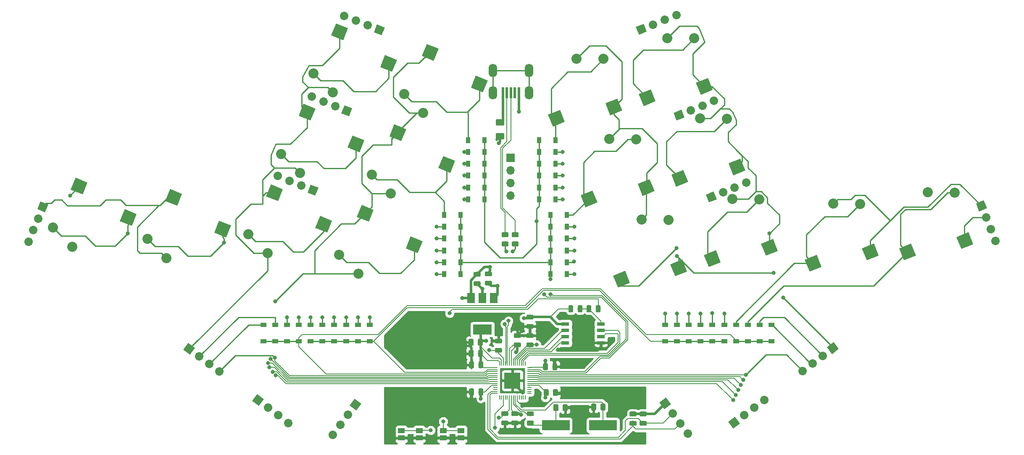
<source format=gbr>
G04 #@! TF.GenerationSoftware,KiCad,Pcbnew,(5.1.4)-1*
G04 #@! TF.CreationDate,2022-12-11T19:40:54-05:00*
G04 #@! TF.ProjectId,ThumbsUp,5468756d-6273-4557-902e-6b696361645f,rev?*
G04 #@! TF.SameCoordinates,Original*
G04 #@! TF.FileFunction,Copper,L2,Bot*
G04 #@! TF.FilePolarity,Positive*
%FSLAX46Y46*%
G04 Gerber Fmt 4.6, Leading zero omitted, Abs format (unit mm)*
G04 Created by KiCad (PCBNEW (5.1.4)-1) date 2022-12-11 19:40:54*
%MOMM*%
%LPD*%
G04 APERTURE LIST*
%ADD10R,1.400000X1.050000*%
%ADD11R,3.200000X3.200000*%
%ADD12R,0.200000X0.850000*%
%ADD13R,0.850000X0.200000*%
%ADD14R,1.200000X0.900000*%
%ADD15R,5.600000X2.100000*%
%ADD16C,0.100000*%
%ADD17C,0.975000*%
%ADD18R,1.650000X0.650000*%
%ADD19R,1.500000X2.000000*%
%ADD20R,3.800000X2.000000*%
%ADD21C,1.250000*%
%ADD22O,1.700000X2.700000*%
%ADD23R,0.500000X2.250000*%
%ADD24C,1.700000*%
%ADD25C,1.700000*%
%ADD26C,2.600000*%
%ADD27C,2.032000*%
%ADD28R,1.700000X1.700000*%
%ADD29O,1.700000X1.700000*%
%ADD30R,0.900000X1.200000*%
%ADD31C,0.800000*%
%ADD32C,0.508000*%
%ADD33C,0.200000*%
%ADD34C,0.250000*%
%ADD35C,0.254000*%
G04 APERTURE END LIST*
D10*
X124670000Y-229108000D03*
X128270000Y-229108000D03*
X124670000Y-227658000D03*
X128270000Y-227658000D03*
X133096000Y-229108000D03*
X136696000Y-229108000D03*
X133096000Y-227658000D03*
X136696000Y-227658000D03*
D11*
X147008000Y-217540000D03*
D12*
X149608000Y-214090000D03*
X149208000Y-214090000D03*
X148808000Y-214090000D03*
X148408000Y-214090000D03*
X148008000Y-214090000D03*
X147608000Y-214090000D03*
X147208000Y-214090000D03*
X146808000Y-214090000D03*
X146408000Y-214090000D03*
X146008000Y-214090000D03*
X145608000Y-214090000D03*
X145208000Y-214090000D03*
X144808000Y-214090000D03*
X144408000Y-214090000D03*
D13*
X143558000Y-214940000D03*
X143558000Y-215340000D03*
X143558000Y-215740000D03*
X143558000Y-216140000D03*
X143558000Y-216540000D03*
X143558000Y-216940000D03*
X143558000Y-217340000D03*
X143558000Y-217740000D03*
X143558000Y-218140000D03*
X143558000Y-218540000D03*
X143558000Y-218940000D03*
X143558000Y-219340000D03*
X143558000Y-219740000D03*
X143558000Y-220140000D03*
D12*
X144408000Y-220990000D03*
X144808000Y-220990000D03*
X145208000Y-220990000D03*
X145608000Y-220990000D03*
X146008000Y-220990000D03*
X146408000Y-220990000D03*
X146808000Y-220990000D03*
X147208000Y-220990000D03*
X147608000Y-220990000D03*
X148008000Y-220990000D03*
X148408000Y-220990000D03*
X148808000Y-220990000D03*
X149208000Y-220990000D03*
X149608000Y-220990000D03*
D13*
X150458000Y-220140000D03*
X150458000Y-219740000D03*
X150458000Y-219340000D03*
X150458000Y-218940000D03*
X150458000Y-218540000D03*
X150458000Y-218140000D03*
X150458000Y-217740000D03*
X150458000Y-217340000D03*
X150458000Y-216940000D03*
X150458000Y-216540000D03*
X150458000Y-216140000D03*
X150458000Y-215740000D03*
X150458000Y-215340000D03*
X150458000Y-214940000D03*
D14*
X177800000Y-206312500D03*
X177800000Y-209612500D03*
D15*
X165278000Y-226568000D03*
X155778000Y-226568000D03*
D16*
G36*
X162700642Y-202374174D02*
G01*
X162724303Y-202377684D01*
X162747507Y-202383496D01*
X162770029Y-202391554D01*
X162791653Y-202401782D01*
X162812170Y-202414079D01*
X162831383Y-202428329D01*
X162849107Y-202444393D01*
X162865171Y-202462117D01*
X162879421Y-202481330D01*
X162891718Y-202501847D01*
X162901946Y-202523471D01*
X162910004Y-202545993D01*
X162915816Y-202569197D01*
X162919326Y-202592858D01*
X162920500Y-202616750D01*
X162920500Y-203529250D01*
X162919326Y-203553142D01*
X162915816Y-203576803D01*
X162910004Y-203600007D01*
X162901946Y-203622529D01*
X162891718Y-203644153D01*
X162879421Y-203664670D01*
X162865171Y-203683883D01*
X162849107Y-203701607D01*
X162831383Y-203717671D01*
X162812170Y-203731921D01*
X162791653Y-203744218D01*
X162770029Y-203754446D01*
X162747507Y-203762504D01*
X162724303Y-203768316D01*
X162700642Y-203771826D01*
X162676750Y-203773000D01*
X162189250Y-203773000D01*
X162165358Y-203771826D01*
X162141697Y-203768316D01*
X162118493Y-203762504D01*
X162095971Y-203754446D01*
X162074347Y-203744218D01*
X162053830Y-203731921D01*
X162034617Y-203717671D01*
X162016893Y-203701607D01*
X162000829Y-203683883D01*
X161986579Y-203664670D01*
X161974282Y-203644153D01*
X161964054Y-203622529D01*
X161955996Y-203600007D01*
X161950184Y-203576803D01*
X161946674Y-203553142D01*
X161945500Y-203529250D01*
X161945500Y-202616750D01*
X161946674Y-202592858D01*
X161950184Y-202569197D01*
X161955996Y-202545993D01*
X161964054Y-202523471D01*
X161974282Y-202501847D01*
X161986579Y-202481330D01*
X162000829Y-202462117D01*
X162016893Y-202444393D01*
X162034617Y-202428329D01*
X162053830Y-202414079D01*
X162074347Y-202401782D01*
X162095971Y-202391554D01*
X162118493Y-202383496D01*
X162141697Y-202377684D01*
X162165358Y-202374174D01*
X162189250Y-202373000D01*
X162676750Y-202373000D01*
X162700642Y-202374174D01*
X162700642Y-202374174D01*
G37*
D17*
X162433000Y-203073000D03*
D16*
G36*
X164575642Y-202374174D02*
G01*
X164599303Y-202377684D01*
X164622507Y-202383496D01*
X164645029Y-202391554D01*
X164666653Y-202401782D01*
X164687170Y-202414079D01*
X164706383Y-202428329D01*
X164724107Y-202444393D01*
X164740171Y-202462117D01*
X164754421Y-202481330D01*
X164766718Y-202501847D01*
X164776946Y-202523471D01*
X164785004Y-202545993D01*
X164790816Y-202569197D01*
X164794326Y-202592858D01*
X164795500Y-202616750D01*
X164795500Y-203529250D01*
X164794326Y-203553142D01*
X164790816Y-203576803D01*
X164785004Y-203600007D01*
X164776946Y-203622529D01*
X164766718Y-203644153D01*
X164754421Y-203664670D01*
X164740171Y-203683883D01*
X164724107Y-203701607D01*
X164706383Y-203717671D01*
X164687170Y-203731921D01*
X164666653Y-203744218D01*
X164645029Y-203754446D01*
X164622507Y-203762504D01*
X164599303Y-203768316D01*
X164575642Y-203771826D01*
X164551750Y-203773000D01*
X164064250Y-203773000D01*
X164040358Y-203771826D01*
X164016697Y-203768316D01*
X163993493Y-203762504D01*
X163970971Y-203754446D01*
X163949347Y-203744218D01*
X163928830Y-203731921D01*
X163909617Y-203717671D01*
X163891893Y-203701607D01*
X163875829Y-203683883D01*
X163861579Y-203664670D01*
X163849282Y-203644153D01*
X163839054Y-203622529D01*
X163830996Y-203600007D01*
X163825184Y-203576803D01*
X163821674Y-203553142D01*
X163820500Y-203529250D01*
X163820500Y-202616750D01*
X163821674Y-202592858D01*
X163825184Y-202569197D01*
X163830996Y-202545993D01*
X163839054Y-202523471D01*
X163849282Y-202501847D01*
X163861579Y-202481330D01*
X163875829Y-202462117D01*
X163891893Y-202444393D01*
X163909617Y-202428329D01*
X163928830Y-202414079D01*
X163949347Y-202401782D01*
X163970971Y-202391554D01*
X163993493Y-202383496D01*
X164016697Y-202377684D01*
X164040358Y-202374174D01*
X164064250Y-202373000D01*
X164551750Y-202373000D01*
X164575642Y-202374174D01*
X164575642Y-202374174D01*
G37*
D17*
X164308000Y-203073000D03*
D18*
X157676000Y-206110000D03*
X157676000Y-207380000D03*
X157676000Y-208650000D03*
X157676000Y-209920000D03*
X164876000Y-209920000D03*
X164876000Y-208650000D03*
X164876000Y-207380000D03*
X164876000Y-206110000D03*
D16*
G36*
X142662142Y-195542174D02*
G01*
X142685803Y-195545684D01*
X142709007Y-195551496D01*
X142731529Y-195559554D01*
X142753153Y-195569782D01*
X142773670Y-195582079D01*
X142792883Y-195596329D01*
X142810607Y-195612393D01*
X142826671Y-195630117D01*
X142840921Y-195649330D01*
X142853218Y-195669847D01*
X142863446Y-195691471D01*
X142871504Y-195713993D01*
X142877316Y-195737197D01*
X142880826Y-195760858D01*
X142882000Y-195784750D01*
X142882000Y-196272250D01*
X142880826Y-196296142D01*
X142877316Y-196319803D01*
X142871504Y-196343007D01*
X142863446Y-196365529D01*
X142853218Y-196387153D01*
X142840921Y-196407670D01*
X142826671Y-196426883D01*
X142810607Y-196444607D01*
X142792883Y-196460671D01*
X142773670Y-196474921D01*
X142753153Y-196487218D01*
X142731529Y-196497446D01*
X142709007Y-196505504D01*
X142685803Y-196511316D01*
X142662142Y-196514826D01*
X142638250Y-196516000D01*
X141725750Y-196516000D01*
X141701858Y-196514826D01*
X141678197Y-196511316D01*
X141654993Y-196505504D01*
X141632471Y-196497446D01*
X141610847Y-196487218D01*
X141590330Y-196474921D01*
X141571117Y-196460671D01*
X141553393Y-196444607D01*
X141537329Y-196426883D01*
X141523079Y-196407670D01*
X141510782Y-196387153D01*
X141500554Y-196365529D01*
X141492496Y-196343007D01*
X141486684Y-196319803D01*
X141483174Y-196296142D01*
X141482000Y-196272250D01*
X141482000Y-195784750D01*
X141483174Y-195760858D01*
X141486684Y-195737197D01*
X141492496Y-195713993D01*
X141500554Y-195691471D01*
X141510782Y-195669847D01*
X141523079Y-195649330D01*
X141537329Y-195630117D01*
X141553393Y-195612393D01*
X141571117Y-195596329D01*
X141590330Y-195582079D01*
X141610847Y-195569782D01*
X141632471Y-195559554D01*
X141654993Y-195551496D01*
X141678197Y-195545684D01*
X141701858Y-195542174D01*
X141725750Y-195541000D01*
X142638250Y-195541000D01*
X142662142Y-195542174D01*
X142662142Y-195542174D01*
G37*
D17*
X142182000Y-196028500D03*
D16*
G36*
X142662142Y-197417174D02*
G01*
X142685803Y-197420684D01*
X142709007Y-197426496D01*
X142731529Y-197434554D01*
X142753153Y-197444782D01*
X142773670Y-197457079D01*
X142792883Y-197471329D01*
X142810607Y-197487393D01*
X142826671Y-197505117D01*
X142840921Y-197524330D01*
X142853218Y-197544847D01*
X142863446Y-197566471D01*
X142871504Y-197588993D01*
X142877316Y-197612197D01*
X142880826Y-197635858D01*
X142882000Y-197659750D01*
X142882000Y-198147250D01*
X142880826Y-198171142D01*
X142877316Y-198194803D01*
X142871504Y-198218007D01*
X142863446Y-198240529D01*
X142853218Y-198262153D01*
X142840921Y-198282670D01*
X142826671Y-198301883D01*
X142810607Y-198319607D01*
X142792883Y-198335671D01*
X142773670Y-198349921D01*
X142753153Y-198362218D01*
X142731529Y-198372446D01*
X142709007Y-198380504D01*
X142685803Y-198386316D01*
X142662142Y-198389826D01*
X142638250Y-198391000D01*
X141725750Y-198391000D01*
X141701858Y-198389826D01*
X141678197Y-198386316D01*
X141654993Y-198380504D01*
X141632471Y-198372446D01*
X141610847Y-198362218D01*
X141590330Y-198349921D01*
X141571117Y-198335671D01*
X141553393Y-198319607D01*
X141537329Y-198301883D01*
X141523079Y-198282670D01*
X141510782Y-198262153D01*
X141500554Y-198240529D01*
X141492496Y-198218007D01*
X141486684Y-198194803D01*
X141483174Y-198171142D01*
X141482000Y-198147250D01*
X141482000Y-197659750D01*
X141483174Y-197635858D01*
X141486684Y-197612197D01*
X141492496Y-197588993D01*
X141500554Y-197566471D01*
X141510782Y-197544847D01*
X141523079Y-197524330D01*
X141537329Y-197505117D01*
X141553393Y-197487393D01*
X141571117Y-197471329D01*
X141590330Y-197457079D01*
X141610847Y-197444782D01*
X141632471Y-197434554D01*
X141654993Y-197426496D01*
X141678197Y-197420684D01*
X141701858Y-197417174D01*
X141725750Y-197416000D01*
X142638250Y-197416000D01*
X142662142Y-197417174D01*
X142662142Y-197417174D01*
G37*
D17*
X142182000Y-197903500D03*
D16*
G36*
X155969642Y-219265174D02*
G01*
X155993303Y-219268684D01*
X156016507Y-219274496D01*
X156039029Y-219282554D01*
X156060653Y-219292782D01*
X156081170Y-219305079D01*
X156100383Y-219319329D01*
X156118107Y-219335393D01*
X156134171Y-219353117D01*
X156148421Y-219372330D01*
X156160718Y-219392847D01*
X156170946Y-219414471D01*
X156179004Y-219436993D01*
X156184816Y-219460197D01*
X156188326Y-219483858D01*
X156189500Y-219507750D01*
X156189500Y-220420250D01*
X156188326Y-220444142D01*
X156184816Y-220467803D01*
X156179004Y-220491007D01*
X156170946Y-220513529D01*
X156160718Y-220535153D01*
X156148421Y-220555670D01*
X156134171Y-220574883D01*
X156118107Y-220592607D01*
X156100383Y-220608671D01*
X156081170Y-220622921D01*
X156060653Y-220635218D01*
X156039029Y-220645446D01*
X156016507Y-220653504D01*
X155993303Y-220659316D01*
X155969642Y-220662826D01*
X155945750Y-220664000D01*
X155458250Y-220664000D01*
X155434358Y-220662826D01*
X155410697Y-220659316D01*
X155387493Y-220653504D01*
X155364971Y-220645446D01*
X155343347Y-220635218D01*
X155322830Y-220622921D01*
X155303617Y-220608671D01*
X155285893Y-220592607D01*
X155269829Y-220574883D01*
X155255579Y-220555670D01*
X155243282Y-220535153D01*
X155233054Y-220513529D01*
X155224996Y-220491007D01*
X155219184Y-220467803D01*
X155215674Y-220444142D01*
X155214500Y-220420250D01*
X155214500Y-219507750D01*
X155215674Y-219483858D01*
X155219184Y-219460197D01*
X155224996Y-219436993D01*
X155233054Y-219414471D01*
X155243282Y-219392847D01*
X155255579Y-219372330D01*
X155269829Y-219353117D01*
X155285893Y-219335393D01*
X155303617Y-219319329D01*
X155322830Y-219305079D01*
X155343347Y-219292782D01*
X155364971Y-219282554D01*
X155387493Y-219274496D01*
X155410697Y-219268684D01*
X155434358Y-219265174D01*
X155458250Y-219264000D01*
X155945750Y-219264000D01*
X155969642Y-219265174D01*
X155969642Y-219265174D01*
G37*
D17*
X155702000Y-219964000D03*
D16*
G36*
X154094642Y-219265174D02*
G01*
X154118303Y-219268684D01*
X154141507Y-219274496D01*
X154164029Y-219282554D01*
X154185653Y-219292782D01*
X154206170Y-219305079D01*
X154225383Y-219319329D01*
X154243107Y-219335393D01*
X154259171Y-219353117D01*
X154273421Y-219372330D01*
X154285718Y-219392847D01*
X154295946Y-219414471D01*
X154304004Y-219436993D01*
X154309816Y-219460197D01*
X154313326Y-219483858D01*
X154314500Y-219507750D01*
X154314500Y-220420250D01*
X154313326Y-220444142D01*
X154309816Y-220467803D01*
X154304004Y-220491007D01*
X154295946Y-220513529D01*
X154285718Y-220535153D01*
X154273421Y-220555670D01*
X154259171Y-220574883D01*
X154243107Y-220592607D01*
X154225383Y-220608671D01*
X154206170Y-220622921D01*
X154185653Y-220635218D01*
X154164029Y-220645446D01*
X154141507Y-220653504D01*
X154118303Y-220659316D01*
X154094642Y-220662826D01*
X154070750Y-220664000D01*
X153583250Y-220664000D01*
X153559358Y-220662826D01*
X153535697Y-220659316D01*
X153512493Y-220653504D01*
X153489971Y-220645446D01*
X153468347Y-220635218D01*
X153447830Y-220622921D01*
X153428617Y-220608671D01*
X153410893Y-220592607D01*
X153394829Y-220574883D01*
X153380579Y-220555670D01*
X153368282Y-220535153D01*
X153358054Y-220513529D01*
X153349996Y-220491007D01*
X153344184Y-220467803D01*
X153340674Y-220444142D01*
X153339500Y-220420250D01*
X153339500Y-219507750D01*
X153340674Y-219483858D01*
X153344184Y-219460197D01*
X153349996Y-219436993D01*
X153358054Y-219414471D01*
X153368282Y-219392847D01*
X153380579Y-219372330D01*
X153394829Y-219353117D01*
X153410893Y-219335393D01*
X153428617Y-219319329D01*
X153447830Y-219305079D01*
X153468347Y-219292782D01*
X153489971Y-219282554D01*
X153512493Y-219274496D01*
X153535697Y-219268684D01*
X153559358Y-219265174D01*
X153583250Y-219264000D01*
X154070750Y-219264000D01*
X154094642Y-219265174D01*
X154094642Y-219265174D01*
G37*
D17*
X153827000Y-219964000D03*
D16*
G36*
X139050642Y-219138174D02*
G01*
X139074303Y-219141684D01*
X139097507Y-219147496D01*
X139120029Y-219155554D01*
X139141653Y-219165782D01*
X139162170Y-219178079D01*
X139181383Y-219192329D01*
X139199107Y-219208393D01*
X139215171Y-219226117D01*
X139229421Y-219245330D01*
X139241718Y-219265847D01*
X139251946Y-219287471D01*
X139260004Y-219309993D01*
X139265816Y-219333197D01*
X139269326Y-219356858D01*
X139270500Y-219380750D01*
X139270500Y-220293250D01*
X139269326Y-220317142D01*
X139265816Y-220340803D01*
X139260004Y-220364007D01*
X139251946Y-220386529D01*
X139241718Y-220408153D01*
X139229421Y-220428670D01*
X139215171Y-220447883D01*
X139199107Y-220465607D01*
X139181383Y-220481671D01*
X139162170Y-220495921D01*
X139141653Y-220508218D01*
X139120029Y-220518446D01*
X139097507Y-220526504D01*
X139074303Y-220532316D01*
X139050642Y-220535826D01*
X139026750Y-220537000D01*
X138539250Y-220537000D01*
X138515358Y-220535826D01*
X138491697Y-220532316D01*
X138468493Y-220526504D01*
X138445971Y-220518446D01*
X138424347Y-220508218D01*
X138403830Y-220495921D01*
X138384617Y-220481671D01*
X138366893Y-220465607D01*
X138350829Y-220447883D01*
X138336579Y-220428670D01*
X138324282Y-220408153D01*
X138314054Y-220386529D01*
X138305996Y-220364007D01*
X138300184Y-220340803D01*
X138296674Y-220317142D01*
X138295500Y-220293250D01*
X138295500Y-219380750D01*
X138296674Y-219356858D01*
X138300184Y-219333197D01*
X138305996Y-219309993D01*
X138314054Y-219287471D01*
X138324282Y-219265847D01*
X138336579Y-219245330D01*
X138350829Y-219226117D01*
X138366893Y-219208393D01*
X138384617Y-219192329D01*
X138403830Y-219178079D01*
X138424347Y-219165782D01*
X138445971Y-219155554D01*
X138468493Y-219147496D01*
X138491697Y-219141684D01*
X138515358Y-219138174D01*
X138539250Y-219137000D01*
X139026750Y-219137000D01*
X139050642Y-219138174D01*
X139050642Y-219138174D01*
G37*
D17*
X138783000Y-219837000D03*
D16*
G36*
X140925642Y-219138174D02*
G01*
X140949303Y-219141684D01*
X140972507Y-219147496D01*
X140995029Y-219155554D01*
X141016653Y-219165782D01*
X141037170Y-219178079D01*
X141056383Y-219192329D01*
X141074107Y-219208393D01*
X141090171Y-219226117D01*
X141104421Y-219245330D01*
X141116718Y-219265847D01*
X141126946Y-219287471D01*
X141135004Y-219309993D01*
X141140816Y-219333197D01*
X141144326Y-219356858D01*
X141145500Y-219380750D01*
X141145500Y-220293250D01*
X141144326Y-220317142D01*
X141140816Y-220340803D01*
X141135004Y-220364007D01*
X141126946Y-220386529D01*
X141116718Y-220408153D01*
X141104421Y-220428670D01*
X141090171Y-220447883D01*
X141074107Y-220465607D01*
X141056383Y-220481671D01*
X141037170Y-220495921D01*
X141016653Y-220508218D01*
X140995029Y-220518446D01*
X140972507Y-220526504D01*
X140949303Y-220532316D01*
X140925642Y-220535826D01*
X140901750Y-220537000D01*
X140414250Y-220537000D01*
X140390358Y-220535826D01*
X140366697Y-220532316D01*
X140343493Y-220526504D01*
X140320971Y-220518446D01*
X140299347Y-220508218D01*
X140278830Y-220495921D01*
X140259617Y-220481671D01*
X140241893Y-220465607D01*
X140225829Y-220447883D01*
X140211579Y-220428670D01*
X140199282Y-220408153D01*
X140189054Y-220386529D01*
X140180996Y-220364007D01*
X140175184Y-220340803D01*
X140171674Y-220317142D01*
X140170500Y-220293250D01*
X140170500Y-219380750D01*
X140171674Y-219356858D01*
X140175184Y-219333197D01*
X140180996Y-219309993D01*
X140189054Y-219287471D01*
X140199282Y-219265847D01*
X140211579Y-219245330D01*
X140225829Y-219226117D01*
X140241893Y-219208393D01*
X140259617Y-219192329D01*
X140278830Y-219178079D01*
X140299347Y-219165782D01*
X140320971Y-219155554D01*
X140343493Y-219147496D01*
X140366697Y-219141684D01*
X140390358Y-219138174D01*
X140414250Y-219137000D01*
X140901750Y-219137000D01*
X140925642Y-219138174D01*
X140925642Y-219138174D01*
G37*
D17*
X140658000Y-219837000D03*
D16*
G36*
X157923142Y-222313174D02*
G01*
X157946803Y-222316684D01*
X157970007Y-222322496D01*
X157992529Y-222330554D01*
X158014153Y-222340782D01*
X158034670Y-222353079D01*
X158053883Y-222367329D01*
X158071607Y-222383393D01*
X158087671Y-222401117D01*
X158101921Y-222420330D01*
X158114218Y-222440847D01*
X158124446Y-222462471D01*
X158132504Y-222484993D01*
X158138316Y-222508197D01*
X158141826Y-222531858D01*
X158143000Y-222555750D01*
X158143000Y-223468250D01*
X158141826Y-223492142D01*
X158138316Y-223515803D01*
X158132504Y-223539007D01*
X158124446Y-223561529D01*
X158114218Y-223583153D01*
X158101921Y-223603670D01*
X158087671Y-223622883D01*
X158071607Y-223640607D01*
X158053883Y-223656671D01*
X158034670Y-223670921D01*
X158014153Y-223683218D01*
X157992529Y-223693446D01*
X157970007Y-223701504D01*
X157946803Y-223707316D01*
X157923142Y-223710826D01*
X157899250Y-223712000D01*
X157411750Y-223712000D01*
X157387858Y-223710826D01*
X157364197Y-223707316D01*
X157340993Y-223701504D01*
X157318471Y-223693446D01*
X157296847Y-223683218D01*
X157276330Y-223670921D01*
X157257117Y-223656671D01*
X157239393Y-223640607D01*
X157223329Y-223622883D01*
X157209079Y-223603670D01*
X157196782Y-223583153D01*
X157186554Y-223561529D01*
X157178496Y-223539007D01*
X157172684Y-223515803D01*
X157169174Y-223492142D01*
X157168000Y-223468250D01*
X157168000Y-222555750D01*
X157169174Y-222531858D01*
X157172684Y-222508197D01*
X157178496Y-222484993D01*
X157186554Y-222462471D01*
X157196782Y-222440847D01*
X157209079Y-222420330D01*
X157223329Y-222401117D01*
X157239393Y-222383393D01*
X157257117Y-222367329D01*
X157276330Y-222353079D01*
X157296847Y-222340782D01*
X157318471Y-222330554D01*
X157340993Y-222322496D01*
X157364197Y-222316684D01*
X157387858Y-222313174D01*
X157411750Y-222312000D01*
X157899250Y-222312000D01*
X157923142Y-222313174D01*
X157923142Y-222313174D01*
G37*
D17*
X157655500Y-223012000D03*
D16*
G36*
X156048142Y-222313174D02*
G01*
X156071803Y-222316684D01*
X156095007Y-222322496D01*
X156117529Y-222330554D01*
X156139153Y-222340782D01*
X156159670Y-222353079D01*
X156178883Y-222367329D01*
X156196607Y-222383393D01*
X156212671Y-222401117D01*
X156226921Y-222420330D01*
X156239218Y-222440847D01*
X156249446Y-222462471D01*
X156257504Y-222484993D01*
X156263316Y-222508197D01*
X156266826Y-222531858D01*
X156268000Y-222555750D01*
X156268000Y-223468250D01*
X156266826Y-223492142D01*
X156263316Y-223515803D01*
X156257504Y-223539007D01*
X156249446Y-223561529D01*
X156239218Y-223583153D01*
X156226921Y-223603670D01*
X156212671Y-223622883D01*
X156196607Y-223640607D01*
X156178883Y-223656671D01*
X156159670Y-223670921D01*
X156139153Y-223683218D01*
X156117529Y-223693446D01*
X156095007Y-223701504D01*
X156071803Y-223707316D01*
X156048142Y-223710826D01*
X156024250Y-223712000D01*
X155536750Y-223712000D01*
X155512858Y-223710826D01*
X155489197Y-223707316D01*
X155465993Y-223701504D01*
X155443471Y-223693446D01*
X155421847Y-223683218D01*
X155401330Y-223670921D01*
X155382117Y-223656671D01*
X155364393Y-223640607D01*
X155348329Y-223622883D01*
X155334079Y-223603670D01*
X155321782Y-223583153D01*
X155311554Y-223561529D01*
X155303496Y-223539007D01*
X155297684Y-223515803D01*
X155294174Y-223492142D01*
X155293000Y-223468250D01*
X155293000Y-222555750D01*
X155294174Y-222531858D01*
X155297684Y-222508197D01*
X155303496Y-222484993D01*
X155311554Y-222462471D01*
X155321782Y-222440847D01*
X155334079Y-222420330D01*
X155348329Y-222401117D01*
X155364393Y-222383393D01*
X155382117Y-222367329D01*
X155401330Y-222353079D01*
X155421847Y-222340782D01*
X155443471Y-222330554D01*
X155465993Y-222322496D01*
X155489197Y-222316684D01*
X155512858Y-222313174D01*
X155536750Y-222312000D01*
X156024250Y-222312000D01*
X156048142Y-222313174D01*
X156048142Y-222313174D01*
G37*
D17*
X155780500Y-223012000D03*
D16*
G36*
X163668142Y-222186174D02*
G01*
X163691803Y-222189684D01*
X163715007Y-222195496D01*
X163737529Y-222203554D01*
X163759153Y-222213782D01*
X163779670Y-222226079D01*
X163798883Y-222240329D01*
X163816607Y-222256393D01*
X163832671Y-222274117D01*
X163846921Y-222293330D01*
X163859218Y-222313847D01*
X163869446Y-222335471D01*
X163877504Y-222357993D01*
X163883316Y-222381197D01*
X163886826Y-222404858D01*
X163888000Y-222428750D01*
X163888000Y-223341250D01*
X163886826Y-223365142D01*
X163883316Y-223388803D01*
X163877504Y-223412007D01*
X163869446Y-223434529D01*
X163859218Y-223456153D01*
X163846921Y-223476670D01*
X163832671Y-223495883D01*
X163816607Y-223513607D01*
X163798883Y-223529671D01*
X163779670Y-223543921D01*
X163759153Y-223556218D01*
X163737529Y-223566446D01*
X163715007Y-223574504D01*
X163691803Y-223580316D01*
X163668142Y-223583826D01*
X163644250Y-223585000D01*
X163156750Y-223585000D01*
X163132858Y-223583826D01*
X163109197Y-223580316D01*
X163085993Y-223574504D01*
X163063471Y-223566446D01*
X163041847Y-223556218D01*
X163021330Y-223543921D01*
X163002117Y-223529671D01*
X162984393Y-223513607D01*
X162968329Y-223495883D01*
X162954079Y-223476670D01*
X162941782Y-223456153D01*
X162931554Y-223434529D01*
X162923496Y-223412007D01*
X162917684Y-223388803D01*
X162914174Y-223365142D01*
X162913000Y-223341250D01*
X162913000Y-222428750D01*
X162914174Y-222404858D01*
X162917684Y-222381197D01*
X162923496Y-222357993D01*
X162931554Y-222335471D01*
X162941782Y-222313847D01*
X162954079Y-222293330D01*
X162968329Y-222274117D01*
X162984393Y-222256393D01*
X163002117Y-222240329D01*
X163021330Y-222226079D01*
X163041847Y-222213782D01*
X163063471Y-222203554D01*
X163085993Y-222195496D01*
X163109197Y-222189684D01*
X163132858Y-222186174D01*
X163156750Y-222185000D01*
X163644250Y-222185000D01*
X163668142Y-222186174D01*
X163668142Y-222186174D01*
G37*
D17*
X163400500Y-222885000D03*
D16*
G36*
X165543142Y-222186174D02*
G01*
X165566803Y-222189684D01*
X165590007Y-222195496D01*
X165612529Y-222203554D01*
X165634153Y-222213782D01*
X165654670Y-222226079D01*
X165673883Y-222240329D01*
X165691607Y-222256393D01*
X165707671Y-222274117D01*
X165721921Y-222293330D01*
X165734218Y-222313847D01*
X165744446Y-222335471D01*
X165752504Y-222357993D01*
X165758316Y-222381197D01*
X165761826Y-222404858D01*
X165763000Y-222428750D01*
X165763000Y-223341250D01*
X165761826Y-223365142D01*
X165758316Y-223388803D01*
X165752504Y-223412007D01*
X165744446Y-223434529D01*
X165734218Y-223456153D01*
X165721921Y-223476670D01*
X165707671Y-223495883D01*
X165691607Y-223513607D01*
X165673883Y-223529671D01*
X165654670Y-223543921D01*
X165634153Y-223556218D01*
X165612529Y-223566446D01*
X165590007Y-223574504D01*
X165566803Y-223580316D01*
X165543142Y-223583826D01*
X165519250Y-223585000D01*
X165031750Y-223585000D01*
X165007858Y-223583826D01*
X164984197Y-223580316D01*
X164960993Y-223574504D01*
X164938471Y-223566446D01*
X164916847Y-223556218D01*
X164896330Y-223543921D01*
X164877117Y-223529671D01*
X164859393Y-223513607D01*
X164843329Y-223495883D01*
X164829079Y-223476670D01*
X164816782Y-223456153D01*
X164806554Y-223434529D01*
X164798496Y-223412007D01*
X164792684Y-223388803D01*
X164789174Y-223365142D01*
X164788000Y-223341250D01*
X164788000Y-222428750D01*
X164789174Y-222404858D01*
X164792684Y-222381197D01*
X164798496Y-222357993D01*
X164806554Y-222335471D01*
X164816782Y-222313847D01*
X164829079Y-222293330D01*
X164843329Y-222274117D01*
X164859393Y-222256393D01*
X164877117Y-222240329D01*
X164896330Y-222226079D01*
X164916847Y-222213782D01*
X164938471Y-222203554D01*
X164960993Y-222195496D01*
X164984197Y-222189684D01*
X165007858Y-222186174D01*
X165031750Y-222185000D01*
X165519250Y-222185000D01*
X165543142Y-222186174D01*
X165543142Y-222186174D01*
G37*
D17*
X165275500Y-222885000D03*
D16*
G36*
X138972142Y-211391174D02*
G01*
X138995803Y-211394684D01*
X139019007Y-211400496D01*
X139041529Y-211408554D01*
X139063153Y-211418782D01*
X139083670Y-211431079D01*
X139102883Y-211445329D01*
X139120607Y-211461393D01*
X139136671Y-211479117D01*
X139150921Y-211498330D01*
X139163218Y-211518847D01*
X139173446Y-211540471D01*
X139181504Y-211562993D01*
X139187316Y-211586197D01*
X139190826Y-211609858D01*
X139192000Y-211633750D01*
X139192000Y-212546250D01*
X139190826Y-212570142D01*
X139187316Y-212593803D01*
X139181504Y-212617007D01*
X139173446Y-212639529D01*
X139163218Y-212661153D01*
X139150921Y-212681670D01*
X139136671Y-212700883D01*
X139120607Y-212718607D01*
X139102883Y-212734671D01*
X139083670Y-212748921D01*
X139063153Y-212761218D01*
X139041529Y-212771446D01*
X139019007Y-212779504D01*
X138995803Y-212785316D01*
X138972142Y-212788826D01*
X138948250Y-212790000D01*
X138460750Y-212790000D01*
X138436858Y-212788826D01*
X138413197Y-212785316D01*
X138389993Y-212779504D01*
X138367471Y-212771446D01*
X138345847Y-212761218D01*
X138325330Y-212748921D01*
X138306117Y-212734671D01*
X138288393Y-212718607D01*
X138272329Y-212700883D01*
X138258079Y-212681670D01*
X138245782Y-212661153D01*
X138235554Y-212639529D01*
X138227496Y-212617007D01*
X138221684Y-212593803D01*
X138218174Y-212570142D01*
X138217000Y-212546250D01*
X138217000Y-211633750D01*
X138218174Y-211609858D01*
X138221684Y-211586197D01*
X138227496Y-211562993D01*
X138235554Y-211540471D01*
X138245782Y-211518847D01*
X138258079Y-211498330D01*
X138272329Y-211479117D01*
X138288393Y-211461393D01*
X138306117Y-211445329D01*
X138325330Y-211431079D01*
X138345847Y-211418782D01*
X138367471Y-211408554D01*
X138389993Y-211400496D01*
X138413197Y-211394684D01*
X138436858Y-211391174D01*
X138460750Y-211390000D01*
X138948250Y-211390000D01*
X138972142Y-211391174D01*
X138972142Y-211391174D01*
G37*
D17*
X138704500Y-212090000D03*
D16*
G36*
X140847142Y-211391174D02*
G01*
X140870803Y-211394684D01*
X140894007Y-211400496D01*
X140916529Y-211408554D01*
X140938153Y-211418782D01*
X140958670Y-211431079D01*
X140977883Y-211445329D01*
X140995607Y-211461393D01*
X141011671Y-211479117D01*
X141025921Y-211498330D01*
X141038218Y-211518847D01*
X141048446Y-211540471D01*
X141056504Y-211562993D01*
X141062316Y-211586197D01*
X141065826Y-211609858D01*
X141067000Y-211633750D01*
X141067000Y-212546250D01*
X141065826Y-212570142D01*
X141062316Y-212593803D01*
X141056504Y-212617007D01*
X141048446Y-212639529D01*
X141038218Y-212661153D01*
X141025921Y-212681670D01*
X141011671Y-212700883D01*
X140995607Y-212718607D01*
X140977883Y-212734671D01*
X140958670Y-212748921D01*
X140938153Y-212761218D01*
X140916529Y-212771446D01*
X140894007Y-212779504D01*
X140870803Y-212785316D01*
X140847142Y-212788826D01*
X140823250Y-212790000D01*
X140335750Y-212790000D01*
X140311858Y-212788826D01*
X140288197Y-212785316D01*
X140264993Y-212779504D01*
X140242471Y-212771446D01*
X140220847Y-212761218D01*
X140200330Y-212748921D01*
X140181117Y-212734671D01*
X140163393Y-212718607D01*
X140147329Y-212700883D01*
X140133079Y-212681670D01*
X140120782Y-212661153D01*
X140110554Y-212639529D01*
X140102496Y-212617007D01*
X140096684Y-212593803D01*
X140093174Y-212570142D01*
X140092000Y-212546250D01*
X140092000Y-211633750D01*
X140093174Y-211609858D01*
X140096684Y-211586197D01*
X140102496Y-211562993D01*
X140110554Y-211540471D01*
X140120782Y-211518847D01*
X140133079Y-211498330D01*
X140147329Y-211479117D01*
X140163393Y-211461393D01*
X140181117Y-211445329D01*
X140200330Y-211431079D01*
X140220847Y-211418782D01*
X140242471Y-211408554D01*
X140264993Y-211400496D01*
X140288197Y-211394684D01*
X140311858Y-211391174D01*
X140335750Y-211390000D01*
X140823250Y-211390000D01*
X140847142Y-211391174D01*
X140847142Y-211391174D01*
G37*
D17*
X140579500Y-212090000D03*
D16*
G36*
X148504142Y-207988174D02*
G01*
X148527803Y-207991684D01*
X148551007Y-207997496D01*
X148573529Y-208005554D01*
X148595153Y-208015782D01*
X148615670Y-208028079D01*
X148634883Y-208042329D01*
X148652607Y-208058393D01*
X148668671Y-208076117D01*
X148682921Y-208095330D01*
X148695218Y-208115847D01*
X148705446Y-208137471D01*
X148713504Y-208159993D01*
X148719316Y-208183197D01*
X148722826Y-208206858D01*
X148724000Y-208230750D01*
X148724000Y-208718250D01*
X148722826Y-208742142D01*
X148719316Y-208765803D01*
X148713504Y-208789007D01*
X148705446Y-208811529D01*
X148695218Y-208833153D01*
X148682921Y-208853670D01*
X148668671Y-208872883D01*
X148652607Y-208890607D01*
X148634883Y-208906671D01*
X148615670Y-208920921D01*
X148595153Y-208933218D01*
X148573529Y-208943446D01*
X148551007Y-208951504D01*
X148527803Y-208957316D01*
X148504142Y-208960826D01*
X148480250Y-208962000D01*
X147567750Y-208962000D01*
X147543858Y-208960826D01*
X147520197Y-208957316D01*
X147496993Y-208951504D01*
X147474471Y-208943446D01*
X147452847Y-208933218D01*
X147432330Y-208920921D01*
X147413117Y-208906671D01*
X147395393Y-208890607D01*
X147379329Y-208872883D01*
X147365079Y-208853670D01*
X147352782Y-208833153D01*
X147342554Y-208811529D01*
X147334496Y-208789007D01*
X147328684Y-208765803D01*
X147325174Y-208742142D01*
X147324000Y-208718250D01*
X147324000Y-208230750D01*
X147325174Y-208206858D01*
X147328684Y-208183197D01*
X147334496Y-208159993D01*
X147342554Y-208137471D01*
X147352782Y-208115847D01*
X147365079Y-208095330D01*
X147379329Y-208076117D01*
X147395393Y-208058393D01*
X147413117Y-208042329D01*
X147432330Y-208028079D01*
X147452847Y-208015782D01*
X147474471Y-208005554D01*
X147496993Y-207997496D01*
X147520197Y-207991684D01*
X147543858Y-207988174D01*
X147567750Y-207987000D01*
X148480250Y-207987000D01*
X148504142Y-207988174D01*
X148504142Y-207988174D01*
G37*
D17*
X148024000Y-208474500D03*
D16*
G36*
X148504142Y-209863174D02*
G01*
X148527803Y-209866684D01*
X148551007Y-209872496D01*
X148573529Y-209880554D01*
X148595153Y-209890782D01*
X148615670Y-209903079D01*
X148634883Y-209917329D01*
X148652607Y-209933393D01*
X148668671Y-209951117D01*
X148682921Y-209970330D01*
X148695218Y-209990847D01*
X148705446Y-210012471D01*
X148713504Y-210034993D01*
X148719316Y-210058197D01*
X148722826Y-210081858D01*
X148724000Y-210105750D01*
X148724000Y-210593250D01*
X148722826Y-210617142D01*
X148719316Y-210640803D01*
X148713504Y-210664007D01*
X148705446Y-210686529D01*
X148695218Y-210708153D01*
X148682921Y-210728670D01*
X148668671Y-210747883D01*
X148652607Y-210765607D01*
X148634883Y-210781671D01*
X148615670Y-210795921D01*
X148595153Y-210808218D01*
X148573529Y-210818446D01*
X148551007Y-210826504D01*
X148527803Y-210832316D01*
X148504142Y-210835826D01*
X148480250Y-210837000D01*
X147567750Y-210837000D01*
X147543858Y-210835826D01*
X147520197Y-210832316D01*
X147496993Y-210826504D01*
X147474471Y-210818446D01*
X147452847Y-210808218D01*
X147432330Y-210795921D01*
X147413117Y-210781671D01*
X147395393Y-210765607D01*
X147379329Y-210747883D01*
X147365079Y-210728670D01*
X147352782Y-210708153D01*
X147342554Y-210686529D01*
X147334496Y-210664007D01*
X147328684Y-210640803D01*
X147325174Y-210617142D01*
X147324000Y-210593250D01*
X147324000Y-210105750D01*
X147325174Y-210081858D01*
X147328684Y-210058197D01*
X147334496Y-210034993D01*
X147342554Y-210012471D01*
X147352782Y-209990847D01*
X147365079Y-209970330D01*
X147379329Y-209951117D01*
X147395393Y-209933393D01*
X147413117Y-209917329D01*
X147432330Y-209903079D01*
X147452847Y-209890782D01*
X147474471Y-209880554D01*
X147496993Y-209872496D01*
X147520197Y-209866684D01*
X147543858Y-209863174D01*
X147567750Y-209862000D01*
X148480250Y-209862000D01*
X148504142Y-209863174D01*
X148504142Y-209863174D01*
G37*
D17*
X148024000Y-210349500D03*
D16*
G36*
X138951642Y-209105174D02*
G01*
X138975303Y-209108684D01*
X138998507Y-209114496D01*
X139021029Y-209122554D01*
X139042653Y-209132782D01*
X139063170Y-209145079D01*
X139082383Y-209159329D01*
X139100107Y-209175393D01*
X139116171Y-209193117D01*
X139130421Y-209212330D01*
X139142718Y-209232847D01*
X139152946Y-209254471D01*
X139161004Y-209276993D01*
X139166816Y-209300197D01*
X139170326Y-209323858D01*
X139171500Y-209347750D01*
X139171500Y-210260250D01*
X139170326Y-210284142D01*
X139166816Y-210307803D01*
X139161004Y-210331007D01*
X139152946Y-210353529D01*
X139142718Y-210375153D01*
X139130421Y-210395670D01*
X139116171Y-210414883D01*
X139100107Y-210432607D01*
X139082383Y-210448671D01*
X139063170Y-210462921D01*
X139042653Y-210475218D01*
X139021029Y-210485446D01*
X138998507Y-210493504D01*
X138975303Y-210499316D01*
X138951642Y-210502826D01*
X138927750Y-210504000D01*
X138440250Y-210504000D01*
X138416358Y-210502826D01*
X138392697Y-210499316D01*
X138369493Y-210493504D01*
X138346971Y-210485446D01*
X138325347Y-210475218D01*
X138304830Y-210462921D01*
X138285617Y-210448671D01*
X138267893Y-210432607D01*
X138251829Y-210414883D01*
X138237579Y-210395670D01*
X138225282Y-210375153D01*
X138215054Y-210353529D01*
X138206996Y-210331007D01*
X138201184Y-210307803D01*
X138197674Y-210284142D01*
X138196500Y-210260250D01*
X138196500Y-209347750D01*
X138197674Y-209323858D01*
X138201184Y-209300197D01*
X138206996Y-209276993D01*
X138215054Y-209254471D01*
X138225282Y-209232847D01*
X138237579Y-209212330D01*
X138251829Y-209193117D01*
X138267893Y-209175393D01*
X138285617Y-209159329D01*
X138304830Y-209145079D01*
X138325347Y-209132782D01*
X138346971Y-209122554D01*
X138369493Y-209114496D01*
X138392697Y-209108684D01*
X138416358Y-209105174D01*
X138440250Y-209104000D01*
X138927750Y-209104000D01*
X138951642Y-209105174D01*
X138951642Y-209105174D01*
G37*
D17*
X138684000Y-209804000D03*
D16*
G36*
X140826642Y-209105174D02*
G01*
X140850303Y-209108684D01*
X140873507Y-209114496D01*
X140896029Y-209122554D01*
X140917653Y-209132782D01*
X140938170Y-209145079D01*
X140957383Y-209159329D01*
X140975107Y-209175393D01*
X140991171Y-209193117D01*
X141005421Y-209212330D01*
X141017718Y-209232847D01*
X141027946Y-209254471D01*
X141036004Y-209276993D01*
X141041816Y-209300197D01*
X141045326Y-209323858D01*
X141046500Y-209347750D01*
X141046500Y-210260250D01*
X141045326Y-210284142D01*
X141041816Y-210307803D01*
X141036004Y-210331007D01*
X141027946Y-210353529D01*
X141017718Y-210375153D01*
X141005421Y-210395670D01*
X140991171Y-210414883D01*
X140975107Y-210432607D01*
X140957383Y-210448671D01*
X140938170Y-210462921D01*
X140917653Y-210475218D01*
X140896029Y-210485446D01*
X140873507Y-210493504D01*
X140850303Y-210499316D01*
X140826642Y-210502826D01*
X140802750Y-210504000D01*
X140315250Y-210504000D01*
X140291358Y-210502826D01*
X140267697Y-210499316D01*
X140244493Y-210493504D01*
X140221971Y-210485446D01*
X140200347Y-210475218D01*
X140179830Y-210462921D01*
X140160617Y-210448671D01*
X140142893Y-210432607D01*
X140126829Y-210414883D01*
X140112579Y-210395670D01*
X140100282Y-210375153D01*
X140090054Y-210353529D01*
X140081996Y-210331007D01*
X140076184Y-210307803D01*
X140072674Y-210284142D01*
X140071500Y-210260250D01*
X140071500Y-209347750D01*
X140072674Y-209323858D01*
X140076184Y-209300197D01*
X140081996Y-209276993D01*
X140090054Y-209254471D01*
X140100282Y-209232847D01*
X140112579Y-209212330D01*
X140126829Y-209193117D01*
X140142893Y-209175393D01*
X140160617Y-209159329D01*
X140179830Y-209145079D01*
X140200347Y-209132782D01*
X140221971Y-209122554D01*
X140244493Y-209114496D01*
X140267697Y-209108684D01*
X140291358Y-209105174D01*
X140315250Y-209104000D01*
X140802750Y-209104000D01*
X140826642Y-209105174D01*
X140826642Y-209105174D01*
G37*
D17*
X140559000Y-209804000D03*
D19*
X138690000Y-200910000D03*
X143290000Y-200910000D03*
X140990000Y-200910000D03*
D20*
X140990000Y-207210000D03*
D16*
G36*
X159047642Y-202374174D02*
G01*
X159071303Y-202377684D01*
X159094507Y-202383496D01*
X159117029Y-202391554D01*
X159138653Y-202401782D01*
X159159170Y-202414079D01*
X159178383Y-202428329D01*
X159196107Y-202444393D01*
X159212171Y-202462117D01*
X159226421Y-202481330D01*
X159238718Y-202501847D01*
X159248946Y-202523471D01*
X159257004Y-202545993D01*
X159262816Y-202569197D01*
X159266326Y-202592858D01*
X159267500Y-202616750D01*
X159267500Y-203529250D01*
X159266326Y-203553142D01*
X159262816Y-203576803D01*
X159257004Y-203600007D01*
X159248946Y-203622529D01*
X159238718Y-203644153D01*
X159226421Y-203664670D01*
X159212171Y-203683883D01*
X159196107Y-203701607D01*
X159178383Y-203717671D01*
X159159170Y-203731921D01*
X159138653Y-203744218D01*
X159117029Y-203754446D01*
X159094507Y-203762504D01*
X159071303Y-203768316D01*
X159047642Y-203771826D01*
X159023750Y-203773000D01*
X158536250Y-203773000D01*
X158512358Y-203771826D01*
X158488697Y-203768316D01*
X158465493Y-203762504D01*
X158442971Y-203754446D01*
X158421347Y-203744218D01*
X158400830Y-203731921D01*
X158381617Y-203717671D01*
X158363893Y-203701607D01*
X158347829Y-203683883D01*
X158333579Y-203664670D01*
X158321282Y-203644153D01*
X158311054Y-203622529D01*
X158302996Y-203600007D01*
X158297184Y-203576803D01*
X158293674Y-203553142D01*
X158292500Y-203529250D01*
X158292500Y-202616750D01*
X158293674Y-202592858D01*
X158297184Y-202569197D01*
X158302996Y-202545993D01*
X158311054Y-202523471D01*
X158321282Y-202501847D01*
X158333579Y-202481330D01*
X158347829Y-202462117D01*
X158363893Y-202444393D01*
X158381617Y-202428329D01*
X158400830Y-202414079D01*
X158421347Y-202401782D01*
X158442971Y-202391554D01*
X158465493Y-202383496D01*
X158488697Y-202377684D01*
X158512358Y-202374174D01*
X158536250Y-202373000D01*
X159023750Y-202373000D01*
X159047642Y-202374174D01*
X159047642Y-202374174D01*
G37*
D17*
X158780000Y-203073000D03*
D16*
G36*
X160922642Y-202374174D02*
G01*
X160946303Y-202377684D01*
X160969507Y-202383496D01*
X160992029Y-202391554D01*
X161013653Y-202401782D01*
X161034170Y-202414079D01*
X161053383Y-202428329D01*
X161071107Y-202444393D01*
X161087171Y-202462117D01*
X161101421Y-202481330D01*
X161113718Y-202501847D01*
X161123946Y-202523471D01*
X161132004Y-202545993D01*
X161137816Y-202569197D01*
X161141326Y-202592858D01*
X161142500Y-202616750D01*
X161142500Y-203529250D01*
X161141326Y-203553142D01*
X161137816Y-203576803D01*
X161132004Y-203600007D01*
X161123946Y-203622529D01*
X161113718Y-203644153D01*
X161101421Y-203664670D01*
X161087171Y-203683883D01*
X161071107Y-203701607D01*
X161053383Y-203717671D01*
X161034170Y-203731921D01*
X161013653Y-203744218D01*
X160992029Y-203754446D01*
X160969507Y-203762504D01*
X160946303Y-203768316D01*
X160922642Y-203771826D01*
X160898750Y-203773000D01*
X160411250Y-203773000D01*
X160387358Y-203771826D01*
X160363697Y-203768316D01*
X160340493Y-203762504D01*
X160317971Y-203754446D01*
X160296347Y-203744218D01*
X160275830Y-203731921D01*
X160256617Y-203717671D01*
X160238893Y-203701607D01*
X160222829Y-203683883D01*
X160208579Y-203664670D01*
X160196282Y-203644153D01*
X160186054Y-203622529D01*
X160177996Y-203600007D01*
X160172184Y-203576803D01*
X160168674Y-203553142D01*
X160167500Y-203529250D01*
X160167500Y-202616750D01*
X160168674Y-202592858D01*
X160172184Y-202569197D01*
X160177996Y-202545993D01*
X160186054Y-202523471D01*
X160196282Y-202501847D01*
X160208579Y-202481330D01*
X160222829Y-202462117D01*
X160238893Y-202444393D01*
X160256617Y-202428329D01*
X160275830Y-202414079D01*
X160296347Y-202401782D01*
X160317971Y-202391554D01*
X160340493Y-202383496D01*
X160363697Y-202377684D01*
X160387358Y-202374174D01*
X160411250Y-202373000D01*
X160898750Y-202373000D01*
X160922642Y-202374174D01*
X160922642Y-202374174D01*
G37*
D17*
X160655000Y-203073000D03*
D16*
G36*
X151102142Y-225622174D02*
G01*
X151125803Y-225625684D01*
X151149007Y-225631496D01*
X151171529Y-225639554D01*
X151193153Y-225649782D01*
X151213670Y-225662079D01*
X151232883Y-225676329D01*
X151250607Y-225692393D01*
X151266671Y-225710117D01*
X151280921Y-225729330D01*
X151293218Y-225749847D01*
X151303446Y-225771471D01*
X151311504Y-225793993D01*
X151317316Y-225817197D01*
X151320826Y-225840858D01*
X151322000Y-225864750D01*
X151322000Y-226352250D01*
X151320826Y-226376142D01*
X151317316Y-226399803D01*
X151311504Y-226423007D01*
X151303446Y-226445529D01*
X151293218Y-226467153D01*
X151280921Y-226487670D01*
X151266671Y-226506883D01*
X151250607Y-226524607D01*
X151232883Y-226540671D01*
X151213670Y-226554921D01*
X151193153Y-226567218D01*
X151171529Y-226577446D01*
X151149007Y-226585504D01*
X151125803Y-226591316D01*
X151102142Y-226594826D01*
X151078250Y-226596000D01*
X150165750Y-226596000D01*
X150141858Y-226594826D01*
X150118197Y-226591316D01*
X150094993Y-226585504D01*
X150072471Y-226577446D01*
X150050847Y-226567218D01*
X150030330Y-226554921D01*
X150011117Y-226540671D01*
X149993393Y-226524607D01*
X149977329Y-226506883D01*
X149963079Y-226487670D01*
X149950782Y-226467153D01*
X149940554Y-226445529D01*
X149932496Y-226423007D01*
X149926684Y-226399803D01*
X149923174Y-226376142D01*
X149922000Y-226352250D01*
X149922000Y-225864750D01*
X149923174Y-225840858D01*
X149926684Y-225817197D01*
X149932496Y-225793993D01*
X149940554Y-225771471D01*
X149950782Y-225749847D01*
X149963079Y-225729330D01*
X149977329Y-225710117D01*
X149993393Y-225692393D01*
X150011117Y-225676329D01*
X150030330Y-225662079D01*
X150050847Y-225649782D01*
X150072471Y-225639554D01*
X150094993Y-225631496D01*
X150118197Y-225625684D01*
X150141858Y-225622174D01*
X150165750Y-225621000D01*
X151078250Y-225621000D01*
X151102142Y-225622174D01*
X151102142Y-225622174D01*
G37*
D17*
X150622000Y-226108500D03*
D16*
G36*
X151102142Y-223747174D02*
G01*
X151125803Y-223750684D01*
X151149007Y-223756496D01*
X151171529Y-223764554D01*
X151193153Y-223774782D01*
X151213670Y-223787079D01*
X151232883Y-223801329D01*
X151250607Y-223817393D01*
X151266671Y-223835117D01*
X151280921Y-223854330D01*
X151293218Y-223874847D01*
X151303446Y-223896471D01*
X151311504Y-223918993D01*
X151317316Y-223942197D01*
X151320826Y-223965858D01*
X151322000Y-223989750D01*
X151322000Y-224477250D01*
X151320826Y-224501142D01*
X151317316Y-224524803D01*
X151311504Y-224548007D01*
X151303446Y-224570529D01*
X151293218Y-224592153D01*
X151280921Y-224612670D01*
X151266671Y-224631883D01*
X151250607Y-224649607D01*
X151232883Y-224665671D01*
X151213670Y-224679921D01*
X151193153Y-224692218D01*
X151171529Y-224702446D01*
X151149007Y-224710504D01*
X151125803Y-224716316D01*
X151102142Y-224719826D01*
X151078250Y-224721000D01*
X150165750Y-224721000D01*
X150141858Y-224719826D01*
X150118197Y-224716316D01*
X150094993Y-224710504D01*
X150072471Y-224702446D01*
X150050847Y-224692218D01*
X150030330Y-224679921D01*
X150011117Y-224665671D01*
X149993393Y-224649607D01*
X149977329Y-224631883D01*
X149963079Y-224612670D01*
X149950782Y-224592153D01*
X149940554Y-224570529D01*
X149932496Y-224548007D01*
X149926684Y-224524803D01*
X149923174Y-224501142D01*
X149922000Y-224477250D01*
X149922000Y-223989750D01*
X149923174Y-223965858D01*
X149926684Y-223942197D01*
X149932496Y-223918993D01*
X149940554Y-223896471D01*
X149950782Y-223874847D01*
X149963079Y-223854330D01*
X149977329Y-223835117D01*
X149993393Y-223817393D01*
X150011117Y-223801329D01*
X150030330Y-223787079D01*
X150050847Y-223774782D01*
X150072471Y-223764554D01*
X150094993Y-223756496D01*
X150118197Y-223750684D01*
X150141858Y-223747174D01*
X150165750Y-223746000D01*
X151078250Y-223746000D01*
X151102142Y-223747174D01*
X151102142Y-223747174D01*
G37*
D17*
X150622000Y-224233500D03*
D16*
G36*
X173835142Y-223795674D02*
G01*
X173858803Y-223799184D01*
X173882007Y-223804996D01*
X173904529Y-223813054D01*
X173926153Y-223823282D01*
X173946670Y-223835579D01*
X173965883Y-223849829D01*
X173983607Y-223865893D01*
X173999671Y-223883617D01*
X174013921Y-223902830D01*
X174026218Y-223923347D01*
X174036446Y-223944971D01*
X174044504Y-223967493D01*
X174050316Y-223990697D01*
X174053826Y-224014358D01*
X174055000Y-224038250D01*
X174055000Y-224525750D01*
X174053826Y-224549642D01*
X174050316Y-224573303D01*
X174044504Y-224596507D01*
X174036446Y-224619029D01*
X174026218Y-224640653D01*
X174013921Y-224661170D01*
X173999671Y-224680383D01*
X173983607Y-224698107D01*
X173965883Y-224714171D01*
X173946670Y-224728421D01*
X173926153Y-224740718D01*
X173904529Y-224750946D01*
X173882007Y-224759004D01*
X173858803Y-224764816D01*
X173835142Y-224768326D01*
X173811250Y-224769500D01*
X172898750Y-224769500D01*
X172874858Y-224768326D01*
X172851197Y-224764816D01*
X172827993Y-224759004D01*
X172805471Y-224750946D01*
X172783847Y-224740718D01*
X172763330Y-224728421D01*
X172744117Y-224714171D01*
X172726393Y-224698107D01*
X172710329Y-224680383D01*
X172696079Y-224661170D01*
X172683782Y-224640653D01*
X172673554Y-224619029D01*
X172665496Y-224596507D01*
X172659684Y-224573303D01*
X172656174Y-224549642D01*
X172655000Y-224525750D01*
X172655000Y-224038250D01*
X172656174Y-224014358D01*
X172659684Y-223990697D01*
X172665496Y-223967493D01*
X172673554Y-223944971D01*
X172683782Y-223923347D01*
X172696079Y-223902830D01*
X172710329Y-223883617D01*
X172726393Y-223865893D01*
X172744117Y-223849829D01*
X172763330Y-223835579D01*
X172783847Y-223823282D01*
X172805471Y-223813054D01*
X172827993Y-223804996D01*
X172851197Y-223799184D01*
X172874858Y-223795674D01*
X172898750Y-223794500D01*
X173811250Y-223794500D01*
X173835142Y-223795674D01*
X173835142Y-223795674D01*
G37*
D17*
X173355000Y-224282000D03*
D16*
G36*
X173835142Y-225670674D02*
G01*
X173858803Y-225674184D01*
X173882007Y-225679996D01*
X173904529Y-225688054D01*
X173926153Y-225698282D01*
X173946670Y-225710579D01*
X173965883Y-225724829D01*
X173983607Y-225740893D01*
X173999671Y-225758617D01*
X174013921Y-225777830D01*
X174026218Y-225798347D01*
X174036446Y-225819971D01*
X174044504Y-225842493D01*
X174050316Y-225865697D01*
X174053826Y-225889358D01*
X174055000Y-225913250D01*
X174055000Y-226400750D01*
X174053826Y-226424642D01*
X174050316Y-226448303D01*
X174044504Y-226471507D01*
X174036446Y-226494029D01*
X174026218Y-226515653D01*
X174013921Y-226536170D01*
X173999671Y-226555383D01*
X173983607Y-226573107D01*
X173965883Y-226589171D01*
X173946670Y-226603421D01*
X173926153Y-226615718D01*
X173904529Y-226625946D01*
X173882007Y-226634004D01*
X173858803Y-226639816D01*
X173835142Y-226643326D01*
X173811250Y-226644500D01*
X172898750Y-226644500D01*
X172874858Y-226643326D01*
X172851197Y-226639816D01*
X172827993Y-226634004D01*
X172805471Y-226625946D01*
X172783847Y-226615718D01*
X172763330Y-226603421D01*
X172744117Y-226589171D01*
X172726393Y-226573107D01*
X172710329Y-226555383D01*
X172696079Y-226536170D01*
X172683782Y-226515653D01*
X172673554Y-226494029D01*
X172665496Y-226471507D01*
X172659684Y-226448303D01*
X172656174Y-226424642D01*
X172655000Y-226400750D01*
X172655000Y-225913250D01*
X172656174Y-225889358D01*
X172659684Y-225865697D01*
X172665496Y-225842493D01*
X172673554Y-225819971D01*
X172683782Y-225798347D01*
X172696079Y-225777830D01*
X172710329Y-225758617D01*
X172726393Y-225740893D01*
X172744117Y-225724829D01*
X172763330Y-225710579D01*
X172783847Y-225698282D01*
X172805471Y-225688054D01*
X172827993Y-225679996D01*
X172851197Y-225674184D01*
X172874858Y-225670674D01*
X172898750Y-225669500D01*
X173811250Y-225669500D01*
X173835142Y-225670674D01*
X173835142Y-225670674D01*
G37*
D17*
X173355000Y-226157000D03*
D16*
G36*
X171803142Y-225670674D02*
G01*
X171826803Y-225674184D01*
X171850007Y-225679996D01*
X171872529Y-225688054D01*
X171894153Y-225698282D01*
X171914670Y-225710579D01*
X171933883Y-225724829D01*
X171951607Y-225740893D01*
X171967671Y-225758617D01*
X171981921Y-225777830D01*
X171994218Y-225798347D01*
X172004446Y-225819971D01*
X172012504Y-225842493D01*
X172018316Y-225865697D01*
X172021826Y-225889358D01*
X172023000Y-225913250D01*
X172023000Y-226400750D01*
X172021826Y-226424642D01*
X172018316Y-226448303D01*
X172012504Y-226471507D01*
X172004446Y-226494029D01*
X171994218Y-226515653D01*
X171981921Y-226536170D01*
X171967671Y-226555383D01*
X171951607Y-226573107D01*
X171933883Y-226589171D01*
X171914670Y-226603421D01*
X171894153Y-226615718D01*
X171872529Y-226625946D01*
X171850007Y-226634004D01*
X171826803Y-226639816D01*
X171803142Y-226643326D01*
X171779250Y-226644500D01*
X170866750Y-226644500D01*
X170842858Y-226643326D01*
X170819197Y-226639816D01*
X170795993Y-226634004D01*
X170773471Y-226625946D01*
X170751847Y-226615718D01*
X170731330Y-226603421D01*
X170712117Y-226589171D01*
X170694393Y-226573107D01*
X170678329Y-226555383D01*
X170664079Y-226536170D01*
X170651782Y-226515653D01*
X170641554Y-226494029D01*
X170633496Y-226471507D01*
X170627684Y-226448303D01*
X170624174Y-226424642D01*
X170623000Y-226400750D01*
X170623000Y-225913250D01*
X170624174Y-225889358D01*
X170627684Y-225865697D01*
X170633496Y-225842493D01*
X170641554Y-225819971D01*
X170651782Y-225798347D01*
X170664079Y-225777830D01*
X170678329Y-225758617D01*
X170694393Y-225740893D01*
X170712117Y-225724829D01*
X170731330Y-225710579D01*
X170751847Y-225698282D01*
X170773471Y-225688054D01*
X170795993Y-225679996D01*
X170819197Y-225674184D01*
X170842858Y-225670674D01*
X170866750Y-225669500D01*
X171779250Y-225669500D01*
X171803142Y-225670674D01*
X171803142Y-225670674D01*
G37*
D17*
X171323000Y-226157000D03*
D16*
G36*
X171803142Y-223795674D02*
G01*
X171826803Y-223799184D01*
X171850007Y-223804996D01*
X171872529Y-223813054D01*
X171894153Y-223823282D01*
X171914670Y-223835579D01*
X171933883Y-223849829D01*
X171951607Y-223865893D01*
X171967671Y-223883617D01*
X171981921Y-223902830D01*
X171994218Y-223923347D01*
X172004446Y-223944971D01*
X172012504Y-223967493D01*
X172018316Y-223990697D01*
X172021826Y-224014358D01*
X172023000Y-224038250D01*
X172023000Y-224525750D01*
X172021826Y-224549642D01*
X172018316Y-224573303D01*
X172012504Y-224596507D01*
X172004446Y-224619029D01*
X171994218Y-224640653D01*
X171981921Y-224661170D01*
X171967671Y-224680383D01*
X171951607Y-224698107D01*
X171933883Y-224714171D01*
X171914670Y-224728421D01*
X171894153Y-224740718D01*
X171872529Y-224750946D01*
X171850007Y-224759004D01*
X171826803Y-224764816D01*
X171803142Y-224768326D01*
X171779250Y-224769500D01*
X170866750Y-224769500D01*
X170842858Y-224768326D01*
X170819197Y-224764816D01*
X170795993Y-224759004D01*
X170773471Y-224750946D01*
X170751847Y-224740718D01*
X170731330Y-224728421D01*
X170712117Y-224714171D01*
X170694393Y-224698107D01*
X170678329Y-224680383D01*
X170664079Y-224661170D01*
X170651782Y-224640653D01*
X170641554Y-224619029D01*
X170633496Y-224596507D01*
X170627684Y-224573303D01*
X170624174Y-224549642D01*
X170623000Y-224525750D01*
X170623000Y-224038250D01*
X170624174Y-224014358D01*
X170627684Y-223990697D01*
X170633496Y-223967493D01*
X170641554Y-223944971D01*
X170651782Y-223923347D01*
X170664079Y-223902830D01*
X170678329Y-223883617D01*
X170694393Y-223865893D01*
X170712117Y-223849829D01*
X170731330Y-223835579D01*
X170751847Y-223823282D01*
X170773471Y-223813054D01*
X170795993Y-223804996D01*
X170819197Y-223799184D01*
X170842858Y-223795674D01*
X170866750Y-223794500D01*
X171779250Y-223794500D01*
X171803142Y-223795674D01*
X171803142Y-223795674D01*
G37*
D17*
X171323000Y-224282000D03*
D16*
G36*
X147996142Y-225611174D02*
G01*
X148019803Y-225614684D01*
X148043007Y-225620496D01*
X148065529Y-225628554D01*
X148087153Y-225638782D01*
X148107670Y-225651079D01*
X148126883Y-225665329D01*
X148144607Y-225681393D01*
X148160671Y-225699117D01*
X148174921Y-225718330D01*
X148187218Y-225738847D01*
X148197446Y-225760471D01*
X148205504Y-225782993D01*
X148211316Y-225806197D01*
X148214826Y-225829858D01*
X148216000Y-225853750D01*
X148216000Y-226341250D01*
X148214826Y-226365142D01*
X148211316Y-226388803D01*
X148205504Y-226412007D01*
X148197446Y-226434529D01*
X148187218Y-226456153D01*
X148174921Y-226476670D01*
X148160671Y-226495883D01*
X148144607Y-226513607D01*
X148126883Y-226529671D01*
X148107670Y-226543921D01*
X148087153Y-226556218D01*
X148065529Y-226566446D01*
X148043007Y-226574504D01*
X148019803Y-226580316D01*
X147996142Y-226583826D01*
X147972250Y-226585000D01*
X147059750Y-226585000D01*
X147035858Y-226583826D01*
X147012197Y-226580316D01*
X146988993Y-226574504D01*
X146966471Y-226566446D01*
X146944847Y-226556218D01*
X146924330Y-226543921D01*
X146905117Y-226529671D01*
X146887393Y-226513607D01*
X146871329Y-226495883D01*
X146857079Y-226476670D01*
X146844782Y-226456153D01*
X146834554Y-226434529D01*
X146826496Y-226412007D01*
X146820684Y-226388803D01*
X146817174Y-226365142D01*
X146816000Y-226341250D01*
X146816000Y-225853750D01*
X146817174Y-225829858D01*
X146820684Y-225806197D01*
X146826496Y-225782993D01*
X146834554Y-225760471D01*
X146844782Y-225738847D01*
X146857079Y-225718330D01*
X146871329Y-225699117D01*
X146887393Y-225681393D01*
X146905117Y-225665329D01*
X146924330Y-225651079D01*
X146944847Y-225638782D01*
X146966471Y-225628554D01*
X146988993Y-225620496D01*
X147012197Y-225614684D01*
X147035858Y-225611174D01*
X147059750Y-225610000D01*
X147972250Y-225610000D01*
X147996142Y-225611174D01*
X147996142Y-225611174D01*
G37*
D17*
X147516000Y-226097500D03*
D16*
G36*
X147996142Y-223736174D02*
G01*
X148019803Y-223739684D01*
X148043007Y-223745496D01*
X148065529Y-223753554D01*
X148087153Y-223763782D01*
X148107670Y-223776079D01*
X148126883Y-223790329D01*
X148144607Y-223806393D01*
X148160671Y-223824117D01*
X148174921Y-223843330D01*
X148187218Y-223863847D01*
X148197446Y-223885471D01*
X148205504Y-223907993D01*
X148211316Y-223931197D01*
X148214826Y-223954858D01*
X148216000Y-223978750D01*
X148216000Y-224466250D01*
X148214826Y-224490142D01*
X148211316Y-224513803D01*
X148205504Y-224537007D01*
X148197446Y-224559529D01*
X148187218Y-224581153D01*
X148174921Y-224601670D01*
X148160671Y-224620883D01*
X148144607Y-224638607D01*
X148126883Y-224654671D01*
X148107670Y-224668921D01*
X148087153Y-224681218D01*
X148065529Y-224691446D01*
X148043007Y-224699504D01*
X148019803Y-224705316D01*
X147996142Y-224708826D01*
X147972250Y-224710000D01*
X147059750Y-224710000D01*
X147035858Y-224708826D01*
X147012197Y-224705316D01*
X146988993Y-224699504D01*
X146966471Y-224691446D01*
X146944847Y-224681218D01*
X146924330Y-224668921D01*
X146905117Y-224654671D01*
X146887393Y-224638607D01*
X146871329Y-224620883D01*
X146857079Y-224601670D01*
X146844782Y-224581153D01*
X146834554Y-224559529D01*
X146826496Y-224537007D01*
X146820684Y-224513803D01*
X146817174Y-224490142D01*
X146816000Y-224466250D01*
X146816000Y-223978750D01*
X146817174Y-223954858D01*
X146820684Y-223931197D01*
X146826496Y-223907993D01*
X146834554Y-223885471D01*
X146844782Y-223863847D01*
X146857079Y-223843330D01*
X146871329Y-223824117D01*
X146887393Y-223806393D01*
X146905117Y-223790329D01*
X146924330Y-223776079D01*
X146944847Y-223763782D01*
X146966471Y-223753554D01*
X146988993Y-223745496D01*
X147012197Y-223739684D01*
X147035858Y-223736174D01*
X147059750Y-223735000D01*
X147972250Y-223735000D01*
X147996142Y-223736174D01*
X147996142Y-223736174D01*
G37*
D17*
X147516000Y-224222500D03*
D16*
G36*
X155833142Y-214047174D02*
G01*
X155856803Y-214050684D01*
X155880007Y-214056496D01*
X155902529Y-214064554D01*
X155924153Y-214074782D01*
X155944670Y-214087079D01*
X155963883Y-214101329D01*
X155981607Y-214117393D01*
X155997671Y-214135117D01*
X156011921Y-214154330D01*
X156024218Y-214174847D01*
X156034446Y-214196471D01*
X156042504Y-214218993D01*
X156048316Y-214242197D01*
X156051826Y-214265858D01*
X156053000Y-214289750D01*
X156053000Y-215202250D01*
X156051826Y-215226142D01*
X156048316Y-215249803D01*
X156042504Y-215273007D01*
X156034446Y-215295529D01*
X156024218Y-215317153D01*
X156011921Y-215337670D01*
X155997671Y-215356883D01*
X155981607Y-215374607D01*
X155963883Y-215390671D01*
X155944670Y-215404921D01*
X155924153Y-215417218D01*
X155902529Y-215427446D01*
X155880007Y-215435504D01*
X155856803Y-215441316D01*
X155833142Y-215444826D01*
X155809250Y-215446000D01*
X155321750Y-215446000D01*
X155297858Y-215444826D01*
X155274197Y-215441316D01*
X155250993Y-215435504D01*
X155228471Y-215427446D01*
X155206847Y-215417218D01*
X155186330Y-215404921D01*
X155167117Y-215390671D01*
X155149393Y-215374607D01*
X155133329Y-215356883D01*
X155119079Y-215337670D01*
X155106782Y-215317153D01*
X155096554Y-215295529D01*
X155088496Y-215273007D01*
X155082684Y-215249803D01*
X155079174Y-215226142D01*
X155078000Y-215202250D01*
X155078000Y-214289750D01*
X155079174Y-214265858D01*
X155082684Y-214242197D01*
X155088496Y-214218993D01*
X155096554Y-214196471D01*
X155106782Y-214174847D01*
X155119079Y-214154330D01*
X155133329Y-214135117D01*
X155149393Y-214117393D01*
X155167117Y-214101329D01*
X155186330Y-214087079D01*
X155206847Y-214074782D01*
X155228471Y-214064554D01*
X155250993Y-214056496D01*
X155274197Y-214050684D01*
X155297858Y-214047174D01*
X155321750Y-214046000D01*
X155809250Y-214046000D01*
X155833142Y-214047174D01*
X155833142Y-214047174D01*
G37*
D17*
X155565500Y-214746000D03*
D16*
G36*
X153958142Y-214047174D02*
G01*
X153981803Y-214050684D01*
X154005007Y-214056496D01*
X154027529Y-214064554D01*
X154049153Y-214074782D01*
X154069670Y-214087079D01*
X154088883Y-214101329D01*
X154106607Y-214117393D01*
X154122671Y-214135117D01*
X154136921Y-214154330D01*
X154149218Y-214174847D01*
X154159446Y-214196471D01*
X154167504Y-214218993D01*
X154173316Y-214242197D01*
X154176826Y-214265858D01*
X154178000Y-214289750D01*
X154178000Y-215202250D01*
X154176826Y-215226142D01*
X154173316Y-215249803D01*
X154167504Y-215273007D01*
X154159446Y-215295529D01*
X154149218Y-215317153D01*
X154136921Y-215337670D01*
X154122671Y-215356883D01*
X154106607Y-215374607D01*
X154088883Y-215390671D01*
X154069670Y-215404921D01*
X154049153Y-215417218D01*
X154027529Y-215427446D01*
X154005007Y-215435504D01*
X153981803Y-215441316D01*
X153958142Y-215444826D01*
X153934250Y-215446000D01*
X153446750Y-215446000D01*
X153422858Y-215444826D01*
X153399197Y-215441316D01*
X153375993Y-215435504D01*
X153353471Y-215427446D01*
X153331847Y-215417218D01*
X153311330Y-215404921D01*
X153292117Y-215390671D01*
X153274393Y-215374607D01*
X153258329Y-215356883D01*
X153244079Y-215337670D01*
X153231782Y-215317153D01*
X153221554Y-215295529D01*
X153213496Y-215273007D01*
X153207684Y-215249803D01*
X153204174Y-215226142D01*
X153203000Y-215202250D01*
X153203000Y-214289750D01*
X153204174Y-214265858D01*
X153207684Y-214242197D01*
X153213496Y-214218993D01*
X153221554Y-214196471D01*
X153231782Y-214174847D01*
X153244079Y-214154330D01*
X153258329Y-214135117D01*
X153274393Y-214117393D01*
X153292117Y-214101329D01*
X153311330Y-214087079D01*
X153331847Y-214074782D01*
X153353471Y-214064554D01*
X153375993Y-214056496D01*
X153399197Y-214050684D01*
X153422858Y-214047174D01*
X153446750Y-214046000D01*
X153934250Y-214046000D01*
X153958142Y-214047174D01*
X153958142Y-214047174D01*
G37*
D17*
X153690500Y-214746000D03*
D16*
G36*
X151044142Y-206131674D02*
G01*
X151067803Y-206135184D01*
X151091007Y-206140996D01*
X151113529Y-206149054D01*
X151135153Y-206159282D01*
X151155670Y-206171579D01*
X151174883Y-206185829D01*
X151192607Y-206201893D01*
X151208671Y-206219617D01*
X151222921Y-206238830D01*
X151235218Y-206259347D01*
X151245446Y-206280971D01*
X151253504Y-206303493D01*
X151259316Y-206326697D01*
X151262826Y-206350358D01*
X151264000Y-206374250D01*
X151264000Y-206861750D01*
X151262826Y-206885642D01*
X151259316Y-206909303D01*
X151253504Y-206932507D01*
X151245446Y-206955029D01*
X151235218Y-206976653D01*
X151222921Y-206997170D01*
X151208671Y-207016383D01*
X151192607Y-207034107D01*
X151174883Y-207050171D01*
X151155670Y-207064421D01*
X151135153Y-207076718D01*
X151113529Y-207086946D01*
X151091007Y-207095004D01*
X151067803Y-207100816D01*
X151044142Y-207104326D01*
X151020250Y-207105500D01*
X150107750Y-207105500D01*
X150083858Y-207104326D01*
X150060197Y-207100816D01*
X150036993Y-207095004D01*
X150014471Y-207086946D01*
X149992847Y-207076718D01*
X149972330Y-207064421D01*
X149953117Y-207050171D01*
X149935393Y-207034107D01*
X149919329Y-207016383D01*
X149905079Y-206997170D01*
X149892782Y-206976653D01*
X149882554Y-206955029D01*
X149874496Y-206932507D01*
X149868684Y-206909303D01*
X149865174Y-206885642D01*
X149864000Y-206861750D01*
X149864000Y-206374250D01*
X149865174Y-206350358D01*
X149868684Y-206326697D01*
X149874496Y-206303493D01*
X149882554Y-206280971D01*
X149892782Y-206259347D01*
X149905079Y-206238830D01*
X149919329Y-206219617D01*
X149935393Y-206201893D01*
X149953117Y-206185829D01*
X149972330Y-206171579D01*
X149992847Y-206159282D01*
X150014471Y-206149054D01*
X150036993Y-206140996D01*
X150060197Y-206135184D01*
X150083858Y-206131674D01*
X150107750Y-206130500D01*
X151020250Y-206130500D01*
X151044142Y-206131674D01*
X151044142Y-206131674D01*
G37*
D17*
X150564000Y-206618000D03*
D16*
G36*
X151044142Y-204256674D02*
G01*
X151067803Y-204260184D01*
X151091007Y-204265996D01*
X151113529Y-204274054D01*
X151135153Y-204284282D01*
X151155670Y-204296579D01*
X151174883Y-204310829D01*
X151192607Y-204326893D01*
X151208671Y-204344617D01*
X151222921Y-204363830D01*
X151235218Y-204384347D01*
X151245446Y-204405971D01*
X151253504Y-204428493D01*
X151259316Y-204451697D01*
X151262826Y-204475358D01*
X151264000Y-204499250D01*
X151264000Y-204986750D01*
X151262826Y-205010642D01*
X151259316Y-205034303D01*
X151253504Y-205057507D01*
X151245446Y-205080029D01*
X151235218Y-205101653D01*
X151222921Y-205122170D01*
X151208671Y-205141383D01*
X151192607Y-205159107D01*
X151174883Y-205175171D01*
X151155670Y-205189421D01*
X151135153Y-205201718D01*
X151113529Y-205211946D01*
X151091007Y-205220004D01*
X151067803Y-205225816D01*
X151044142Y-205229326D01*
X151020250Y-205230500D01*
X150107750Y-205230500D01*
X150083858Y-205229326D01*
X150060197Y-205225816D01*
X150036993Y-205220004D01*
X150014471Y-205211946D01*
X149992847Y-205201718D01*
X149972330Y-205189421D01*
X149953117Y-205175171D01*
X149935393Y-205159107D01*
X149919329Y-205141383D01*
X149905079Y-205122170D01*
X149892782Y-205101653D01*
X149882554Y-205080029D01*
X149874496Y-205057507D01*
X149868684Y-205034303D01*
X149865174Y-205010642D01*
X149864000Y-204986750D01*
X149864000Y-204499250D01*
X149865174Y-204475358D01*
X149868684Y-204451697D01*
X149874496Y-204428493D01*
X149882554Y-204405971D01*
X149892782Y-204384347D01*
X149905079Y-204363830D01*
X149919329Y-204344617D01*
X149935393Y-204326893D01*
X149953117Y-204310829D01*
X149972330Y-204296579D01*
X149992847Y-204284282D01*
X150014471Y-204274054D01*
X150036993Y-204265996D01*
X150060197Y-204260184D01*
X150083858Y-204256674D01*
X150107750Y-204255500D01*
X151020250Y-204255500D01*
X151044142Y-204256674D01*
X151044142Y-204256674D01*
G37*
D17*
X150564000Y-204743000D03*
D16*
G36*
X145964142Y-225611174D02*
G01*
X145987803Y-225614684D01*
X146011007Y-225620496D01*
X146033529Y-225628554D01*
X146055153Y-225638782D01*
X146075670Y-225651079D01*
X146094883Y-225665329D01*
X146112607Y-225681393D01*
X146128671Y-225699117D01*
X146142921Y-225718330D01*
X146155218Y-225738847D01*
X146165446Y-225760471D01*
X146173504Y-225782993D01*
X146179316Y-225806197D01*
X146182826Y-225829858D01*
X146184000Y-225853750D01*
X146184000Y-226341250D01*
X146182826Y-226365142D01*
X146179316Y-226388803D01*
X146173504Y-226412007D01*
X146165446Y-226434529D01*
X146155218Y-226456153D01*
X146142921Y-226476670D01*
X146128671Y-226495883D01*
X146112607Y-226513607D01*
X146094883Y-226529671D01*
X146075670Y-226543921D01*
X146055153Y-226556218D01*
X146033529Y-226566446D01*
X146011007Y-226574504D01*
X145987803Y-226580316D01*
X145964142Y-226583826D01*
X145940250Y-226585000D01*
X145027750Y-226585000D01*
X145003858Y-226583826D01*
X144980197Y-226580316D01*
X144956993Y-226574504D01*
X144934471Y-226566446D01*
X144912847Y-226556218D01*
X144892330Y-226543921D01*
X144873117Y-226529671D01*
X144855393Y-226513607D01*
X144839329Y-226495883D01*
X144825079Y-226476670D01*
X144812782Y-226456153D01*
X144802554Y-226434529D01*
X144794496Y-226412007D01*
X144788684Y-226388803D01*
X144785174Y-226365142D01*
X144784000Y-226341250D01*
X144784000Y-225853750D01*
X144785174Y-225829858D01*
X144788684Y-225806197D01*
X144794496Y-225782993D01*
X144802554Y-225760471D01*
X144812782Y-225738847D01*
X144825079Y-225718330D01*
X144839329Y-225699117D01*
X144855393Y-225681393D01*
X144873117Y-225665329D01*
X144892330Y-225651079D01*
X144912847Y-225638782D01*
X144934471Y-225628554D01*
X144956993Y-225620496D01*
X144980197Y-225614684D01*
X145003858Y-225611174D01*
X145027750Y-225610000D01*
X145940250Y-225610000D01*
X145964142Y-225611174D01*
X145964142Y-225611174D01*
G37*
D17*
X145484000Y-226097500D03*
D16*
G36*
X145964142Y-223736174D02*
G01*
X145987803Y-223739684D01*
X146011007Y-223745496D01*
X146033529Y-223753554D01*
X146055153Y-223763782D01*
X146075670Y-223776079D01*
X146094883Y-223790329D01*
X146112607Y-223806393D01*
X146128671Y-223824117D01*
X146142921Y-223843330D01*
X146155218Y-223863847D01*
X146165446Y-223885471D01*
X146173504Y-223907993D01*
X146179316Y-223931197D01*
X146182826Y-223954858D01*
X146184000Y-223978750D01*
X146184000Y-224466250D01*
X146182826Y-224490142D01*
X146179316Y-224513803D01*
X146173504Y-224537007D01*
X146165446Y-224559529D01*
X146155218Y-224581153D01*
X146142921Y-224601670D01*
X146128671Y-224620883D01*
X146112607Y-224638607D01*
X146094883Y-224654671D01*
X146075670Y-224668921D01*
X146055153Y-224681218D01*
X146033529Y-224691446D01*
X146011007Y-224699504D01*
X145987803Y-224705316D01*
X145964142Y-224708826D01*
X145940250Y-224710000D01*
X145027750Y-224710000D01*
X145003858Y-224708826D01*
X144980197Y-224705316D01*
X144956993Y-224699504D01*
X144934471Y-224691446D01*
X144912847Y-224681218D01*
X144892330Y-224668921D01*
X144873117Y-224654671D01*
X144855393Y-224638607D01*
X144839329Y-224620883D01*
X144825079Y-224601670D01*
X144812782Y-224581153D01*
X144802554Y-224559529D01*
X144794496Y-224537007D01*
X144788684Y-224513803D01*
X144785174Y-224490142D01*
X144784000Y-224466250D01*
X144784000Y-223978750D01*
X144785174Y-223954858D01*
X144788684Y-223931197D01*
X144794496Y-223907993D01*
X144802554Y-223885471D01*
X144812782Y-223863847D01*
X144825079Y-223843330D01*
X144839329Y-223824117D01*
X144855393Y-223806393D01*
X144873117Y-223790329D01*
X144892330Y-223776079D01*
X144912847Y-223763782D01*
X144934471Y-223753554D01*
X144956993Y-223745496D01*
X144980197Y-223739684D01*
X145003858Y-223736174D01*
X145027750Y-223735000D01*
X145940250Y-223735000D01*
X145964142Y-223736174D01*
X145964142Y-223736174D01*
G37*
D17*
X145484000Y-224222500D03*
D16*
G36*
X151044142Y-207988174D02*
G01*
X151067803Y-207991684D01*
X151091007Y-207997496D01*
X151113529Y-208005554D01*
X151135153Y-208015782D01*
X151155670Y-208028079D01*
X151174883Y-208042329D01*
X151192607Y-208058393D01*
X151208671Y-208076117D01*
X151222921Y-208095330D01*
X151235218Y-208115847D01*
X151245446Y-208137471D01*
X151253504Y-208159993D01*
X151259316Y-208183197D01*
X151262826Y-208206858D01*
X151264000Y-208230750D01*
X151264000Y-208718250D01*
X151262826Y-208742142D01*
X151259316Y-208765803D01*
X151253504Y-208789007D01*
X151245446Y-208811529D01*
X151235218Y-208833153D01*
X151222921Y-208853670D01*
X151208671Y-208872883D01*
X151192607Y-208890607D01*
X151174883Y-208906671D01*
X151155670Y-208920921D01*
X151135153Y-208933218D01*
X151113529Y-208943446D01*
X151091007Y-208951504D01*
X151067803Y-208957316D01*
X151044142Y-208960826D01*
X151020250Y-208962000D01*
X150107750Y-208962000D01*
X150083858Y-208960826D01*
X150060197Y-208957316D01*
X150036993Y-208951504D01*
X150014471Y-208943446D01*
X149992847Y-208933218D01*
X149972330Y-208920921D01*
X149953117Y-208906671D01*
X149935393Y-208890607D01*
X149919329Y-208872883D01*
X149905079Y-208853670D01*
X149892782Y-208833153D01*
X149882554Y-208811529D01*
X149874496Y-208789007D01*
X149868684Y-208765803D01*
X149865174Y-208742142D01*
X149864000Y-208718250D01*
X149864000Y-208230750D01*
X149865174Y-208206858D01*
X149868684Y-208183197D01*
X149874496Y-208159993D01*
X149882554Y-208137471D01*
X149892782Y-208115847D01*
X149905079Y-208095330D01*
X149919329Y-208076117D01*
X149935393Y-208058393D01*
X149953117Y-208042329D01*
X149972330Y-208028079D01*
X149992847Y-208015782D01*
X150014471Y-208005554D01*
X150036993Y-207997496D01*
X150060197Y-207991684D01*
X150083858Y-207988174D01*
X150107750Y-207987000D01*
X151020250Y-207987000D01*
X151044142Y-207988174D01*
X151044142Y-207988174D01*
G37*
D17*
X150564000Y-208474500D03*
D16*
G36*
X151044142Y-209863174D02*
G01*
X151067803Y-209866684D01*
X151091007Y-209872496D01*
X151113529Y-209880554D01*
X151135153Y-209890782D01*
X151155670Y-209903079D01*
X151174883Y-209917329D01*
X151192607Y-209933393D01*
X151208671Y-209951117D01*
X151222921Y-209970330D01*
X151235218Y-209990847D01*
X151245446Y-210012471D01*
X151253504Y-210034993D01*
X151259316Y-210058197D01*
X151262826Y-210081858D01*
X151264000Y-210105750D01*
X151264000Y-210593250D01*
X151262826Y-210617142D01*
X151259316Y-210640803D01*
X151253504Y-210664007D01*
X151245446Y-210686529D01*
X151235218Y-210708153D01*
X151222921Y-210728670D01*
X151208671Y-210747883D01*
X151192607Y-210765607D01*
X151174883Y-210781671D01*
X151155670Y-210795921D01*
X151135153Y-210808218D01*
X151113529Y-210818446D01*
X151091007Y-210826504D01*
X151067803Y-210832316D01*
X151044142Y-210835826D01*
X151020250Y-210837000D01*
X150107750Y-210837000D01*
X150083858Y-210835826D01*
X150060197Y-210832316D01*
X150036993Y-210826504D01*
X150014471Y-210818446D01*
X149992847Y-210808218D01*
X149972330Y-210795921D01*
X149953117Y-210781671D01*
X149935393Y-210765607D01*
X149919329Y-210747883D01*
X149905079Y-210728670D01*
X149892782Y-210708153D01*
X149882554Y-210686529D01*
X149874496Y-210664007D01*
X149868684Y-210640803D01*
X149865174Y-210617142D01*
X149864000Y-210593250D01*
X149864000Y-210105750D01*
X149865174Y-210081858D01*
X149868684Y-210058197D01*
X149874496Y-210034993D01*
X149882554Y-210012471D01*
X149892782Y-209990847D01*
X149905079Y-209970330D01*
X149919329Y-209951117D01*
X149935393Y-209933393D01*
X149953117Y-209917329D01*
X149972330Y-209903079D01*
X149992847Y-209890782D01*
X150014471Y-209880554D01*
X150036993Y-209872496D01*
X150060197Y-209866684D01*
X150083858Y-209863174D01*
X150107750Y-209862000D01*
X151020250Y-209862000D01*
X151044142Y-209863174D01*
X151044142Y-209863174D01*
G37*
D17*
X150564000Y-210349500D03*
D16*
G36*
X144694142Y-209082674D02*
G01*
X144717803Y-209086184D01*
X144741007Y-209091996D01*
X144763529Y-209100054D01*
X144785153Y-209110282D01*
X144805670Y-209122579D01*
X144824883Y-209136829D01*
X144842607Y-209152893D01*
X144858671Y-209170617D01*
X144872921Y-209189830D01*
X144885218Y-209210347D01*
X144895446Y-209231971D01*
X144903504Y-209254493D01*
X144909316Y-209277697D01*
X144912826Y-209301358D01*
X144914000Y-209325250D01*
X144914000Y-209812750D01*
X144912826Y-209836642D01*
X144909316Y-209860303D01*
X144903504Y-209883507D01*
X144895446Y-209906029D01*
X144885218Y-209927653D01*
X144872921Y-209948170D01*
X144858671Y-209967383D01*
X144842607Y-209985107D01*
X144824883Y-210001171D01*
X144805670Y-210015421D01*
X144785153Y-210027718D01*
X144763529Y-210037946D01*
X144741007Y-210046004D01*
X144717803Y-210051816D01*
X144694142Y-210055326D01*
X144670250Y-210056500D01*
X143757750Y-210056500D01*
X143733858Y-210055326D01*
X143710197Y-210051816D01*
X143686993Y-210046004D01*
X143664471Y-210037946D01*
X143642847Y-210027718D01*
X143622330Y-210015421D01*
X143603117Y-210001171D01*
X143585393Y-209985107D01*
X143569329Y-209967383D01*
X143555079Y-209948170D01*
X143542782Y-209927653D01*
X143532554Y-209906029D01*
X143524496Y-209883507D01*
X143518684Y-209860303D01*
X143515174Y-209836642D01*
X143514000Y-209812750D01*
X143514000Y-209325250D01*
X143515174Y-209301358D01*
X143518684Y-209277697D01*
X143524496Y-209254493D01*
X143532554Y-209231971D01*
X143542782Y-209210347D01*
X143555079Y-209189830D01*
X143569329Y-209170617D01*
X143585393Y-209152893D01*
X143603117Y-209136829D01*
X143622330Y-209122579D01*
X143642847Y-209110282D01*
X143664471Y-209100054D01*
X143686993Y-209091996D01*
X143710197Y-209086184D01*
X143733858Y-209082674D01*
X143757750Y-209081500D01*
X144670250Y-209081500D01*
X144694142Y-209082674D01*
X144694142Y-209082674D01*
G37*
D17*
X144214000Y-209569000D03*
D16*
G36*
X144694142Y-210957674D02*
G01*
X144717803Y-210961184D01*
X144741007Y-210966996D01*
X144763529Y-210975054D01*
X144785153Y-210985282D01*
X144805670Y-210997579D01*
X144824883Y-211011829D01*
X144842607Y-211027893D01*
X144858671Y-211045617D01*
X144872921Y-211064830D01*
X144885218Y-211085347D01*
X144895446Y-211106971D01*
X144903504Y-211129493D01*
X144909316Y-211152697D01*
X144912826Y-211176358D01*
X144914000Y-211200250D01*
X144914000Y-211687750D01*
X144912826Y-211711642D01*
X144909316Y-211735303D01*
X144903504Y-211758507D01*
X144895446Y-211781029D01*
X144885218Y-211802653D01*
X144872921Y-211823170D01*
X144858671Y-211842383D01*
X144842607Y-211860107D01*
X144824883Y-211876171D01*
X144805670Y-211890421D01*
X144785153Y-211902718D01*
X144763529Y-211912946D01*
X144741007Y-211921004D01*
X144717803Y-211926816D01*
X144694142Y-211930326D01*
X144670250Y-211931500D01*
X143757750Y-211931500D01*
X143733858Y-211930326D01*
X143710197Y-211926816D01*
X143686993Y-211921004D01*
X143664471Y-211912946D01*
X143642847Y-211902718D01*
X143622330Y-211890421D01*
X143603117Y-211876171D01*
X143585393Y-211860107D01*
X143569329Y-211842383D01*
X143555079Y-211823170D01*
X143542782Y-211802653D01*
X143532554Y-211781029D01*
X143524496Y-211758507D01*
X143518684Y-211735303D01*
X143515174Y-211711642D01*
X143514000Y-211687750D01*
X143514000Y-211200250D01*
X143515174Y-211176358D01*
X143518684Y-211152697D01*
X143524496Y-211129493D01*
X143532554Y-211106971D01*
X143542782Y-211085347D01*
X143555079Y-211064830D01*
X143569329Y-211045617D01*
X143585393Y-211027893D01*
X143603117Y-211011829D01*
X143622330Y-210997579D01*
X143642847Y-210985282D01*
X143664471Y-210975054D01*
X143686993Y-210966996D01*
X143710197Y-210961184D01*
X143733858Y-210957674D01*
X143757750Y-210956500D01*
X144670250Y-210956500D01*
X144694142Y-210957674D01*
X144694142Y-210957674D01*
G37*
D17*
X144214000Y-211444000D03*
D16*
G36*
X140376142Y-195620674D02*
G01*
X140399803Y-195624184D01*
X140423007Y-195629996D01*
X140445529Y-195638054D01*
X140467153Y-195648282D01*
X140487670Y-195660579D01*
X140506883Y-195674829D01*
X140524607Y-195690893D01*
X140540671Y-195708617D01*
X140554921Y-195727830D01*
X140567218Y-195748347D01*
X140577446Y-195769971D01*
X140585504Y-195792493D01*
X140591316Y-195815697D01*
X140594826Y-195839358D01*
X140596000Y-195863250D01*
X140596000Y-196350750D01*
X140594826Y-196374642D01*
X140591316Y-196398303D01*
X140585504Y-196421507D01*
X140577446Y-196444029D01*
X140567218Y-196465653D01*
X140554921Y-196486170D01*
X140540671Y-196505383D01*
X140524607Y-196523107D01*
X140506883Y-196539171D01*
X140487670Y-196553421D01*
X140467153Y-196565718D01*
X140445529Y-196575946D01*
X140423007Y-196584004D01*
X140399803Y-196589816D01*
X140376142Y-196593326D01*
X140352250Y-196594500D01*
X139439750Y-196594500D01*
X139415858Y-196593326D01*
X139392197Y-196589816D01*
X139368993Y-196584004D01*
X139346471Y-196575946D01*
X139324847Y-196565718D01*
X139304330Y-196553421D01*
X139285117Y-196539171D01*
X139267393Y-196523107D01*
X139251329Y-196505383D01*
X139237079Y-196486170D01*
X139224782Y-196465653D01*
X139214554Y-196444029D01*
X139206496Y-196421507D01*
X139200684Y-196398303D01*
X139197174Y-196374642D01*
X139196000Y-196350750D01*
X139196000Y-195863250D01*
X139197174Y-195839358D01*
X139200684Y-195815697D01*
X139206496Y-195792493D01*
X139214554Y-195769971D01*
X139224782Y-195748347D01*
X139237079Y-195727830D01*
X139251329Y-195708617D01*
X139267393Y-195690893D01*
X139285117Y-195674829D01*
X139304330Y-195660579D01*
X139324847Y-195648282D01*
X139346471Y-195638054D01*
X139368993Y-195629996D01*
X139392197Y-195624184D01*
X139415858Y-195620674D01*
X139439750Y-195619500D01*
X140352250Y-195619500D01*
X140376142Y-195620674D01*
X140376142Y-195620674D01*
G37*
D17*
X139896000Y-196107000D03*
D16*
G36*
X140376142Y-197495674D02*
G01*
X140399803Y-197499184D01*
X140423007Y-197504996D01*
X140445529Y-197513054D01*
X140467153Y-197523282D01*
X140487670Y-197535579D01*
X140506883Y-197549829D01*
X140524607Y-197565893D01*
X140540671Y-197583617D01*
X140554921Y-197602830D01*
X140567218Y-197623347D01*
X140577446Y-197644971D01*
X140585504Y-197667493D01*
X140591316Y-197690697D01*
X140594826Y-197714358D01*
X140596000Y-197738250D01*
X140596000Y-198225750D01*
X140594826Y-198249642D01*
X140591316Y-198273303D01*
X140585504Y-198296507D01*
X140577446Y-198319029D01*
X140567218Y-198340653D01*
X140554921Y-198361170D01*
X140540671Y-198380383D01*
X140524607Y-198398107D01*
X140506883Y-198414171D01*
X140487670Y-198428421D01*
X140467153Y-198440718D01*
X140445529Y-198450946D01*
X140423007Y-198459004D01*
X140399803Y-198464816D01*
X140376142Y-198468326D01*
X140352250Y-198469500D01*
X139439750Y-198469500D01*
X139415858Y-198468326D01*
X139392197Y-198464816D01*
X139368993Y-198459004D01*
X139346471Y-198450946D01*
X139324847Y-198440718D01*
X139304330Y-198428421D01*
X139285117Y-198414171D01*
X139267393Y-198398107D01*
X139251329Y-198380383D01*
X139237079Y-198361170D01*
X139224782Y-198340653D01*
X139214554Y-198319029D01*
X139206496Y-198296507D01*
X139200684Y-198273303D01*
X139197174Y-198249642D01*
X139196000Y-198225750D01*
X139196000Y-197738250D01*
X139197174Y-197714358D01*
X139200684Y-197690697D01*
X139206496Y-197667493D01*
X139214554Y-197644971D01*
X139224782Y-197623347D01*
X139237079Y-197602830D01*
X139251329Y-197583617D01*
X139267393Y-197565893D01*
X139285117Y-197549829D01*
X139304330Y-197535579D01*
X139324847Y-197523282D01*
X139346471Y-197513054D01*
X139368993Y-197504996D01*
X139392197Y-197499184D01*
X139415858Y-197495674D01*
X139439750Y-197494500D01*
X140352250Y-197494500D01*
X140376142Y-197495674D01*
X140376142Y-197495674D01*
G37*
D17*
X139896000Y-197982000D03*
D16*
G36*
X139050642Y-213677174D02*
G01*
X139074303Y-213680684D01*
X139097507Y-213686496D01*
X139120029Y-213694554D01*
X139141653Y-213704782D01*
X139162170Y-213717079D01*
X139181383Y-213731329D01*
X139199107Y-213747393D01*
X139215171Y-213765117D01*
X139229421Y-213784330D01*
X139241718Y-213804847D01*
X139251946Y-213826471D01*
X139260004Y-213848993D01*
X139265816Y-213872197D01*
X139269326Y-213895858D01*
X139270500Y-213919750D01*
X139270500Y-214832250D01*
X139269326Y-214856142D01*
X139265816Y-214879803D01*
X139260004Y-214903007D01*
X139251946Y-214925529D01*
X139241718Y-214947153D01*
X139229421Y-214967670D01*
X139215171Y-214986883D01*
X139199107Y-215004607D01*
X139181383Y-215020671D01*
X139162170Y-215034921D01*
X139141653Y-215047218D01*
X139120029Y-215057446D01*
X139097507Y-215065504D01*
X139074303Y-215071316D01*
X139050642Y-215074826D01*
X139026750Y-215076000D01*
X138539250Y-215076000D01*
X138515358Y-215074826D01*
X138491697Y-215071316D01*
X138468493Y-215065504D01*
X138445971Y-215057446D01*
X138424347Y-215047218D01*
X138403830Y-215034921D01*
X138384617Y-215020671D01*
X138366893Y-215004607D01*
X138350829Y-214986883D01*
X138336579Y-214967670D01*
X138324282Y-214947153D01*
X138314054Y-214925529D01*
X138305996Y-214903007D01*
X138300184Y-214879803D01*
X138296674Y-214856142D01*
X138295500Y-214832250D01*
X138295500Y-213919750D01*
X138296674Y-213895858D01*
X138300184Y-213872197D01*
X138305996Y-213848993D01*
X138314054Y-213826471D01*
X138324282Y-213804847D01*
X138336579Y-213784330D01*
X138350829Y-213765117D01*
X138366893Y-213747393D01*
X138384617Y-213731329D01*
X138403830Y-213717079D01*
X138424347Y-213704782D01*
X138445971Y-213694554D01*
X138468493Y-213686496D01*
X138491697Y-213680684D01*
X138515358Y-213677174D01*
X138539250Y-213676000D01*
X139026750Y-213676000D01*
X139050642Y-213677174D01*
X139050642Y-213677174D01*
G37*
D17*
X138783000Y-214376000D03*
D16*
G36*
X140925642Y-213677174D02*
G01*
X140949303Y-213680684D01*
X140972507Y-213686496D01*
X140995029Y-213694554D01*
X141016653Y-213704782D01*
X141037170Y-213717079D01*
X141056383Y-213731329D01*
X141074107Y-213747393D01*
X141090171Y-213765117D01*
X141104421Y-213784330D01*
X141116718Y-213804847D01*
X141126946Y-213826471D01*
X141135004Y-213848993D01*
X141140816Y-213872197D01*
X141144326Y-213895858D01*
X141145500Y-213919750D01*
X141145500Y-214832250D01*
X141144326Y-214856142D01*
X141140816Y-214879803D01*
X141135004Y-214903007D01*
X141126946Y-214925529D01*
X141116718Y-214947153D01*
X141104421Y-214967670D01*
X141090171Y-214986883D01*
X141074107Y-215004607D01*
X141056383Y-215020671D01*
X141037170Y-215034921D01*
X141016653Y-215047218D01*
X140995029Y-215057446D01*
X140972507Y-215065504D01*
X140949303Y-215071316D01*
X140925642Y-215074826D01*
X140901750Y-215076000D01*
X140414250Y-215076000D01*
X140390358Y-215074826D01*
X140366697Y-215071316D01*
X140343493Y-215065504D01*
X140320971Y-215057446D01*
X140299347Y-215047218D01*
X140278830Y-215034921D01*
X140259617Y-215020671D01*
X140241893Y-215004607D01*
X140225829Y-214986883D01*
X140211579Y-214967670D01*
X140199282Y-214947153D01*
X140189054Y-214925529D01*
X140180996Y-214903007D01*
X140175184Y-214879803D01*
X140171674Y-214856142D01*
X140170500Y-214832250D01*
X140170500Y-213919750D01*
X140171674Y-213895858D01*
X140175184Y-213872197D01*
X140180996Y-213848993D01*
X140189054Y-213826471D01*
X140199282Y-213804847D01*
X140211579Y-213784330D01*
X140225829Y-213765117D01*
X140241893Y-213747393D01*
X140259617Y-213731329D01*
X140278830Y-213717079D01*
X140299347Y-213704782D01*
X140320971Y-213694554D01*
X140343493Y-213686496D01*
X140366697Y-213680684D01*
X140390358Y-213677174D01*
X140414250Y-213676000D01*
X140901750Y-213676000D01*
X140925642Y-213677174D01*
X140925642Y-213677174D01*
G37*
D17*
X140658000Y-214376000D03*
D16*
G36*
X148054142Y-187630674D02*
G01*
X148077803Y-187634184D01*
X148101007Y-187639996D01*
X148123529Y-187648054D01*
X148145153Y-187658282D01*
X148165670Y-187670579D01*
X148184883Y-187684829D01*
X148202607Y-187700893D01*
X148218671Y-187718617D01*
X148232921Y-187737830D01*
X148245218Y-187758347D01*
X148255446Y-187779971D01*
X148263504Y-187802493D01*
X148269316Y-187825697D01*
X148272826Y-187849358D01*
X148274000Y-187873250D01*
X148274000Y-188360750D01*
X148272826Y-188384642D01*
X148269316Y-188408303D01*
X148263504Y-188431507D01*
X148255446Y-188454029D01*
X148245218Y-188475653D01*
X148232921Y-188496170D01*
X148218671Y-188515383D01*
X148202607Y-188533107D01*
X148184883Y-188549171D01*
X148165670Y-188563421D01*
X148145153Y-188575718D01*
X148123529Y-188585946D01*
X148101007Y-188594004D01*
X148077803Y-188599816D01*
X148054142Y-188603326D01*
X148030250Y-188604500D01*
X147117750Y-188604500D01*
X147093858Y-188603326D01*
X147070197Y-188599816D01*
X147046993Y-188594004D01*
X147024471Y-188585946D01*
X147002847Y-188575718D01*
X146982330Y-188563421D01*
X146963117Y-188549171D01*
X146945393Y-188533107D01*
X146929329Y-188515383D01*
X146915079Y-188496170D01*
X146902782Y-188475653D01*
X146892554Y-188454029D01*
X146884496Y-188431507D01*
X146878684Y-188408303D01*
X146875174Y-188384642D01*
X146874000Y-188360750D01*
X146874000Y-187873250D01*
X146875174Y-187849358D01*
X146878684Y-187825697D01*
X146884496Y-187802493D01*
X146892554Y-187779971D01*
X146902782Y-187758347D01*
X146915079Y-187737830D01*
X146929329Y-187718617D01*
X146945393Y-187700893D01*
X146963117Y-187684829D01*
X146982330Y-187670579D01*
X147002847Y-187658282D01*
X147024471Y-187648054D01*
X147046993Y-187639996D01*
X147070197Y-187634184D01*
X147093858Y-187630674D01*
X147117750Y-187629500D01*
X148030250Y-187629500D01*
X148054142Y-187630674D01*
X148054142Y-187630674D01*
G37*
D17*
X147574000Y-188117000D03*
D16*
G36*
X148054142Y-189505674D02*
G01*
X148077803Y-189509184D01*
X148101007Y-189514996D01*
X148123529Y-189523054D01*
X148145153Y-189533282D01*
X148165670Y-189545579D01*
X148184883Y-189559829D01*
X148202607Y-189575893D01*
X148218671Y-189593617D01*
X148232921Y-189612830D01*
X148245218Y-189633347D01*
X148255446Y-189654971D01*
X148263504Y-189677493D01*
X148269316Y-189700697D01*
X148272826Y-189724358D01*
X148274000Y-189748250D01*
X148274000Y-190235750D01*
X148272826Y-190259642D01*
X148269316Y-190283303D01*
X148263504Y-190306507D01*
X148255446Y-190329029D01*
X148245218Y-190350653D01*
X148232921Y-190371170D01*
X148218671Y-190390383D01*
X148202607Y-190408107D01*
X148184883Y-190424171D01*
X148165670Y-190438421D01*
X148145153Y-190450718D01*
X148123529Y-190460946D01*
X148101007Y-190469004D01*
X148077803Y-190474816D01*
X148054142Y-190478326D01*
X148030250Y-190479500D01*
X147117750Y-190479500D01*
X147093858Y-190478326D01*
X147070197Y-190474816D01*
X147046993Y-190469004D01*
X147024471Y-190460946D01*
X147002847Y-190450718D01*
X146982330Y-190438421D01*
X146963117Y-190424171D01*
X146945393Y-190408107D01*
X146929329Y-190390383D01*
X146915079Y-190371170D01*
X146902782Y-190350653D01*
X146892554Y-190329029D01*
X146884496Y-190306507D01*
X146878684Y-190283303D01*
X146875174Y-190259642D01*
X146874000Y-190235750D01*
X146874000Y-189748250D01*
X146875174Y-189724358D01*
X146878684Y-189700697D01*
X146884496Y-189677493D01*
X146892554Y-189654971D01*
X146902782Y-189633347D01*
X146915079Y-189612830D01*
X146929329Y-189593617D01*
X146945393Y-189575893D01*
X146963117Y-189559829D01*
X146982330Y-189545579D01*
X147002847Y-189533282D01*
X147024471Y-189523054D01*
X147046993Y-189514996D01*
X147070197Y-189509184D01*
X147093858Y-189505674D01*
X147117750Y-189504500D01*
X148030250Y-189504500D01*
X148054142Y-189505674D01*
X148054142Y-189505674D01*
G37*
D17*
X147574000Y-189992000D03*
D16*
G36*
X146022142Y-187630674D02*
G01*
X146045803Y-187634184D01*
X146069007Y-187639996D01*
X146091529Y-187648054D01*
X146113153Y-187658282D01*
X146133670Y-187670579D01*
X146152883Y-187684829D01*
X146170607Y-187700893D01*
X146186671Y-187718617D01*
X146200921Y-187737830D01*
X146213218Y-187758347D01*
X146223446Y-187779971D01*
X146231504Y-187802493D01*
X146237316Y-187825697D01*
X146240826Y-187849358D01*
X146242000Y-187873250D01*
X146242000Y-188360750D01*
X146240826Y-188384642D01*
X146237316Y-188408303D01*
X146231504Y-188431507D01*
X146223446Y-188454029D01*
X146213218Y-188475653D01*
X146200921Y-188496170D01*
X146186671Y-188515383D01*
X146170607Y-188533107D01*
X146152883Y-188549171D01*
X146133670Y-188563421D01*
X146113153Y-188575718D01*
X146091529Y-188585946D01*
X146069007Y-188594004D01*
X146045803Y-188599816D01*
X146022142Y-188603326D01*
X145998250Y-188604500D01*
X145085750Y-188604500D01*
X145061858Y-188603326D01*
X145038197Y-188599816D01*
X145014993Y-188594004D01*
X144992471Y-188585946D01*
X144970847Y-188575718D01*
X144950330Y-188563421D01*
X144931117Y-188549171D01*
X144913393Y-188533107D01*
X144897329Y-188515383D01*
X144883079Y-188496170D01*
X144870782Y-188475653D01*
X144860554Y-188454029D01*
X144852496Y-188431507D01*
X144846684Y-188408303D01*
X144843174Y-188384642D01*
X144842000Y-188360750D01*
X144842000Y-187873250D01*
X144843174Y-187849358D01*
X144846684Y-187825697D01*
X144852496Y-187802493D01*
X144860554Y-187779971D01*
X144870782Y-187758347D01*
X144883079Y-187737830D01*
X144897329Y-187718617D01*
X144913393Y-187700893D01*
X144931117Y-187684829D01*
X144950330Y-187670579D01*
X144970847Y-187658282D01*
X144992471Y-187648054D01*
X145014993Y-187639996D01*
X145038197Y-187634184D01*
X145061858Y-187630674D01*
X145085750Y-187629500D01*
X145998250Y-187629500D01*
X146022142Y-187630674D01*
X146022142Y-187630674D01*
G37*
D17*
X145542000Y-188117000D03*
D16*
G36*
X146022142Y-189505674D02*
G01*
X146045803Y-189509184D01*
X146069007Y-189514996D01*
X146091529Y-189523054D01*
X146113153Y-189533282D01*
X146133670Y-189545579D01*
X146152883Y-189559829D01*
X146170607Y-189575893D01*
X146186671Y-189593617D01*
X146200921Y-189612830D01*
X146213218Y-189633347D01*
X146223446Y-189654971D01*
X146231504Y-189677493D01*
X146237316Y-189700697D01*
X146240826Y-189724358D01*
X146242000Y-189748250D01*
X146242000Y-190235750D01*
X146240826Y-190259642D01*
X146237316Y-190283303D01*
X146231504Y-190306507D01*
X146223446Y-190329029D01*
X146213218Y-190350653D01*
X146200921Y-190371170D01*
X146186671Y-190390383D01*
X146170607Y-190408107D01*
X146152883Y-190424171D01*
X146133670Y-190438421D01*
X146113153Y-190450718D01*
X146091529Y-190460946D01*
X146069007Y-190469004D01*
X146045803Y-190474816D01*
X146022142Y-190478326D01*
X145998250Y-190479500D01*
X145085750Y-190479500D01*
X145061858Y-190478326D01*
X145038197Y-190474816D01*
X145014993Y-190469004D01*
X144992471Y-190460946D01*
X144970847Y-190450718D01*
X144950330Y-190438421D01*
X144931117Y-190424171D01*
X144913393Y-190408107D01*
X144897329Y-190390383D01*
X144883079Y-190371170D01*
X144870782Y-190350653D01*
X144860554Y-190329029D01*
X144852496Y-190306507D01*
X144846684Y-190283303D01*
X144843174Y-190259642D01*
X144842000Y-190235750D01*
X144842000Y-189748250D01*
X144843174Y-189724358D01*
X144846684Y-189700697D01*
X144852496Y-189677493D01*
X144860554Y-189654971D01*
X144870782Y-189633347D01*
X144883079Y-189612830D01*
X144897329Y-189593617D01*
X144913393Y-189575893D01*
X144931117Y-189559829D01*
X144950330Y-189545579D01*
X144970847Y-189533282D01*
X144992471Y-189523054D01*
X145014993Y-189514996D01*
X145038197Y-189509184D01*
X145061858Y-189505674D01*
X145085750Y-189504500D01*
X145998250Y-189504500D01*
X146022142Y-189505674D01*
X146022142Y-189505674D01*
G37*
D17*
X145542000Y-189992000D03*
D16*
G36*
X145175504Y-164854204D02*
G01*
X145199773Y-164857804D01*
X145223571Y-164863765D01*
X145246671Y-164872030D01*
X145268849Y-164882520D01*
X145289893Y-164895133D01*
X145309598Y-164909747D01*
X145327777Y-164926223D01*
X145344253Y-164944402D01*
X145358867Y-164964107D01*
X145371480Y-164985151D01*
X145381970Y-165007329D01*
X145390235Y-165030429D01*
X145396196Y-165054227D01*
X145399796Y-165078496D01*
X145401000Y-165103000D01*
X145401000Y-165853000D01*
X145399796Y-165877504D01*
X145396196Y-165901773D01*
X145390235Y-165925571D01*
X145381970Y-165948671D01*
X145371480Y-165970849D01*
X145358867Y-165991893D01*
X145344253Y-166011598D01*
X145327777Y-166029777D01*
X145309598Y-166046253D01*
X145289893Y-166060867D01*
X145268849Y-166073480D01*
X145246671Y-166083970D01*
X145223571Y-166092235D01*
X145199773Y-166098196D01*
X145175504Y-166101796D01*
X145151000Y-166103000D01*
X143901000Y-166103000D01*
X143876496Y-166101796D01*
X143852227Y-166098196D01*
X143828429Y-166092235D01*
X143805329Y-166083970D01*
X143783151Y-166073480D01*
X143762107Y-166060867D01*
X143742402Y-166046253D01*
X143724223Y-166029777D01*
X143707747Y-166011598D01*
X143693133Y-165991893D01*
X143680520Y-165970849D01*
X143670030Y-165948671D01*
X143661765Y-165925571D01*
X143655804Y-165901773D01*
X143652204Y-165877504D01*
X143651000Y-165853000D01*
X143651000Y-165103000D01*
X143652204Y-165078496D01*
X143655804Y-165054227D01*
X143661765Y-165030429D01*
X143670030Y-165007329D01*
X143680520Y-164985151D01*
X143693133Y-164964107D01*
X143707747Y-164944402D01*
X143724223Y-164926223D01*
X143742402Y-164909747D01*
X143762107Y-164895133D01*
X143783151Y-164882520D01*
X143805329Y-164872030D01*
X143828429Y-164863765D01*
X143852227Y-164857804D01*
X143876496Y-164854204D01*
X143901000Y-164853000D01*
X145151000Y-164853000D01*
X145175504Y-164854204D01*
X145175504Y-164854204D01*
G37*
D21*
X144526000Y-165478000D03*
D16*
G36*
X145175504Y-167654204D02*
G01*
X145199773Y-167657804D01*
X145223571Y-167663765D01*
X145246671Y-167672030D01*
X145268849Y-167682520D01*
X145289893Y-167695133D01*
X145309598Y-167709747D01*
X145327777Y-167726223D01*
X145344253Y-167744402D01*
X145358867Y-167764107D01*
X145371480Y-167785151D01*
X145381970Y-167807329D01*
X145390235Y-167830429D01*
X145396196Y-167854227D01*
X145399796Y-167878496D01*
X145401000Y-167903000D01*
X145401000Y-168653000D01*
X145399796Y-168677504D01*
X145396196Y-168701773D01*
X145390235Y-168725571D01*
X145381970Y-168748671D01*
X145371480Y-168770849D01*
X145358867Y-168791893D01*
X145344253Y-168811598D01*
X145327777Y-168829777D01*
X145309598Y-168846253D01*
X145289893Y-168860867D01*
X145268849Y-168873480D01*
X145246671Y-168883970D01*
X145223571Y-168892235D01*
X145199773Y-168898196D01*
X145175504Y-168901796D01*
X145151000Y-168903000D01*
X143901000Y-168903000D01*
X143876496Y-168901796D01*
X143852227Y-168898196D01*
X143828429Y-168892235D01*
X143805329Y-168883970D01*
X143783151Y-168873480D01*
X143762107Y-168860867D01*
X143742402Y-168846253D01*
X143724223Y-168829777D01*
X143707747Y-168811598D01*
X143693133Y-168791893D01*
X143680520Y-168770849D01*
X143670030Y-168748671D01*
X143661765Y-168725571D01*
X143655804Y-168701773D01*
X143652204Y-168677504D01*
X143651000Y-168653000D01*
X143651000Y-167903000D01*
X143652204Y-167878496D01*
X143655804Y-167854227D01*
X143661765Y-167830429D01*
X143670030Y-167807329D01*
X143680520Y-167785151D01*
X143693133Y-167764107D01*
X143707747Y-167744402D01*
X143724223Y-167726223D01*
X143742402Y-167709747D01*
X143762107Y-167695133D01*
X143783151Y-167682520D01*
X143805329Y-167672030D01*
X143828429Y-167663765D01*
X143852227Y-167657804D01*
X143876496Y-167654204D01*
X143901000Y-167653000D01*
X145151000Y-167653000D01*
X145175504Y-167654204D01*
X145175504Y-167654204D01*
G37*
D21*
X144526000Y-168278000D03*
D22*
X143050000Y-155000000D03*
X150350000Y-155000000D03*
X150350000Y-159500000D03*
X143050000Y-159500000D03*
D23*
X145100000Y-159500000D03*
X145900000Y-159500000D03*
X146700000Y-159500000D03*
X147500000Y-159500000D03*
X148300000Y-159500000D03*
D24*
X194165141Y-177645498D03*
D25*
X194165141Y-177645498D02*
X194165141Y-177645498D01*
D24*
X191810094Y-178596999D03*
D25*
X191810094Y-178596999D02*
X191810094Y-178596999D01*
D24*
X189455047Y-179548499D03*
D25*
X189455047Y-179548499D02*
X189455047Y-179548499D01*
D24*
X187100000Y-180500000D03*
D16*
G36*
X188206522Y-180969691D02*
G01*
X186630309Y-181606522D01*
X185993478Y-180030309D01*
X187569691Y-179393478D01*
X188206522Y-180969691D01*
X188206522Y-180969691D01*
G37*
D24*
X241528381Y-182311090D03*
D16*
G36*
X241058690Y-183417612D02*
G01*
X240421859Y-181841399D01*
X241998072Y-181204568D01*
X242634903Y-182780781D01*
X241058690Y-183417612D01*
X241058690Y-183417612D01*
G37*
D24*
X242479882Y-184666137D03*
D25*
X242479882Y-184666137D02*
X242479882Y-184666137D01*
D24*
X243431382Y-187021184D03*
D25*
X243431382Y-187021184D02*
X243431382Y-187021184D01*
D24*
X244382883Y-189376231D03*
D25*
X244382883Y-189376231D02*
X244382883Y-189376231D01*
D24*
X172994345Y-146690649D03*
D16*
G36*
X174100867Y-147160340D02*
G01*
X172524654Y-147797171D01*
X171887823Y-146220958D01*
X173464036Y-145584127D01*
X174100867Y-147160340D01*
X174100867Y-147160340D01*
G37*
D24*
X175349392Y-145739148D03*
D25*
X175349392Y-145739148D02*
X175349392Y-145739148D01*
D24*
X177704439Y-144787648D03*
D25*
X177704439Y-144787648D02*
X177704439Y-144787648D01*
D24*
X180059486Y-143836147D03*
D25*
X180059486Y-143836147D02*
X180059486Y-143836147D01*
D24*
X180600000Y-164000000D03*
D16*
G36*
X181706522Y-164469691D02*
G01*
X180130309Y-165106522D01*
X179493478Y-163530309D01*
X181069691Y-162893478D01*
X181706522Y-164469691D01*
X181706522Y-164469691D01*
G37*
D24*
X182955047Y-163048499D03*
D25*
X182955047Y-163048499D02*
X182955047Y-163048499D01*
D24*
X185310094Y-162096999D03*
D25*
X185310094Y-162096999D02*
X185310094Y-162096999D01*
D24*
X187665141Y-161145498D03*
D25*
X187665141Y-161145498D02*
X187665141Y-161145498D01*
D24*
X182393643Y-228262834D03*
D25*
X182393643Y-228262834D02*
X182393643Y-228262834D01*
D24*
X180865033Y-226234299D03*
D25*
X180865033Y-226234299D02*
X180865033Y-226234299D01*
D24*
X179336423Y-224205765D03*
D25*
X179336423Y-224205765D02*
X179336423Y-224205765D01*
D24*
X177807813Y-222177231D03*
D16*
G36*
X177640516Y-223367614D02*
G01*
X176617430Y-222009934D01*
X177975110Y-220986848D01*
X178998196Y-222344528D01*
X177640516Y-223367614D01*
X177640516Y-223367614D01*
G37*
D26*
X238186938Y-189323428D03*
D16*
G36*
X238905288Y-187631100D02*
G01*
X239879266Y-190041778D01*
X237468588Y-191015756D01*
X236494610Y-188605078D01*
X238905288Y-187631100D01*
X238905288Y-187631100D01*
G37*
D27*
X236133916Y-179637189D03*
X230711323Y-179563136D03*
D26*
X226653830Y-191610330D03*
D16*
G36*
X227372180Y-189918002D02*
G01*
X228346158Y-192328680D01*
X225935480Y-193302658D01*
X224961502Y-190891980D01*
X227372180Y-189918002D01*
X227372180Y-189918002D01*
G37*
D26*
X185712716Y-158215455D03*
D16*
G36*
X186431066Y-156523127D02*
G01*
X187405044Y-158933805D01*
X184994366Y-159907783D01*
X184020388Y-157497105D01*
X186431066Y-156523127D01*
X186431066Y-156523127D01*
G37*
D27*
X183659694Y-148529216D03*
X178237101Y-148455163D03*
D26*
X174179608Y-160502357D03*
D16*
G36*
X174897958Y-158810029D02*
G01*
X175871936Y-161220707D01*
X173461258Y-162194685D01*
X172487280Y-159784007D01*
X174897958Y-158810029D01*
X174897958Y-158810029D01*
G37*
D26*
X192268331Y-174441172D03*
D16*
G36*
X192986681Y-172748844D02*
G01*
X193960659Y-175159522D01*
X191549981Y-176133500D01*
X190576003Y-173722822D01*
X192986681Y-172748844D01*
X192986681Y-172748844D01*
G37*
D27*
X190215309Y-164754933D03*
X184792716Y-164680880D03*
D26*
X180735223Y-176728074D03*
D16*
G36*
X181453573Y-175035746D02*
G01*
X182427551Y-177446424D01*
X180016873Y-178420402D01*
X179042895Y-176009724D01*
X181453573Y-175035746D01*
X181453573Y-175035746D01*
G37*
D26*
X198823946Y-190666890D03*
D16*
G36*
X199542296Y-188974562D02*
G01*
X200516274Y-191385240D01*
X198105596Y-192359218D01*
X197131618Y-189948540D01*
X199542296Y-188974562D01*
X199542296Y-188974562D01*
G37*
D27*
X196770924Y-180980651D03*
X191348331Y-180906598D03*
D26*
X187290838Y-192953792D03*
D16*
G36*
X188009188Y-191261464D02*
G01*
X188983166Y-193672142D01*
X186572488Y-194646120D01*
X185598510Y-192235442D01*
X188009188Y-191261464D01*
X188009188Y-191261464D01*
G37*
D26*
X219161004Y-191617731D03*
D16*
G36*
X219879354Y-189925403D02*
G01*
X220853332Y-192336081D01*
X218442654Y-193310059D01*
X217468676Y-190899381D01*
X219879354Y-189925403D01*
X219879354Y-189925403D01*
G37*
D27*
X217107982Y-181931492D03*
X211685389Y-181857439D03*
D26*
X207627896Y-193904633D03*
D16*
G36*
X208346246Y-192212305D02*
G01*
X209320224Y-194622983D01*
X206909546Y-195596961D01*
X205935568Y-193186283D01*
X208346246Y-192212305D01*
X208346246Y-192212305D01*
G37*
D24*
X205515141Y-215597906D03*
D25*
X205515141Y-215597906D02*
X205515141Y-215597906D01*
D24*
X207543676Y-214069296D03*
D25*
X207543676Y-214069296D02*
X207543676Y-214069296D01*
D24*
X209572210Y-212540686D03*
D25*
X209572210Y-212540686D02*
X209572210Y-212540686D01*
D24*
X211600744Y-211012076D03*
D16*
G36*
X210410361Y-210844779D02*
G01*
X211768041Y-209821693D01*
X212791127Y-211179373D01*
X211433447Y-212202459D01*
X210410361Y-210844779D01*
X210410361Y-210844779D01*
G37*
D24*
X87992618Y-215751511D03*
D25*
X87992618Y-215751511D02*
X87992618Y-215751511D01*
D24*
X85964083Y-214222901D03*
D25*
X85964083Y-214222901D02*
X85964083Y-214222901D01*
D24*
X83935549Y-212694291D03*
D25*
X83935549Y-212694291D02*
X83935549Y-212694291D01*
D24*
X81907015Y-211165681D03*
D16*
G36*
X82074312Y-212356064D02*
G01*
X80716632Y-211332978D01*
X81739718Y-209975298D01*
X83097398Y-210998384D01*
X82074312Y-212356064D01*
X82074312Y-212356064D01*
G37*
D24*
X52395205Y-182503276D03*
D16*
G36*
X51288683Y-182972967D02*
G01*
X51925514Y-181396754D01*
X53501727Y-182033585D01*
X52864896Y-183609798D01*
X51288683Y-182972967D01*
X51288683Y-182972967D01*
G37*
D24*
X51443704Y-184858323D03*
D25*
X51443704Y-184858323D02*
X51443704Y-184858323D01*
D24*
X50492204Y-187213370D03*
D25*
X50492204Y-187213370D02*
X50492204Y-187213370D01*
D24*
X49540703Y-189568417D03*
D25*
X49540703Y-189568417D02*
X49540703Y-189568417D01*
D24*
X120197799Y-146824591D03*
D16*
G36*
X119728108Y-145718069D02*
G01*
X121304321Y-146354900D01*
X120667490Y-147931113D01*
X119091277Y-147294282D01*
X119728108Y-145718069D01*
X119728108Y-145718069D01*
G37*
D24*
X117842752Y-145873090D03*
D25*
X117842752Y-145873090D02*
X117842752Y-145873090D01*
D24*
X115487705Y-144921590D03*
D25*
X115487705Y-144921590D02*
X115487705Y-144921590D01*
D24*
X113132658Y-143970089D03*
D25*
X113132658Y-143970089D02*
X113132658Y-143970089D01*
D24*
X113658765Y-163138249D03*
D16*
G36*
X113189074Y-162031727D02*
G01*
X114765287Y-162668558D01*
X114128456Y-164244771D01*
X112552243Y-163607940D01*
X113189074Y-162031727D01*
X113189074Y-162031727D01*
G37*
D24*
X111303718Y-162186748D03*
D25*
X111303718Y-162186748D02*
X111303718Y-162186748D01*
D24*
X108948671Y-161235248D03*
D25*
X108948671Y-161235248D02*
X108948671Y-161235248D01*
D24*
X106593624Y-160283747D03*
D25*
X106593624Y-160283747D02*
X106593624Y-160283747D01*
D24*
X99778867Y-176283747D03*
D25*
X99778867Y-176283747D02*
X99778867Y-176283747D01*
D24*
X102133914Y-177235248D03*
D25*
X102133914Y-177235248D02*
X102133914Y-177235248D01*
D24*
X104488961Y-178186748D03*
D25*
X104488961Y-178186748D02*
X104488961Y-178186748D01*
D24*
X106844008Y-179138249D03*
D16*
G36*
X106374317Y-178031727D02*
G01*
X107950530Y-178668558D01*
X107313699Y-180244771D01*
X105737486Y-179607940D01*
X106374317Y-178031727D01*
X106374317Y-178031727D01*
G37*
D26*
X112197605Y-147205393D03*
D16*
G36*
X110505277Y-147923743D02*
G01*
X111479255Y-145513065D01*
X113889933Y-146487043D01*
X112915955Y-148897721D01*
X110505277Y-147923743D01*
X110505277Y-147923743D01*
G37*
D27*
X106945799Y-155599240D03*
X110795044Y-159419359D03*
D26*
X122082444Y-153571904D03*
D16*
G36*
X120390116Y-154290254D02*
G01*
X121364094Y-151879576D01*
X123774772Y-152853554D01*
X122800794Y-155264232D01*
X120390116Y-154290254D01*
X120390116Y-154290254D01*
G37*
D26*
X173991610Y-178589843D03*
D16*
G36*
X174709960Y-176897515D02*
G01*
X175683938Y-179308193D01*
X173273260Y-180282171D01*
X172299282Y-177871493D01*
X174709960Y-176897515D01*
X174709960Y-176897515D01*
G37*
D27*
X171938588Y-168903604D03*
X166515995Y-168829551D03*
D26*
X162458502Y-180876745D03*
D16*
G36*
X163176852Y-179184417D02*
G01*
X164150830Y-181595095D01*
X161740152Y-182569073D01*
X160766174Y-180158395D01*
X163176852Y-179184417D01*
X163176852Y-179184417D01*
G37*
D26*
X59723382Y-178313366D03*
D16*
G36*
X58031054Y-179031716D02*
G01*
X59005032Y-176621038D01*
X61415710Y-177595016D01*
X60441732Y-180005694D01*
X58031054Y-179031716D01*
X58031054Y-179031716D01*
G37*
D27*
X54471576Y-186707213D03*
X58320821Y-190527332D03*
D26*
X69608221Y-184679877D03*
D16*
G36*
X67915893Y-185398227D02*
G01*
X68889871Y-182987549D01*
X71300549Y-183961527D01*
X70326571Y-186372205D01*
X67915893Y-185398227D01*
X67915893Y-185398227D01*
G37*
D26*
X78749316Y-180607669D03*
D16*
G36*
X77056988Y-181326019D02*
G01*
X78030966Y-178915341D01*
X80441644Y-179889319D01*
X79467666Y-182299997D01*
X77056988Y-181326019D01*
X77056988Y-181326019D01*
G37*
D27*
X73497510Y-189001516D03*
X77346755Y-192821635D03*
D26*
X88634155Y-186974180D03*
D16*
G36*
X86941827Y-187692530D02*
G01*
X87915805Y-185281852D01*
X90326483Y-186255830D01*
X89352505Y-188666508D01*
X86941827Y-187692530D01*
X86941827Y-187692530D01*
G37*
D26*
X99086374Y-179656828D03*
D16*
G36*
X97394046Y-180375178D02*
G01*
X98368024Y-177964500D01*
X100778702Y-178938478D01*
X99804724Y-181349156D01*
X97394046Y-180375178D01*
X97394046Y-180375178D01*
G37*
D27*
X93834568Y-188050675D03*
X97683813Y-191870794D03*
D26*
X108971213Y-186023339D03*
D16*
G36*
X107278885Y-186741689D02*
G01*
X108252863Y-184331011D01*
X110663541Y-185304989D01*
X109689563Y-187715667D01*
X107278885Y-186741689D01*
X107278885Y-186741689D01*
G37*
D26*
X180547225Y-194815560D03*
D16*
G36*
X181265575Y-193123232D02*
G01*
X182239553Y-195533910D01*
X179828875Y-196507888D01*
X178854897Y-194097210D01*
X181265575Y-193123232D01*
X181265575Y-193123232D01*
G37*
D27*
X178494203Y-185129321D03*
X173071610Y-185055268D03*
D26*
X169014117Y-197102462D03*
D16*
G36*
X169732467Y-195410134D02*
G01*
X170706445Y-197820812D01*
X168295767Y-198794790D01*
X167321789Y-196384112D01*
X169732467Y-195410134D01*
X169732467Y-195410134D01*
G37*
D26*
X130474326Y-151354063D03*
D16*
G36*
X128781998Y-152072413D02*
G01*
X129755976Y-149661735D01*
X132166654Y-150635713D01*
X131192676Y-153046391D01*
X128781998Y-152072413D01*
X128781998Y-152072413D01*
G37*
D27*
X125222520Y-159747910D03*
X129071765Y-163568029D03*
D26*
X140359165Y-157720574D03*
D16*
G36*
X138666837Y-158438924D02*
G01*
X139640815Y-156028246D01*
X142051493Y-157002224D01*
X141077515Y-159412902D01*
X138666837Y-158438924D01*
X138666837Y-158438924D01*
G37*
D26*
X117363095Y-183805498D03*
D16*
G36*
X115670767Y-184523848D02*
G01*
X116644745Y-182113170D01*
X119055423Y-183087148D01*
X118081445Y-185497826D01*
X115670767Y-184523848D01*
X115670767Y-184523848D01*
G37*
D27*
X112111289Y-192199345D03*
X115960534Y-196019464D03*
D26*
X127247934Y-190172009D03*
D16*
G36*
X125555606Y-190890359D02*
G01*
X126529584Y-188479681D01*
X128940262Y-189453659D01*
X127966284Y-191864337D01*
X125555606Y-190890359D01*
X125555606Y-190890359D01*
G37*
D26*
X123918710Y-167579781D03*
D16*
G36*
X122226382Y-168298131D02*
G01*
X123200360Y-165887453D01*
X125611038Y-166861431D01*
X124637060Y-169272109D01*
X122226382Y-168298131D01*
X122226382Y-168298131D01*
G37*
D27*
X118666904Y-175973628D03*
X122516149Y-179793747D03*
D26*
X133803549Y-173946292D03*
D16*
G36*
X132111221Y-174664642D02*
G01*
X133085199Y-172253964D01*
X135495877Y-173227942D01*
X134521899Y-175638620D01*
X132111221Y-174664642D01*
X132111221Y-174664642D01*
G37*
D26*
X167435995Y-162364125D03*
D16*
G36*
X168154345Y-160671797D02*
G01*
X169128323Y-163082475D01*
X166717645Y-164056453D01*
X165743667Y-161645775D01*
X168154345Y-160671797D01*
X168154345Y-160671797D01*
G37*
D27*
X165382973Y-152677886D03*
X159960380Y-152603833D03*
D26*
X155902887Y-164651027D03*
D16*
G36*
X156621237Y-162958699D02*
G01*
X157595215Y-165369377D01*
X155184537Y-166343355D01*
X154210559Y-163932677D01*
X156621237Y-162958699D01*
X156621237Y-162958699D01*
G37*
D26*
X105641989Y-163431110D03*
D16*
G36*
X103949661Y-164149460D02*
G01*
X104923639Y-161738782D01*
X107334317Y-162712760D01*
X106360339Y-165123438D01*
X103949661Y-164149460D01*
X103949661Y-164149460D01*
G37*
D27*
X100390183Y-171824957D03*
X104239428Y-175645076D03*
D26*
X115526828Y-169797621D03*
D16*
G36*
X113834500Y-170515971D02*
G01*
X114808478Y-168105293D01*
X117219156Y-169079271D01*
X116245178Y-171489949D01*
X113834500Y-170515971D01*
X113834500Y-170515971D01*
G37*
D24*
X101828320Y-226087050D03*
D25*
X101828320Y-226087050D02*
X101828320Y-226087050D01*
D24*
X99799785Y-224558440D03*
D25*
X99799785Y-224558440D02*
X99799785Y-224558440D01*
D24*
X97771251Y-223029830D03*
D25*
X97771251Y-223029830D02*
X97771251Y-223029830D01*
D24*
X95742717Y-221501220D03*
D16*
G36*
X95910014Y-222691603D02*
G01*
X94552334Y-221668517D01*
X95575420Y-220310837D01*
X96933100Y-221333923D01*
X95910014Y-222691603D01*
X95910014Y-222691603D01*
G37*
D28*
X146658765Y-172638249D03*
D29*
X146658765Y-175178249D03*
X146658765Y-177718249D03*
X146658765Y-180258249D03*
D24*
X191716901Y-226026163D03*
D16*
G36*
X192907284Y-226193460D02*
G01*
X191549604Y-227216546D01*
X190526518Y-225858866D01*
X191884198Y-224835780D01*
X192907284Y-226193460D01*
X192907284Y-226193460D01*
G37*
D24*
X193745435Y-224497553D03*
D25*
X193745435Y-224497553D02*
X193745435Y-224497553D01*
D24*
X195773969Y-222968943D03*
D25*
X195773969Y-222968943D02*
X195773969Y-222968943D01*
D24*
X197802504Y-221440333D03*
D25*
X197802504Y-221440333D02*
X197802504Y-221440333D01*
D24*
X110834284Y-228461436D03*
D25*
X110834284Y-228461436D02*
X110834284Y-228461436D01*
D24*
X112362894Y-226432901D03*
D25*
X112362894Y-226432901D02*
X112362894Y-226432901D01*
D24*
X113891504Y-224404367D03*
D25*
X113891504Y-224404367D02*
X113891504Y-224404367D01*
D24*
X115420114Y-222375833D03*
D16*
G36*
X114229731Y-222543130D02*
G01*
X115252817Y-221185450D01*
X116610497Y-222208536D01*
X115587411Y-223566216D01*
X114229731Y-222543130D01*
X114229731Y-222543130D01*
G37*
D14*
X194468750Y-206312500D03*
X194468750Y-209612500D03*
X192087500Y-206312500D03*
X192087500Y-209612500D03*
X180181250Y-206312500D03*
X180181250Y-209612500D03*
X182562500Y-206312500D03*
X182562500Y-209612500D03*
X184943750Y-206312500D03*
X184943750Y-209612500D03*
X187325000Y-206312500D03*
X187325000Y-209612500D03*
D30*
X157956250Y-186531250D03*
X154656250Y-186531250D03*
X157956250Y-188912500D03*
X154656250Y-188912500D03*
X157956250Y-191293750D03*
X154656250Y-191293750D03*
X157956250Y-193675000D03*
X154656250Y-193675000D03*
X155700000Y-171450000D03*
X152400000Y-171450000D03*
X155700000Y-173831250D03*
X152400000Y-173831250D03*
X155700000Y-176212500D03*
X152400000Y-176212500D03*
X155700000Y-178593750D03*
X152400000Y-178593750D03*
D14*
X199231250Y-206312500D03*
X199231250Y-209612500D03*
X196850000Y-206312500D03*
X196850000Y-209612500D03*
X189706250Y-206312500D03*
X189706250Y-209612500D03*
D30*
X157956250Y-196056250D03*
X154656250Y-196056250D03*
X155700000Y-180975000D03*
X152400000Y-180975000D03*
X157956250Y-184150000D03*
X154656250Y-184150000D03*
X155700000Y-169068750D03*
X152400000Y-169068750D03*
D14*
X118268750Y-206312500D03*
X118268750Y-209612500D03*
D30*
X133287500Y-184150000D03*
X136587500Y-184150000D03*
X138112500Y-169068750D03*
X141412500Y-169068750D03*
D14*
X96837500Y-206312500D03*
X96837500Y-209612500D03*
X99218750Y-206312500D03*
X99218750Y-209612500D03*
X106362500Y-206312500D03*
X106362500Y-209612500D03*
D30*
X133287500Y-196056250D03*
X136587500Y-196056250D03*
X138112500Y-180975000D03*
X141412500Y-180975000D03*
D14*
X101600000Y-206312500D03*
X101600000Y-209612500D03*
X103981250Y-206312500D03*
X103981250Y-209612500D03*
X115887500Y-206312500D03*
X115887500Y-209612500D03*
X113506250Y-206312500D03*
X113506250Y-209612500D03*
X111125000Y-206312500D03*
X111125000Y-209612500D03*
X108743750Y-206312500D03*
X108743750Y-209612500D03*
D30*
X133287500Y-186531250D03*
X136587500Y-186531250D03*
X133287500Y-188912500D03*
X136587500Y-188912500D03*
X133287500Y-191293750D03*
X136587500Y-191293750D03*
X133287500Y-193675000D03*
X136587500Y-193675000D03*
X138112500Y-171450000D03*
X141412500Y-171450000D03*
X138112500Y-173831250D03*
X141412500Y-173831250D03*
X138112500Y-176212500D03*
X141412500Y-176212500D03*
X138112500Y-178593750D03*
X141412500Y-178593750D03*
D31*
X142494000Y-194622000D03*
X148844000Y-226060000D03*
X148844000Y-226060000D03*
X136906000Y-200914000D03*
X137668000Y-210566000D03*
X149098000Y-207518000D03*
X149098000Y-207518000D03*
X143002000Y-209550000D03*
X143002000Y-209550000D03*
X160528000Y-222885000D03*
X149002895Y-222688945D03*
X155448000Y-213614000D03*
X138303000Y-229108000D03*
X138684000Y-221107004D03*
X157353000Y-220091000D03*
X149098000Y-219964020D03*
X156215910Y-211345040D03*
X148335996Y-163322000D03*
X143980000Y-198450000D03*
X144272000Y-169672000D03*
X137318750Y-178593750D03*
X151892000Y-185420000D03*
X153416000Y-200152000D03*
X137318750Y-176212500D03*
X137318750Y-173831250D03*
X137318750Y-171450000D03*
X131762500Y-193675000D03*
X154656250Y-197074250D03*
X154686000Y-200106010D03*
X131762500Y-191293750D03*
X131762500Y-188912500D03*
X131762500Y-186531250D03*
X108743750Y-204787500D03*
X111125000Y-204787500D03*
X113506250Y-204787500D03*
X115887500Y-204787500D03*
X88900000Y-189706250D03*
X103981250Y-204787500D03*
X69550000Y-187850000D03*
X101600000Y-204787500D03*
X137318750Y-180975000D03*
X131762500Y-196056250D03*
X106362500Y-204787500D03*
X118268750Y-204787500D03*
X180100000Y-190850000D03*
X177800000Y-203993750D03*
X157162500Y-180975000D03*
X159543750Y-196056250D03*
X189706250Y-203993750D03*
X157162500Y-178593750D03*
X157162500Y-176212500D03*
X157162500Y-173831250D03*
X157162500Y-171450000D03*
X159427966Y-193559215D03*
X159543750Y-191293750D03*
X159543750Y-188912500D03*
X159543750Y-186531250D03*
X187283098Y-203951848D03*
X184943750Y-203993750D03*
X182562500Y-203993750D03*
X180181250Y-203993750D03*
X98263033Y-213166187D03*
X57900000Y-180200000D03*
X97825061Y-213983213D03*
X99218750Y-201612500D03*
X99166840Y-212960070D03*
X99331698Y-216472275D03*
X198823946Y-187873946D03*
X194056000Y-216408006D03*
X180150002Y-192450000D03*
X201612500Y-200818750D03*
X199644000Y-195834000D03*
X193541787Y-217433320D03*
X193039996Y-218440000D03*
X192532000Y-219456000D03*
X140658000Y-213926000D03*
X140658000Y-213926000D03*
X148749977Y-224473011D03*
X153670000Y-213487000D03*
X140658000Y-221176000D03*
X153670000Y-220980000D03*
X140990000Y-199076000D03*
X141732000Y-209550000D03*
X141732000Y-209550000D03*
X149352000Y-204978000D03*
X147778672Y-211786672D03*
X144272000Y-225063000D03*
X142367000Y-211420000D03*
X151892000Y-210312000D03*
X145796000Y-191516004D03*
X145484000Y-206110000D03*
X147066008Y-191516000D03*
X146224000Y-205505010D03*
X134366000Y-203962000D03*
X133096000Y-225806000D03*
X143510000Y-227076000D03*
X130556000Y-227584000D03*
X98044000Y-214884000D03*
X98701468Y-215791519D03*
X192033796Y-220465080D03*
X191516000Y-221488000D03*
D32*
X142494000Y-195716500D02*
X142182000Y-196028500D01*
X142494000Y-194622000D02*
X142494000Y-195716500D01*
X141381000Y-194622000D02*
X139896000Y-196107000D01*
X142494000Y-194622000D02*
X141381000Y-194622000D01*
X138690000Y-197313000D02*
X138690000Y-200910000D01*
X139896000Y-196107000D02*
X138690000Y-197313000D01*
X150564000Y-206618000D02*
X150564000Y-208474500D01*
X150564000Y-208474500D02*
X148024000Y-208474500D01*
X148316000Y-226097500D02*
X148353500Y-226060000D01*
X147516000Y-226097500D02*
X148316000Y-226097500D01*
X148353500Y-226060000D02*
X148590000Y-226060000D01*
X148353500Y-226060000D02*
X148844000Y-226060000D01*
X138684000Y-211035000D02*
X138783000Y-210936000D01*
X137432000Y-200910000D02*
X137428000Y-200914000D01*
X138690000Y-200910000D02*
X137432000Y-200910000D01*
X137428000Y-200914000D02*
X136906000Y-200914000D01*
X138413000Y-210566000D02*
X138783000Y-210936000D01*
X137668000Y-210566000D02*
X138413000Y-210566000D01*
X148980500Y-207518000D02*
X148024000Y-208474500D01*
X149098000Y-207518000D02*
X148980500Y-207518000D01*
X144195000Y-209550000D02*
X144214000Y-209569000D01*
X143002000Y-209550000D02*
X144195000Y-209550000D01*
X155448000Y-214863500D02*
X155565500Y-214746000D01*
X160147000Y-222885000D02*
X160528000Y-222885000D01*
X160147000Y-222885000D02*
X157704000Y-222885000D01*
X163479000Y-222885000D02*
X160147000Y-222885000D01*
D33*
X149098000Y-222758000D02*
X149002895Y-222853105D01*
X148008000Y-220990000D02*
X148008000Y-221668000D01*
X148008000Y-221694050D02*
X148008000Y-221668000D01*
X149002895Y-222688945D02*
X148008000Y-221694050D01*
D32*
X147516000Y-226097500D02*
X145484000Y-226097500D01*
X136696000Y-229108000D02*
X133096000Y-229108000D01*
X133096000Y-229108000D02*
X128270000Y-229108000D01*
X128270000Y-229108000D02*
X124670000Y-229108000D01*
X155448000Y-214628500D02*
X155565500Y-214746000D01*
X155448000Y-213614000D02*
X155448000Y-214628500D01*
X138303000Y-229108000D02*
X136696000Y-229108000D01*
X138783000Y-210936000D02*
X138783000Y-215000000D01*
X138684000Y-219936000D02*
X138783000Y-219837000D01*
X138684000Y-221107004D02*
X138684000Y-219936000D01*
X157100500Y-220091000D02*
X157353000Y-220091000D01*
X155702000Y-220218000D02*
X156973500Y-220218000D01*
X156973500Y-220218000D02*
X157100500Y-220091000D01*
X149098000Y-219964000D02*
X149098000Y-219964020D01*
X147008000Y-217540000D02*
X147008000Y-217874000D01*
X147008000Y-217874000D02*
X149098000Y-219964000D01*
X156069920Y-211491030D02*
X156215910Y-211345040D01*
X164137970Y-211491030D02*
X156069920Y-211491030D01*
X164876000Y-210753000D02*
X164137970Y-211491030D01*
X164876000Y-209920000D02*
X164876000Y-210753000D01*
X138684000Y-210295000D02*
X138413000Y-210566000D01*
X138684000Y-209804000D02*
X138684000Y-210295000D01*
X148300000Y-159500000D02*
X148300000Y-163286004D01*
X148300000Y-163286004D02*
X148335996Y-163322000D01*
X143894000Y-168910000D02*
X144526000Y-168278000D01*
X144526000Y-168278000D02*
X143830290Y-168973710D01*
X143980000Y-200220000D02*
X143290000Y-200910000D01*
X143980000Y-198450000D02*
X143980000Y-200220000D01*
X142728500Y-198450000D02*
X142182000Y-197903500D01*
X143980000Y-198450000D02*
X142728500Y-198450000D01*
X144526000Y-169418000D02*
X144272000Y-169672000D01*
X144526000Y-168278000D02*
X144526000Y-169418000D01*
D33*
X155780500Y-226565500D02*
X155778000Y-226568000D01*
X155780500Y-223012000D02*
X155780500Y-226565500D01*
X151081500Y-226568000D02*
X150622000Y-226108500D01*
X155778000Y-226568000D02*
X151081500Y-226568000D01*
D34*
X138112500Y-178593750D02*
X137318750Y-178593750D01*
X141412500Y-169068750D02*
X141412500Y-180975000D01*
X152400000Y-169068750D02*
X152400000Y-180975000D01*
X141287500Y-168943750D02*
X141412500Y-169068750D01*
D35*
X151892000Y-185420000D02*
X151892000Y-182875000D01*
D34*
X152400000Y-180975000D02*
X152400000Y-182372000D01*
X152400000Y-182372000D02*
X151897000Y-182875000D01*
D35*
X141412500Y-189672500D02*
X141412500Y-180975000D01*
X144526000Y-192786000D02*
X141412500Y-189672500D01*
X149098000Y-192786000D02*
X144526000Y-192786000D01*
X151892000Y-185420000D02*
X151892000Y-189992000D01*
X151892000Y-189992000D02*
X149098000Y-192786000D01*
D33*
X164919010Y-200733010D02*
X153997010Y-200733010D01*
X169945021Y-205759021D02*
X164919010Y-200733010D01*
X164711861Y-212699062D02*
X166431864Y-212699062D01*
X150458000Y-215340000D02*
X152581731Y-215340000D01*
X169945021Y-209185904D02*
X169945021Y-205759021D01*
X166431864Y-212699062D02*
X169945021Y-209185904D01*
X153815999Y-200551999D02*
X153416000Y-200152000D01*
X161664914Y-215746009D02*
X164711861Y-212699062D01*
X152987740Y-215746009D02*
X161664914Y-215746009D01*
X153997010Y-200733010D02*
X153815999Y-200551999D01*
X152581731Y-215340000D02*
X152987740Y-215746009D01*
D34*
X138112500Y-176212500D02*
X137318750Y-176212500D01*
X138112500Y-173831250D02*
X137318750Y-173831250D01*
X138112500Y-171450000D02*
X137318750Y-171450000D01*
X133287500Y-193675000D02*
X131762500Y-193675000D01*
X136587500Y-184150000D02*
X136587500Y-196056250D01*
X154656250Y-184150000D02*
X154656250Y-196056250D01*
D35*
X154656250Y-193675000D02*
X136587500Y-193675000D01*
D33*
X154656250Y-196056250D02*
X154656250Y-197074250D01*
X154894010Y-200106010D02*
X154686000Y-200106010D01*
X159655999Y-200406000D02*
X155194000Y-200406000D01*
X155194000Y-200406000D02*
X154894010Y-200106010D01*
X150458000Y-215740000D02*
X152519269Y-215740000D01*
X152852288Y-216073020D02*
X161800366Y-216073020D01*
X170272032Y-205623569D02*
X165054462Y-200405999D01*
X164847313Y-213026073D02*
X166567316Y-213026073D01*
X166567316Y-213026073D02*
X170272032Y-209321356D01*
X170272032Y-209321356D02*
X170272032Y-205623569D01*
X152519269Y-215740000D02*
X152852288Y-216073020D01*
X165054462Y-200405999D02*
X159655999Y-200405999D01*
X161800366Y-216073020D02*
X164847313Y-213026073D01*
D34*
X133287500Y-191293750D02*
X131762500Y-191293750D01*
X133287500Y-188912500D02*
X131762500Y-188912500D01*
X133287500Y-186531250D02*
X131762500Y-186531250D01*
X108743750Y-204787500D02*
X108743750Y-206312500D01*
X189706250Y-209612500D02*
X177800000Y-209612500D01*
X106362500Y-209612500D02*
X118268750Y-209612500D01*
D33*
X177000000Y-209612500D02*
X177800000Y-209612500D01*
X174860037Y-209612500D02*
X177000000Y-209612500D01*
X119068752Y-209612500D02*
X125808262Y-202872990D01*
X118268750Y-209612500D02*
X119068752Y-209612500D01*
X125808262Y-202872990D02*
X149806010Y-202872990D01*
X149806010Y-202872990D02*
X153289000Y-199390000D01*
X153289000Y-199390000D02*
X164637537Y-199390000D01*
X164637537Y-199390000D02*
X174860037Y-209612500D01*
X119068750Y-209612500D02*
X118268750Y-209612500D01*
X125344250Y-215888000D02*
X119068750Y-209612500D01*
X141418152Y-215888000D02*
X125344250Y-215888000D01*
X141966152Y-215340000D02*
X141418152Y-215888000D01*
X143558000Y-215340000D02*
X141966152Y-215340000D01*
D34*
X111125000Y-204787500D02*
X111125000Y-206312500D01*
X113506250Y-204787500D02*
X113506250Y-206312500D01*
X115887500Y-204787500D02*
X115887500Y-206312500D01*
X88900000Y-188912500D02*
X88634155Y-188646655D01*
X88900000Y-189706250D02*
X88900000Y-188912500D01*
X88634155Y-186974180D02*
X88634155Y-188646655D01*
X74995994Y-190500000D02*
X73497510Y-189001516D01*
X79650000Y-190500000D02*
X74995994Y-190500000D01*
X81600000Y-192450000D02*
X79650000Y-190500000D01*
X88900000Y-189706250D02*
X86156250Y-192450000D01*
X86156250Y-192450000D02*
X81600000Y-192450000D01*
X103981250Y-204787500D02*
X103981250Y-206312500D01*
X199231250Y-209612500D02*
X192087500Y-209612500D01*
X103981250Y-209612500D02*
X96837500Y-209612500D01*
X192087500Y-209612500D02*
X191896000Y-209804000D01*
D33*
X191767250Y-209292250D02*
X192087500Y-209612500D01*
X173990000Y-208280000D02*
X190964500Y-208280000D01*
X164726999Y-199016999D02*
X173990000Y-208280000D01*
X190964500Y-208280000D02*
X191767250Y-209082750D01*
X153027001Y-199016999D02*
X164726999Y-199016999D01*
X103981250Y-209612500D02*
X103981250Y-208962500D01*
X103981250Y-208962500D02*
X104663750Y-208280000D01*
X104663750Y-208280000D02*
X119938790Y-208280000D01*
X119938790Y-208280000D02*
X125780790Y-202438000D01*
X191767250Y-209082750D02*
X191767250Y-209292250D01*
X125780790Y-202438000D02*
X149606000Y-202438000D01*
X149606000Y-202438000D02*
X153027001Y-199016999D01*
X103981250Y-210745250D02*
X103981250Y-209612500D01*
X109451011Y-216215011D02*
X103981250Y-210745250D01*
X141553604Y-216215011D02*
X109451011Y-216215011D01*
X143558000Y-215740000D02*
X142028615Y-215740000D01*
X142028615Y-215740000D02*
X141553604Y-216215011D01*
D34*
X69608221Y-186181972D02*
X69550000Y-186240193D01*
X69608221Y-184679877D02*
X69608221Y-186181972D01*
X69550000Y-186240193D02*
X69550000Y-187850000D01*
X69550000Y-187850000D02*
X67000000Y-190400000D01*
X67000000Y-190400000D02*
X63000000Y-190400000D01*
X63000000Y-190400000D02*
X60950000Y-188350000D01*
X56114363Y-188350000D02*
X54471576Y-186707213D01*
X60950000Y-188350000D02*
X56114363Y-188350000D01*
X101600000Y-204787500D02*
X101600000Y-206312500D01*
X122082444Y-153571904D02*
X122082444Y-156567556D01*
X122082444Y-156567556D02*
X119450000Y-159200000D01*
X119450000Y-159200000D02*
X115100000Y-159200000D01*
X115100000Y-159200000D02*
X112900000Y-157000000D01*
X108346559Y-157000000D02*
X106945799Y-155599240D01*
X112900000Y-157000000D02*
X108346559Y-157000000D01*
X138112500Y-180975000D02*
X137318750Y-180975000D01*
X115526828Y-171299716D02*
X115500000Y-171326544D01*
X115526828Y-169797621D02*
X115526828Y-171299716D01*
X115500000Y-171326544D02*
X115500000Y-172650000D01*
X115500000Y-172650000D02*
X113400000Y-174750000D01*
X113400000Y-174750000D02*
X109050000Y-174750000D01*
X109050000Y-174750000D02*
X107650000Y-173350000D01*
X101915226Y-173350000D02*
X100390183Y-171824957D01*
X107650000Y-173350000D02*
X101915226Y-173350000D01*
X133287500Y-196056250D02*
X131762500Y-196056250D01*
X100750000Y-189500000D02*
X95283893Y-189500000D01*
X104896647Y-191600000D02*
X102850000Y-191600000D01*
X95283893Y-189500000D02*
X93834568Y-188050675D01*
X108971213Y-187525434D02*
X104896647Y-191600000D01*
X102850000Y-191600000D02*
X100750000Y-189500000D01*
X108971213Y-186023339D02*
X108971213Y-187525434D01*
X106362500Y-204787500D02*
X106362500Y-206312500D01*
X99218750Y-204787500D02*
X99218750Y-206312500D01*
X83935549Y-212694291D02*
X91842340Y-204787500D01*
X91842340Y-204787500D02*
X99218750Y-204787500D01*
X85964083Y-213798417D02*
X85964083Y-214222901D01*
X93874484Y-206312500D02*
X96837500Y-206312500D01*
X85964083Y-214222901D02*
X93874484Y-206312500D01*
X126724610Y-161250000D02*
X125222520Y-159747910D01*
X131650000Y-161250000D02*
X126724610Y-161250000D01*
X140359165Y-159222669D02*
X140350000Y-159231834D01*
X140359165Y-157720574D02*
X140359165Y-159222669D01*
X140350000Y-159231834D02*
X140350000Y-160950000D01*
X137900000Y-163400000D02*
X133800000Y-163400000D01*
X133800000Y-163400000D02*
X131650000Y-161250000D01*
X138112500Y-163512500D02*
X137950000Y-163350000D01*
X138112500Y-169068750D02*
X138112500Y-163512500D01*
X140350000Y-160950000D02*
X137950000Y-163350000D01*
X137950000Y-163350000D02*
X137900000Y-163400000D01*
X133803549Y-173946292D02*
X133803549Y-177296451D01*
X133803549Y-177296451D02*
X131500000Y-179600000D01*
X131500000Y-179600000D02*
X126300000Y-179600000D01*
X126300000Y-179600000D02*
X123750000Y-177050000D01*
X119743276Y-177050000D02*
X118666904Y-175973628D01*
X123750000Y-177050000D02*
X119743276Y-177050000D01*
X133287500Y-181387500D02*
X131500000Y-179600000D01*
X133287500Y-184150000D02*
X133287500Y-181387500D01*
X113611944Y-193700000D02*
X112111289Y-192199345D01*
X118050000Y-193700000D02*
X113611944Y-193700000D01*
X120250000Y-195900000D02*
X118050000Y-193700000D01*
X124500000Y-195900000D02*
X120250000Y-195900000D01*
X127247934Y-190172009D02*
X127247934Y-193152066D01*
X127247934Y-193152066D02*
X124500000Y-195900000D01*
X118268750Y-204787500D02*
X118268750Y-206312500D01*
X154833553Y-163581693D02*
X154833553Y-158616447D01*
X155902887Y-164651027D02*
X154833553Y-163581693D01*
X154833553Y-158616447D02*
X158200000Y-155250000D01*
X162810859Y-155250000D02*
X165382973Y-152677886D01*
X158200000Y-155250000D02*
X162810859Y-155250000D01*
X155700000Y-164853914D02*
X155902887Y-164651027D01*
X155700000Y-169068750D02*
X155700000Y-164853914D01*
X161389168Y-179807411D02*
X161389168Y-173510832D01*
X162458502Y-180876745D02*
X161389168Y-179807411D01*
X161389168Y-173510832D02*
X163600000Y-171300000D01*
X163600000Y-171300000D02*
X167900000Y-171300000D01*
X170296396Y-168903604D02*
X171938588Y-168903604D01*
X167900000Y-171300000D02*
X170296396Y-168903604D01*
X159185247Y-184150000D02*
X162458502Y-180876745D01*
X157956250Y-184150000D02*
X159185247Y-184150000D01*
X169202462Y-197102462D02*
X169500000Y-197400000D01*
X169014117Y-197102462D02*
X169202462Y-197102462D01*
X169550000Y-197400000D02*
X168700000Y-198250000D01*
X169500000Y-197400000D02*
X169550000Y-197400000D01*
X168700000Y-198250000D02*
X168700000Y-198450000D01*
X172500000Y-198450000D02*
X180100000Y-190850000D01*
X168700000Y-198450000D02*
X172500000Y-198450000D01*
X177800000Y-203993750D02*
X177800000Y-206312500D01*
X181338910Y-150850000D02*
X183659694Y-148529216D01*
X173400000Y-150850000D02*
X181338910Y-150850000D01*
X171350000Y-152900000D02*
X173400000Y-150850000D01*
X174179608Y-160502357D02*
X171350000Y-157672749D01*
X171350000Y-157672749D02*
X171350000Y-152900000D01*
X155700000Y-180975000D02*
X157162500Y-180975000D01*
X187720242Y-167250000D02*
X190215309Y-164754933D01*
X180150000Y-167250000D02*
X187720242Y-167250000D01*
X178100000Y-169300000D02*
X180150000Y-167250000D01*
X180735223Y-176728074D02*
X178100000Y-174092851D01*
X178100000Y-174092851D02*
X178100000Y-169300000D01*
X157956250Y-196056250D02*
X159543750Y-196056250D01*
X194251575Y-183500000D02*
X196770924Y-180980651D01*
X190350000Y-183500000D02*
X194251575Y-183500000D01*
X186350000Y-187500000D02*
X190350000Y-183500000D01*
X187290838Y-192953792D02*
X186350000Y-192012954D01*
X186350000Y-192012954D02*
X186350000Y-187500000D01*
X189706250Y-206312500D02*
X189706250Y-203993750D01*
X201819024Y-204787500D02*
X209572210Y-212540686D01*
X197640625Y-204787500D02*
X201819024Y-204787500D01*
X196850000Y-206312500D02*
X196850000Y-205578125D01*
X196850000Y-205578125D02*
X197640625Y-204787500D01*
X207138046Y-214069296D02*
X207543676Y-214069296D01*
X199381250Y-206312500D02*
X207138046Y-214069296D01*
X199231250Y-206312500D02*
X199381250Y-206312500D01*
X155700000Y-178593750D02*
X157162500Y-178593750D01*
X155700000Y-176212500D02*
X157162500Y-176212500D01*
X155700000Y-173831250D02*
X157162500Y-173831250D01*
X155700000Y-171450000D02*
X157162500Y-171450000D01*
X159312181Y-193675000D02*
X159427966Y-193559215D01*
X157956250Y-193675000D02*
X159312181Y-193675000D01*
X157956250Y-191293750D02*
X159543750Y-191293750D01*
X157956250Y-188912500D02*
X159543750Y-188912500D01*
X157956250Y-186531250D02*
X159543750Y-186531250D01*
X187283098Y-206270598D02*
X187325000Y-206312500D01*
X187283098Y-203951848D02*
X187283098Y-206270598D01*
X184943750Y-203993750D02*
X184943750Y-206312500D01*
X182562500Y-203993750D02*
X182562500Y-206312500D01*
X180181250Y-206312500D02*
X180181250Y-203993750D01*
X203795367Y-193904633D02*
X207627896Y-193904633D01*
X192087500Y-205612500D02*
X203795367Y-193904633D01*
X192087500Y-206312500D02*
X192087500Y-205612500D01*
X217102508Y-181931492D02*
X217107982Y-181931492D01*
X214584000Y-184450000D02*
X217102508Y-181931492D01*
X209950000Y-184450000D02*
X214584000Y-184450000D01*
X206250000Y-188150000D02*
X209950000Y-184450000D01*
X207627896Y-193904633D02*
X206250000Y-192526737D01*
X206250000Y-192526737D02*
X206250000Y-188150000D01*
X225250000Y-190206500D02*
X226653830Y-191610330D01*
X225250000Y-183950000D02*
X225250000Y-190206500D01*
X226205980Y-182994020D02*
X225250000Y-183950000D01*
X231305980Y-182994020D02*
X226205980Y-182994020D01*
X236133916Y-179637189D02*
X234662811Y-179637189D01*
X234662811Y-179637189D02*
X231305980Y-182994020D01*
X219826660Y-198437500D02*
X226653830Y-191610330D01*
X201643750Y-198437500D02*
X219826660Y-198437500D01*
X194468750Y-206312500D02*
X194468750Y-205612500D01*
X194468750Y-205612500D02*
X201643750Y-198437500D01*
X63950000Y-182250000D02*
X65150000Y-181050000D01*
X53118862Y-181779619D02*
X54070381Y-181779619D01*
X69200000Y-182200000D02*
X76034315Y-182200000D01*
X52395205Y-182503276D02*
X53118862Y-181779619D01*
X54070381Y-181779619D02*
X54750000Y-181100000D01*
X68050000Y-181050000D02*
X69200000Y-182200000D01*
X65150000Y-181050000D02*
X68050000Y-181050000D01*
X54750000Y-181100000D02*
X56200000Y-181100000D01*
X56200000Y-181100000D02*
X57350000Y-182250000D01*
X57350000Y-182250000D02*
X63950000Y-182250000D01*
X75808003Y-182200000D02*
X76034315Y-182200000D01*
X71437500Y-186570503D02*
X75808003Y-182200000D01*
X71437500Y-191293750D02*
X71437500Y-186570503D01*
X71949386Y-191805636D02*
X71437500Y-191293750D01*
X77346755Y-192821635D02*
X76330756Y-191805636D01*
X76330756Y-191805636D02*
X71949386Y-191805636D01*
X78749316Y-180806934D02*
X78749316Y-180607669D01*
X78581250Y-180975000D02*
X78749316Y-180806934D01*
X76034315Y-182200000D02*
X77259315Y-180975000D01*
X77259315Y-180975000D02*
X78581250Y-180975000D01*
D33*
X98299724Y-213166187D02*
X98263033Y-213166187D01*
X141824508Y-216869033D02*
X102002570Y-216869033D01*
X142153541Y-216540000D02*
X141824508Y-216869033D01*
X143558000Y-216540000D02*
X142153541Y-216540000D01*
X102002570Y-216869033D02*
X98299724Y-213166187D01*
D34*
X59723382Y-178376618D02*
X59723382Y-178313366D01*
X57900000Y-180200000D02*
X59723382Y-178376618D01*
D33*
X98390746Y-213983213D02*
X97825061Y-213983213D01*
X142216004Y-216940000D02*
X141959960Y-217196044D01*
X143558000Y-216940000D02*
X142216004Y-216940000D01*
X141959960Y-217196044D02*
X101867118Y-217196044D01*
X101867118Y-217196044D02*
X98654287Y-213983213D01*
X98654287Y-213983213D02*
X98390746Y-213983213D01*
D34*
X122644897Y-168853594D02*
X123918710Y-167579781D01*
X122644897Y-169994897D02*
X122644897Y-168853594D01*
X129404992Y-152423397D02*
X129276603Y-152423397D01*
X130474326Y-151354063D02*
X129404992Y-152423397D01*
X129276603Y-152423397D02*
X128200000Y-153500000D01*
X99218750Y-201612500D02*
X104811786Y-196019464D01*
X122644897Y-168661353D02*
X122644897Y-169994897D01*
X129071765Y-163568029D02*
X127738221Y-163568029D01*
X127738221Y-163568029D02*
X122644897Y-168661353D01*
X118674997Y-179793747D02*
X122516149Y-179793747D01*
X116681250Y-177800000D02*
X118674997Y-179793747D01*
X116681250Y-172243750D02*
X116681250Y-177800000D01*
X122644897Y-169994897D02*
X118930103Y-169994897D01*
X118930103Y-169994897D02*
X116681250Y-172243750D01*
X125900000Y-153500000D02*
X128200000Y-153500000D01*
X123031250Y-156368750D02*
X125900000Y-153500000D01*
X123031250Y-160337500D02*
X123031250Y-156368750D01*
X129071765Y-163568029D02*
X126261779Y-163568029D01*
X126261779Y-163568029D02*
X123031250Y-160337500D01*
X104811786Y-196019464D02*
X107119464Y-196019464D01*
X107119464Y-196019464D02*
X115960534Y-196019464D01*
X107156250Y-195982678D02*
X107119464Y-196019464D01*
X112536355Y-185913645D02*
X107156250Y-191293750D01*
X107156250Y-191293750D02*
X107156250Y-195982678D01*
X117363095Y-183805498D02*
X115254948Y-185913645D01*
X115254948Y-185913645D02*
X112536355Y-185913645D01*
X118674997Y-182493596D02*
X117363095Y-183805498D01*
X118674997Y-179793747D02*
X118674997Y-182493596D01*
D33*
X142091078Y-216140000D02*
X141689056Y-216542022D01*
D34*
X98766841Y-212560071D02*
X99166840Y-212960070D01*
X98720955Y-212514185D02*
X98766841Y-212560071D01*
X87992618Y-215751511D02*
X91229944Y-212514185D01*
D33*
X143558000Y-216140000D02*
X142091078Y-216140000D01*
D34*
X91229944Y-212514185D02*
X98720955Y-212514185D01*
D33*
X141689056Y-216542022D02*
X102138022Y-216542022D01*
X102138022Y-216542022D02*
X99164000Y-213568000D01*
X99164000Y-213568000D02*
X99164000Y-212962910D01*
X99164000Y-212962910D02*
X99166840Y-212960070D01*
D34*
X105641989Y-163858011D02*
X105641989Y-163431110D01*
X99086374Y-179716458D02*
X99086374Y-179656828D01*
X104239428Y-175645076D02*
X103223429Y-174629077D01*
X103223429Y-174629077D02*
X99057729Y-174629077D01*
X97683813Y-195388883D02*
X81907015Y-211165681D01*
X97683813Y-191870794D02*
X97683813Y-195388883D01*
X105641989Y-166485404D02*
X105641989Y-163431110D01*
X98425000Y-173996348D02*
X98425000Y-172017413D01*
X99057729Y-174629077D02*
X98425000Y-173996348D01*
X98425000Y-172017413D02*
X99279665Y-169902044D01*
X99279665Y-169902044D02*
X99319209Y-169862500D01*
X99319209Y-169862500D02*
X102264893Y-169862500D01*
X102264893Y-169862500D02*
X105641989Y-166485404D01*
X104572655Y-162361776D02*
X105641989Y-163431110D01*
X104572655Y-159746095D02*
X104572655Y-162361776D01*
X105915390Y-158403360D02*
X104572655Y-159746095D01*
X110795044Y-159419359D02*
X109779045Y-158403360D01*
X109779045Y-158403360D02*
X105915390Y-158403360D01*
X104775000Y-157262970D02*
X104775000Y-156300611D01*
X105915390Y-158403360D02*
X104775000Y-157262970D01*
X104775000Y-156300611D02*
X106030254Y-153987500D01*
X106030254Y-153987500D02*
X108743750Y-153987500D01*
X112197605Y-150533645D02*
X112197605Y-147205393D01*
X108743750Y-153987500D02*
X112197605Y-150533645D01*
X94954775Y-191870794D02*
X97683813Y-191870794D01*
X99057729Y-174629077D02*
X96700000Y-176986806D01*
X94318750Y-181906250D02*
X91281250Y-184943750D01*
X96700000Y-181906250D02*
X94318750Y-181906250D01*
X91281250Y-184943750D02*
X91281250Y-188197269D01*
X91281250Y-188197269D02*
X94954775Y-191870794D01*
X97361922Y-179656828D02*
X96700000Y-180318750D01*
X99086374Y-179656828D02*
X97361922Y-179656828D01*
X96700000Y-176986806D02*
X96700000Y-180318750D01*
X96700000Y-180318750D02*
X96700000Y-181906250D01*
D33*
X99728275Y-216472275D02*
X99331698Y-216472275D01*
X101433077Y-218177077D02*
X99728275Y-216472275D01*
X142895923Y-218177077D02*
X101433077Y-218177077D01*
X143558000Y-218140000D02*
X142933000Y-218140000D01*
X142933000Y-218140000D02*
X142895923Y-218177077D01*
D34*
X193337665Y-173371838D02*
X193337665Y-172187665D01*
X192268331Y-174441172D02*
X193337665Y-173371838D01*
X193337665Y-172187665D02*
X192300000Y-171150000D01*
X198823946Y-190666890D02*
X198823946Y-187873946D01*
X194468750Y-173318750D02*
X192300000Y-171150000D01*
X194468750Y-174625000D02*
X194468750Y-173318750D01*
X196056250Y-176212500D02*
X194468750Y-174625000D01*
X196056250Y-179387500D02*
X196056250Y-176212500D01*
X191348331Y-180906598D02*
X194537152Y-180906598D01*
X194537152Y-180906598D02*
X196056250Y-179387500D01*
X197162455Y-179387500D02*
X196056250Y-179387500D01*
X198411447Y-180636492D02*
X197162455Y-179387500D01*
X198411447Y-181742697D02*
X198411447Y-180636492D01*
X200818750Y-184150000D02*
X198411447Y-181742697D01*
X198823946Y-187873946D02*
X200818750Y-185879142D01*
X200818750Y-185879142D02*
X200818750Y-184150000D01*
X192087500Y-165893750D02*
X190500000Y-167481250D01*
X186950370Y-164680880D02*
X188912500Y-162718750D01*
X188912500Y-162718750D02*
X190728779Y-162718750D01*
X190728779Y-162718750D02*
X191472823Y-163462794D01*
X190500000Y-167481250D02*
X190500000Y-169350000D01*
X184792716Y-164680880D02*
X186950370Y-164680880D01*
X191472823Y-163462794D02*
X192087500Y-164984174D01*
X190500000Y-169350000D02*
X192300000Y-171150000D01*
X192087500Y-164984174D02*
X192087500Y-165893750D01*
X187214811Y-158215455D02*
X185712716Y-158215455D01*
X189706250Y-160706894D02*
X187214811Y-158215455D01*
X188912500Y-162718750D02*
X189706250Y-161925000D01*
X189706250Y-161925000D02*
X189706250Y-160706894D01*
X180642264Y-146050000D02*
X178237101Y-148455163D01*
X183356250Y-155858989D02*
X183356250Y-151608671D01*
X185712716Y-158215455D02*
X183356250Y-155858989D01*
X183356250Y-151608671D02*
X185726004Y-149238918D01*
X185726004Y-149238918D02*
X184632568Y-146532568D01*
X184632568Y-146532568D02*
X184150000Y-146050000D01*
X184150000Y-146050000D02*
X180642264Y-146050000D01*
D33*
X152567070Y-216400030D02*
X193482339Y-216400030D01*
X193482339Y-216400030D02*
X193490315Y-216408006D01*
X193490315Y-216408006D02*
X194056000Y-216408006D01*
X150458000Y-216140000D02*
X152307040Y-216140000D01*
X152307040Y-216140000D02*
X152567070Y-216400030D01*
D34*
X194455999Y-216008007D02*
X194056000Y-216408006D01*
X198120006Y-212344000D02*
X194455999Y-216008007D01*
X205515141Y-215597906D02*
X202261235Y-212344000D01*
X202261235Y-212344000D02*
X198120006Y-212344000D01*
X167531994Y-162268126D02*
X167435995Y-162364125D01*
X173991610Y-177087748D02*
X174050000Y-177029358D01*
X173991610Y-178589843D02*
X173991610Y-177087748D01*
X174050000Y-177029358D02*
X174050000Y-175675218D01*
X174050000Y-175675218D02*
X176212500Y-173512718D01*
X180547225Y-194815560D02*
X180547225Y-192847223D01*
X180547225Y-192847223D02*
X180150002Y-192450000D01*
X173166083Y-166687500D02*
X168658046Y-166687500D01*
X176212500Y-169733917D02*
X173166083Y-166687500D01*
X176212500Y-173512718D02*
X176212500Y-169733917D01*
X168466523Y-166879023D02*
X166515995Y-168829551D01*
X168466523Y-164896748D02*
X168466523Y-166879023D01*
X167435995Y-163866220D02*
X168466523Y-164896748D01*
X167435995Y-162364125D02*
X167435995Y-163866220D01*
X168658046Y-166687500D02*
X168466523Y-166879023D01*
X169068750Y-160731370D02*
X167435995Y-162364125D01*
X169068750Y-153193750D02*
X169068750Y-160731370D01*
X165893750Y-150018750D02*
X169068750Y-153193750D01*
X159960380Y-152603833D02*
X162545463Y-150018750D01*
X162545463Y-150018750D02*
X165893750Y-150018750D01*
X173991610Y-184135268D02*
X173071610Y-185055268D01*
X173991610Y-178589843D02*
X173991610Y-184135268D01*
X211600744Y-210806994D02*
X211600744Y-211012076D01*
X201612500Y-200818750D02*
X211600744Y-210806994D01*
D33*
X150458000Y-216540000D02*
X152244579Y-216540000D01*
X152244579Y-216540000D02*
X152431619Y-216727040D01*
X152431619Y-216727040D02*
X159192960Y-216727040D01*
X159192960Y-216727040D02*
X159446960Y-216727040D01*
D34*
X199078315Y-195834000D02*
X199644000Y-195834000D01*
X183534002Y-195834000D02*
X199078315Y-195834000D01*
X180150002Y-192450000D02*
X183534002Y-195834000D01*
D33*
X192835507Y-216727040D02*
X193141788Y-217033321D01*
X193141788Y-217033321D02*
X193541787Y-217433320D01*
X159192960Y-216727040D02*
X192835507Y-216727040D01*
D34*
X219161004Y-191617731D02*
X219161004Y-189261004D01*
X237167291Y-177950000D02*
X241528381Y-182311090D01*
X235350000Y-177950000D02*
X237167291Y-177950000D01*
X230755990Y-182544010D02*
X235350000Y-177950000D01*
X225877998Y-182544010D02*
X230755990Y-182544010D01*
X219161004Y-189261004D02*
X223261004Y-185161004D01*
X223261004Y-185161004D02*
X225877998Y-182544010D01*
D33*
X150458000Y-216940000D02*
X152182118Y-216940000D01*
X152182118Y-216940000D02*
X152296168Y-217054050D01*
X152296168Y-217054050D02*
X159373950Y-217054050D01*
X159373950Y-217054050D02*
X159582411Y-217054050D01*
X191654046Y-217054050D02*
X192639997Y-218040001D01*
X192639997Y-218040001D02*
X193039996Y-218440000D01*
X159373950Y-217054050D02*
X191654046Y-217054050D01*
D34*
X223007004Y-185161004D02*
X223261004Y-185161004D01*
X218027250Y-180181250D02*
X223007004Y-185161004D01*
X216058750Y-180181250D02*
X218027250Y-180181250D01*
X215265000Y-180975000D02*
X216058750Y-180181250D01*
X211685389Y-181857439D02*
X212567828Y-180975000D01*
X212567828Y-180975000D02*
X215265000Y-180975000D01*
D33*
X150458000Y-217340000D02*
X152104940Y-217340000D01*
X152104940Y-217340000D02*
X152146000Y-217381060D01*
X152146000Y-217381060D02*
X159300940Y-217381060D01*
X159300940Y-217381060D02*
X159717862Y-217381060D01*
X192132001Y-219056001D02*
X192532000Y-219456000D01*
X190457060Y-217381060D02*
X192132001Y-219056001D01*
X159300940Y-217381060D02*
X190457060Y-217381060D01*
D34*
X239767863Y-184666137D02*
X242479882Y-184666137D01*
X238084000Y-186350000D02*
X239767863Y-184666137D01*
X238050000Y-186350000D02*
X238084000Y-186350000D01*
X238186938Y-189323428D02*
X238050000Y-189186490D01*
X238050000Y-189186490D02*
X238050000Y-186350000D01*
D33*
X179769332Y-227330000D02*
X180865033Y-226234299D01*
X171908500Y-227330000D02*
X179769332Y-227330000D01*
X171323000Y-226157000D02*
X171323000Y-226744500D01*
X171323000Y-226744500D02*
X171908500Y-227330000D01*
X171323000Y-226744500D02*
X168759489Y-229308011D01*
X168759489Y-229308011D02*
X144009548Y-229308011D01*
X142718000Y-219740000D02*
X142933000Y-219740000D01*
X144009548Y-229308011D02*
X142113000Y-227411463D01*
X142113000Y-227411463D02*
X142113000Y-220345000D01*
X142113000Y-220345000D02*
X142718000Y-219740000D01*
X142933000Y-219740000D02*
X143558000Y-219740000D01*
X177385188Y-226157000D02*
X179336423Y-224205765D01*
X173355000Y-226157000D02*
X177385188Y-226157000D01*
X142826000Y-220140000D02*
X143558000Y-220140000D01*
X144145000Y-228981000D02*
X142494000Y-227330000D01*
X169799000Y-225679000D02*
X169799000Y-227584000D01*
X173355000Y-226157000D02*
X172369000Y-225171000D01*
X142494000Y-220472000D02*
X142826000Y-220140000D01*
X172369000Y-225171000D02*
X170307000Y-225171000D01*
X170307000Y-225171000D02*
X169799000Y-225679000D01*
X169799000Y-227584000D02*
X168402000Y-228981000D01*
X168402000Y-228981000D02*
X144145000Y-228981000D01*
X142494000Y-227330000D02*
X142494000Y-220472000D01*
X145542000Y-183642000D02*
X145542000Y-188117000D01*
X145900000Y-169359538D02*
X144706989Y-170552548D01*
X144706989Y-182806989D02*
X145542000Y-183642000D01*
X144706989Y-170552548D02*
X144706989Y-182806989D01*
X145900000Y-159500000D02*
X145900000Y-169359538D01*
X147574000Y-185211538D02*
X147574000Y-187529500D01*
X147574000Y-187529500D02*
X147574000Y-188117000D01*
X145034000Y-182671538D02*
X147574000Y-185211538D01*
X145034000Y-170688000D02*
X145034000Y-182671538D01*
X146700000Y-169022000D02*
X145034000Y-170688000D01*
X146700000Y-159500000D02*
X146700000Y-169022000D01*
D34*
X150350000Y-159500000D02*
X150350000Y-155000000D01*
X150350000Y-155000000D02*
X143050000Y-155000000D01*
X143050000Y-155000000D02*
X143050000Y-159500000D01*
D32*
X145100000Y-164904000D02*
X144526000Y-165478000D01*
X145100000Y-159500000D02*
X145100000Y-164904000D01*
D33*
X148024000Y-210937000D02*
X148024000Y-210349500D01*
X148024000Y-210986423D02*
X148024000Y-210937000D01*
X146408000Y-214090000D02*
X146408000Y-212602423D01*
X141890000Y-207210000D02*
X140990000Y-207210000D01*
X144408000Y-213765000D02*
X144408000Y-214090000D01*
X144808000Y-214090000D02*
X144808000Y-213308000D01*
X144808000Y-213308000D02*
X144468000Y-212968000D01*
X140990000Y-212557500D02*
X140579500Y-212968000D01*
X140579500Y-214921500D02*
X140658000Y-215000000D01*
X150474000Y-218556000D02*
X150458000Y-218540000D01*
X147262000Y-223968500D02*
X147516000Y-224222500D01*
X147262000Y-223890000D02*
X147262000Y-223968500D01*
X146808000Y-220990000D02*
X146808000Y-223436000D01*
X146808000Y-223436000D02*
X147262000Y-223890000D01*
D32*
X140658000Y-207542000D02*
X140990000Y-207210000D01*
X150564000Y-204743000D02*
X154705000Y-204743000D01*
X156072000Y-206110000D02*
X157676000Y-206110000D01*
X154705000Y-204743000D02*
X156072000Y-206110000D01*
X140658000Y-213926000D02*
X140658000Y-207542000D01*
X153670000Y-214766500D02*
X153690500Y-214746000D01*
D33*
X146808000Y-211565500D02*
X148024000Y-210349500D01*
X146808000Y-214090000D02*
X146808000Y-211565500D01*
X146408000Y-211165500D02*
X146408000Y-212602423D01*
X147224000Y-210349500D02*
X146408000Y-211165500D01*
X148024000Y-210349500D02*
X147224000Y-210349500D01*
X143558000Y-214940000D02*
X142550000Y-214940000D01*
X156337000Y-203073000D02*
X158780000Y-203073000D01*
X154705000Y-204743000D02*
X154705000Y-204705000D01*
X154705000Y-204705000D02*
X156337000Y-203073000D01*
D32*
X147516000Y-224222500D02*
X148316000Y-224222500D01*
X148566511Y-224473011D02*
X148749977Y-224473011D01*
X148316000Y-224222500D02*
X148566511Y-224473011D01*
X173355000Y-224282000D02*
X171323000Y-224282000D01*
X175703044Y-224282000D02*
X173355000Y-224282000D01*
X177807813Y-222177231D02*
X175703044Y-224282000D01*
X153670000Y-214725500D02*
X153690500Y-214746000D01*
X153670000Y-213487000D02*
X153670000Y-214725500D01*
D33*
X150514000Y-214884000D02*
X150458000Y-214940000D01*
X153690500Y-214746000D02*
X153552500Y-214884000D01*
X153552500Y-214884000D02*
X150514000Y-214884000D01*
D32*
X140658000Y-221176000D02*
X140658000Y-219837000D01*
D33*
X142810926Y-218540000D02*
X142933000Y-218540000D01*
X141513926Y-219837000D02*
X142810926Y-218540000D01*
X142933000Y-218540000D02*
X143558000Y-218540000D01*
X140658000Y-219837000D02*
X141513926Y-219837000D01*
X141222000Y-214940000D02*
X140658000Y-214376000D01*
X142550000Y-214940000D02*
X141222000Y-214940000D01*
D32*
X153670000Y-219964000D02*
X153670000Y-220980000D01*
D33*
X152403000Y-218540000D02*
X153827000Y-219964000D01*
X150458000Y-218540000D02*
X152403000Y-218540000D01*
D32*
X150564000Y-204743000D02*
X150545000Y-204724000D01*
X140990000Y-199076000D02*
X139896000Y-197982000D01*
X140990000Y-200910000D02*
X140990000Y-199076000D01*
X140813000Y-209550000D02*
X140559000Y-209804000D01*
X141732000Y-209550000D02*
X140813000Y-209550000D01*
X150329000Y-204978000D02*
X150564000Y-204743000D01*
X149352000Y-204978000D02*
X150329000Y-204978000D01*
D33*
X141965500Y-213476000D02*
X140579500Y-212090000D01*
X144134000Y-213476000D02*
X141965500Y-213476000D01*
X144408000Y-214090000D02*
X144408000Y-213750000D01*
X144408000Y-213750000D02*
X144134000Y-213476000D01*
X140559000Y-210604000D02*
X140559000Y-209804000D01*
X142923000Y-212968000D02*
X140559000Y-210604000D01*
X144468000Y-212968000D02*
X142923000Y-212968000D01*
D32*
X148024000Y-211541344D02*
X147778672Y-211786672D01*
X148024000Y-210349500D02*
X148024000Y-211541344D01*
D33*
X165278000Y-222961000D02*
X165354000Y-222885000D01*
X165278000Y-226568000D02*
X165278000Y-222961000D01*
X165324000Y-222855000D02*
X165354000Y-222885000D01*
X165275500Y-222085000D02*
X165275500Y-222885000D01*
X147608000Y-220990000D02*
X147608000Y-222284000D01*
X147608000Y-222284000D02*
X148842990Y-223518990D01*
X148842990Y-223518990D02*
X153671010Y-223518990D01*
X153671010Y-223518990D02*
X155321000Y-221869000D01*
X155321000Y-221869000D02*
X165059500Y-221869000D01*
X165059500Y-221869000D02*
X165275500Y-222085000D01*
X145208000Y-213465000D02*
X145208000Y-214090000D01*
X145208000Y-213025500D02*
X145208000Y-213465000D01*
X144214000Y-212031500D02*
X145208000Y-213025500D01*
X144214000Y-211444000D02*
X144214000Y-212031500D01*
X146408000Y-223386250D02*
X146408000Y-220990000D01*
X145484000Y-224222500D02*
X145571750Y-224222500D01*
X145571750Y-224222500D02*
X146408000Y-223386250D01*
X145484000Y-224222500D02*
X144662500Y-225044000D01*
X144662500Y-225044000D02*
X144272000Y-225044000D01*
X144272000Y-225044000D02*
X144272000Y-225063000D01*
X142391000Y-211444000D02*
X142367000Y-211420000D01*
X144214000Y-211444000D02*
X142391000Y-211444000D01*
X150601500Y-210312000D02*
X150564000Y-210349500D01*
X151892000Y-210312000D02*
X150601500Y-210312000D01*
X150564000Y-210349500D02*
X150102584Y-210349500D01*
X150102584Y-210349500D02*
X147208000Y-213244084D01*
X147208000Y-213244084D02*
X147208000Y-213465000D01*
X147208000Y-213465000D02*
X147208000Y-214090000D01*
D35*
X145542000Y-189992000D02*
X145542000Y-191262004D01*
X145542000Y-191262004D02*
X145796000Y-191516004D01*
D33*
X145760769Y-206386771D02*
X145484000Y-206110000D01*
X145664992Y-206482548D02*
X145760769Y-206386771D01*
X145664992Y-206753452D02*
X145664992Y-206482548D01*
X145680990Y-206769450D02*
X145664992Y-206753452D01*
X145608000Y-214090000D02*
X145680990Y-214017010D01*
X145680990Y-214017010D02*
X145680990Y-206769450D01*
D35*
X147574000Y-189992000D02*
X147574000Y-191008008D01*
X147574000Y-191008008D02*
X147066008Y-191516000D01*
D33*
X146008000Y-206634000D02*
X146224000Y-206418000D01*
X146008000Y-214090000D02*
X146008000Y-206634000D01*
X146224000Y-206070695D02*
X146224000Y-205505010D01*
X146224000Y-206418000D02*
X146224000Y-206070695D01*
X162433000Y-203073000D02*
X160655000Y-203073000D01*
X164876000Y-205516000D02*
X162433000Y-203073000D01*
X164876000Y-206110000D02*
X164876000Y-205516000D01*
X149822000Y-224233500D02*
X150622000Y-224233500D01*
X147208000Y-220990000D02*
X147208000Y-222346463D01*
X147208000Y-222346463D02*
X148707538Y-223846001D01*
X148707538Y-223846001D02*
X149434501Y-223846001D01*
X149434501Y-223846001D02*
X149822000Y-224233500D01*
X165901000Y-207380000D02*
X164876000Y-207380000D01*
X150392347Y-212372051D02*
X166296412Y-212372051D01*
X149208000Y-214090000D02*
X149208000Y-213556398D01*
X149208000Y-213556398D02*
X150392347Y-212372051D01*
X168656000Y-207817538D02*
X168218462Y-207380000D01*
X166296412Y-212372051D02*
X168656000Y-210012463D01*
X168218462Y-207380000D02*
X165901000Y-207380000D01*
X168656000Y-210012463D02*
X168656000Y-207817538D01*
X150256895Y-212045040D02*
X166160960Y-212045040D01*
X165901000Y-208125000D02*
X165376000Y-208650000D01*
X148808000Y-213493935D02*
X150256895Y-212045040D01*
X165376000Y-208650000D02*
X164876000Y-208650000D01*
X168311989Y-208125000D02*
X165901000Y-208125000D01*
X168328989Y-208142000D02*
X168311989Y-208125000D01*
X168328989Y-209877011D02*
X168328989Y-208142000D01*
X166160960Y-212045040D02*
X168328989Y-209877011D01*
X148808000Y-214090000D02*
X148808000Y-213493935D01*
X156651000Y-209920000D02*
X157676000Y-209920000D01*
X154852971Y-211718029D02*
X156651000Y-209920000D01*
X150121443Y-211718029D02*
X154852971Y-211718029D01*
X148408000Y-213431472D02*
X150121443Y-211718029D01*
X148408000Y-214090000D02*
X148408000Y-213431472D01*
X148008000Y-214090000D02*
X148008000Y-213369009D01*
X157176000Y-208650000D02*
X157676000Y-208650000D01*
X154434982Y-211391018D02*
X157176000Y-208650000D01*
X149985991Y-211391018D02*
X154434982Y-211391018D01*
X148008000Y-213369009D02*
X149985991Y-211391018D01*
X153491993Y-211064007D02*
X157176000Y-207380000D01*
X149850539Y-211064007D02*
X153491993Y-211064007D01*
X157176000Y-207380000D02*
X157676000Y-207380000D01*
X147608000Y-213306546D02*
X149850539Y-211064007D01*
X147608000Y-214090000D02*
X147608000Y-213306546D01*
X133096000Y-227658000D02*
X136696000Y-227658000D01*
X134874000Y-203200000D02*
X134366000Y-203708000D01*
X134366000Y-203708000D02*
X134366000Y-203962000D01*
X133096000Y-225806000D02*
X133096000Y-227658000D01*
X136906000Y-203200000D02*
X136652000Y-203200000D01*
X136652000Y-203200000D02*
X134874000Y-203200000D01*
X145034000Y-203200000D02*
X136652000Y-203200000D01*
X150114000Y-203200000D02*
X145034000Y-203200000D01*
X152253979Y-201060021D02*
X150114000Y-203200000D01*
X164308000Y-203073000D02*
X164308000Y-201060021D01*
X164308000Y-201060021D02*
X152253979Y-201060021D01*
X128270000Y-227658000D02*
X124670000Y-227658000D01*
X128344000Y-227584000D02*
X128270000Y-227658000D01*
X130556000Y-227584000D02*
X128344000Y-227584000D01*
X143510000Y-224282000D02*
X143510000Y-227076000D01*
X145208000Y-220990000D02*
X145208000Y-222584000D01*
X145208000Y-222584000D02*
X143510000Y-224282000D01*
X98609685Y-214884000D02*
X98044000Y-214884000D01*
X101731666Y-217523055D02*
X99092612Y-214884000D01*
X142095412Y-217523055D02*
X101731666Y-217523055D01*
X142278467Y-217340000D02*
X142095412Y-217523055D01*
X143558000Y-217340000D02*
X142278467Y-217340000D01*
X99092612Y-214884000D02*
X98609685Y-214884000D01*
X143422548Y-217667008D02*
X143422541Y-217667001D01*
X143558000Y-217740000D02*
X142340930Y-217740000D01*
X142340930Y-217740000D02*
X142230864Y-217850066D01*
X142230864Y-217850066D02*
X101596214Y-217850066D01*
X101596214Y-217850066D02*
X99537669Y-215791519D01*
X99267153Y-215791519D02*
X98701468Y-215791519D01*
X99537669Y-215791519D02*
X99267153Y-215791519D01*
X191633797Y-220065081D02*
X192033796Y-220465080D01*
X150458000Y-217740000D02*
X189308716Y-217740000D01*
X189308716Y-217740000D02*
X191633797Y-220065081D01*
X188168000Y-218140000D02*
X191116001Y-221088001D01*
X191116001Y-221088001D02*
X191516000Y-221488000D01*
X150458000Y-218140000D02*
X188168000Y-218140000D01*
D35*
G36*
X137669688Y-219012518D02*
G01*
X137657428Y-219137000D01*
X137660500Y-219551250D01*
X137819250Y-219710000D01*
X138656000Y-219710000D01*
X138656000Y-219690000D01*
X138910000Y-219690000D01*
X138910000Y-219710000D01*
X138930000Y-219710000D01*
X138930000Y-219964000D01*
X138910000Y-219964000D01*
X138910000Y-221013250D01*
X139068750Y-221172000D01*
X139270500Y-221175072D01*
X139394982Y-221162812D01*
X139514680Y-221126502D01*
X139624215Y-221067953D01*
X139623000Y-221074061D01*
X139623000Y-221277939D01*
X139662774Y-221477898D01*
X139740795Y-221666256D01*
X139854063Y-221835774D01*
X139998226Y-221979937D01*
X140167744Y-222093205D01*
X140356102Y-222171226D01*
X140556061Y-222211000D01*
X140759939Y-222211000D01*
X140959898Y-222171226D01*
X141148256Y-222093205D01*
X141317774Y-221979937D01*
X141378001Y-221919710D01*
X141378000Y-227375358D01*
X141374444Y-227411463D01*
X141388635Y-227555548D01*
X141397266Y-227584000D01*
X141430663Y-227694095D01*
X141498913Y-227821782D01*
X141590762Y-227933700D01*
X141618808Y-227956717D01*
X143464294Y-229802204D01*
X143487310Y-229830249D01*
X143599228Y-229922098D01*
X143726915Y-229990348D01*
X143865463Y-230032376D01*
X144009548Y-230046567D01*
X144045653Y-230043011D01*
X168723384Y-230043011D01*
X168759489Y-230046567D01*
X168795594Y-230043011D01*
X168903574Y-230032376D01*
X169042122Y-229990348D01*
X169169809Y-229922098D01*
X169281727Y-229830249D01*
X169304748Y-229802199D01*
X171323000Y-227783947D01*
X171363246Y-227824193D01*
X171386262Y-227852238D01*
X171498180Y-227944087D01*
X171625867Y-228012337D01*
X171722386Y-228041616D01*
X171764414Y-228054365D01*
X171908499Y-228068556D01*
X171944604Y-228065000D01*
X173863000Y-228065000D01*
X173863000Y-230251000D01*
X137546235Y-230251000D01*
X137640180Y-230222502D01*
X137750494Y-230163537D01*
X137847185Y-230084185D01*
X137926537Y-229987494D01*
X137985502Y-229877180D01*
X138021812Y-229757482D01*
X138034072Y-229633000D01*
X138031000Y-229393750D01*
X137872250Y-229235000D01*
X136823000Y-229235000D01*
X136823000Y-229255000D01*
X136569000Y-229255000D01*
X136569000Y-229235000D01*
X135519750Y-229235000D01*
X135361000Y-229393750D01*
X135357928Y-229633000D01*
X135370188Y-229757482D01*
X135406498Y-229877180D01*
X135465463Y-229987494D01*
X135544815Y-230084185D01*
X135641506Y-230163537D01*
X135751820Y-230222502D01*
X135845765Y-230251000D01*
X133946235Y-230251000D01*
X134040180Y-230222502D01*
X134150494Y-230163537D01*
X134247185Y-230084185D01*
X134326537Y-229987494D01*
X134385502Y-229877180D01*
X134421812Y-229757482D01*
X134434072Y-229633000D01*
X134431000Y-229393750D01*
X134272250Y-229235000D01*
X133223000Y-229235000D01*
X133223000Y-229255000D01*
X132969000Y-229255000D01*
X132969000Y-229235000D01*
X131919750Y-229235000D01*
X131761000Y-229393750D01*
X131757928Y-229633000D01*
X131770188Y-229757482D01*
X131806498Y-229877180D01*
X131865463Y-229987494D01*
X131944815Y-230084185D01*
X132041506Y-230163537D01*
X132151820Y-230222502D01*
X132245765Y-230251000D01*
X129120235Y-230251000D01*
X129214180Y-230222502D01*
X129324494Y-230163537D01*
X129421185Y-230084185D01*
X129500537Y-229987494D01*
X129559502Y-229877180D01*
X129595812Y-229757482D01*
X129608072Y-229633000D01*
X129605000Y-229393750D01*
X129446250Y-229235000D01*
X128397000Y-229235000D01*
X128397000Y-229255000D01*
X128143000Y-229255000D01*
X128143000Y-229235000D01*
X127093750Y-229235000D01*
X126935000Y-229393750D01*
X126931928Y-229633000D01*
X126944188Y-229757482D01*
X126980498Y-229877180D01*
X127039463Y-229987494D01*
X127118815Y-230084185D01*
X127215506Y-230163537D01*
X127325820Y-230222502D01*
X127419765Y-230251000D01*
X125520235Y-230251000D01*
X125614180Y-230222502D01*
X125724494Y-230163537D01*
X125821185Y-230084185D01*
X125900537Y-229987494D01*
X125959502Y-229877180D01*
X125995812Y-229757482D01*
X126008072Y-229633000D01*
X126005000Y-229393750D01*
X125846250Y-229235000D01*
X124797000Y-229235000D01*
X124797000Y-229255000D01*
X124543000Y-229255000D01*
X124543000Y-229235000D01*
X123493750Y-229235000D01*
X123335000Y-229393750D01*
X123331928Y-229633000D01*
X123344188Y-229757482D01*
X123380498Y-229877180D01*
X123439463Y-229987494D01*
X123518815Y-230084185D01*
X123615506Y-230163537D01*
X123725820Y-230222502D01*
X123819765Y-230251000D01*
X121285000Y-230251000D01*
X121285000Y-227133000D01*
X123331928Y-227133000D01*
X123331928Y-228183000D01*
X123344188Y-228307482D01*
X123367096Y-228383000D01*
X123344188Y-228458518D01*
X123331928Y-228583000D01*
X123335000Y-228822250D01*
X123493750Y-228981000D01*
X124543000Y-228981000D01*
X124543000Y-228961000D01*
X124797000Y-228961000D01*
X124797000Y-228981000D01*
X125846250Y-228981000D01*
X126005000Y-228822250D01*
X126008072Y-228583000D01*
X125995812Y-228458518D01*
X125975937Y-228393000D01*
X126964063Y-228393000D01*
X126944188Y-228458518D01*
X126931928Y-228583000D01*
X126935000Y-228822250D01*
X127093750Y-228981000D01*
X128143000Y-228981000D01*
X128143000Y-228961000D01*
X128397000Y-228961000D01*
X128397000Y-228981000D01*
X129446250Y-228981000D01*
X129605000Y-228822250D01*
X129608072Y-228583000D01*
X129595812Y-228458518D01*
X129572904Y-228383000D01*
X129592318Y-228319000D01*
X129827289Y-228319000D01*
X129896226Y-228387937D01*
X130065744Y-228501205D01*
X130254102Y-228579226D01*
X130454061Y-228619000D01*
X130657939Y-228619000D01*
X130857898Y-228579226D01*
X131046256Y-228501205D01*
X131215774Y-228387937D01*
X131359937Y-228243774D01*
X131473205Y-228074256D01*
X131551226Y-227885898D01*
X131591000Y-227685939D01*
X131591000Y-227482061D01*
X131551226Y-227282102D01*
X131489466Y-227133000D01*
X131757928Y-227133000D01*
X131757928Y-228183000D01*
X131770188Y-228307482D01*
X131793096Y-228383000D01*
X131770188Y-228458518D01*
X131757928Y-228583000D01*
X131761000Y-228822250D01*
X131919750Y-228981000D01*
X132969000Y-228981000D01*
X132969000Y-228961000D01*
X133223000Y-228961000D01*
X133223000Y-228981000D01*
X134272250Y-228981000D01*
X134431000Y-228822250D01*
X134434072Y-228583000D01*
X134421812Y-228458518D01*
X134401937Y-228393000D01*
X135390063Y-228393000D01*
X135370188Y-228458518D01*
X135357928Y-228583000D01*
X135361000Y-228822250D01*
X135519750Y-228981000D01*
X136569000Y-228981000D01*
X136569000Y-228961000D01*
X136823000Y-228961000D01*
X136823000Y-228981000D01*
X137872250Y-228981000D01*
X138031000Y-228822250D01*
X138034072Y-228583000D01*
X138021812Y-228458518D01*
X137998904Y-228383000D01*
X138021812Y-228307482D01*
X138034072Y-228183000D01*
X138034072Y-227133000D01*
X138021812Y-227008518D01*
X137985502Y-226888820D01*
X137926537Y-226778506D01*
X137847185Y-226681815D01*
X137750494Y-226602463D01*
X137640180Y-226543498D01*
X137520482Y-226507188D01*
X137396000Y-226494928D01*
X135996000Y-226494928D01*
X135871518Y-226507188D01*
X135751820Y-226543498D01*
X135641506Y-226602463D01*
X135544815Y-226681815D01*
X135465463Y-226778506D01*
X135406498Y-226888820D01*
X135396130Y-226923000D01*
X134395870Y-226923000D01*
X134385502Y-226888820D01*
X134326537Y-226778506D01*
X134247185Y-226681815D01*
X134150494Y-226602463D01*
X134040180Y-226543498D01*
X133920482Y-226507188D01*
X133864078Y-226501633D01*
X133899937Y-226465774D01*
X134013205Y-226296256D01*
X134091226Y-226107898D01*
X134131000Y-225907939D01*
X134131000Y-225704061D01*
X134091226Y-225504102D01*
X134013205Y-225315744D01*
X133899937Y-225146226D01*
X133755774Y-225002063D01*
X133586256Y-224888795D01*
X133397898Y-224810774D01*
X133197939Y-224771000D01*
X132994061Y-224771000D01*
X132794102Y-224810774D01*
X132605744Y-224888795D01*
X132436226Y-225002063D01*
X132292063Y-225146226D01*
X132178795Y-225315744D01*
X132100774Y-225504102D01*
X132061000Y-225704061D01*
X132061000Y-225907939D01*
X132100774Y-226107898D01*
X132178795Y-226296256D01*
X132292063Y-226465774D01*
X132327922Y-226501633D01*
X132271518Y-226507188D01*
X132151820Y-226543498D01*
X132041506Y-226602463D01*
X131944815Y-226681815D01*
X131865463Y-226778506D01*
X131806498Y-226888820D01*
X131770188Y-227008518D01*
X131757928Y-227133000D01*
X131489466Y-227133000D01*
X131473205Y-227093744D01*
X131359937Y-226924226D01*
X131215774Y-226780063D01*
X131046256Y-226666795D01*
X130857898Y-226588774D01*
X130657939Y-226549000D01*
X130454061Y-226549000D01*
X130254102Y-226588774D01*
X130065744Y-226666795D01*
X129896226Y-226780063D01*
X129827289Y-226849000D01*
X129538217Y-226849000D01*
X129500537Y-226778506D01*
X129421185Y-226681815D01*
X129324494Y-226602463D01*
X129214180Y-226543498D01*
X129094482Y-226507188D01*
X128970000Y-226494928D01*
X127570000Y-226494928D01*
X127445518Y-226507188D01*
X127325820Y-226543498D01*
X127215506Y-226602463D01*
X127118815Y-226681815D01*
X127039463Y-226778506D01*
X126980498Y-226888820D01*
X126970130Y-226923000D01*
X125969870Y-226923000D01*
X125959502Y-226888820D01*
X125900537Y-226778506D01*
X125821185Y-226681815D01*
X125724494Y-226602463D01*
X125614180Y-226543498D01*
X125494482Y-226507188D01*
X125370000Y-226494928D01*
X123970000Y-226494928D01*
X123845518Y-226507188D01*
X123725820Y-226543498D01*
X123615506Y-226602463D01*
X123518815Y-226681815D01*
X123439463Y-226778506D01*
X123380498Y-226888820D01*
X123344188Y-227008518D01*
X123331928Y-227133000D01*
X121285000Y-227133000D01*
X121285000Y-220537000D01*
X137657428Y-220537000D01*
X137669688Y-220661482D01*
X137705998Y-220781180D01*
X137764963Y-220891494D01*
X137844315Y-220988185D01*
X137941006Y-221067537D01*
X138051320Y-221126502D01*
X138171018Y-221162812D01*
X138295500Y-221175072D01*
X138497250Y-221172000D01*
X138656000Y-221013250D01*
X138656000Y-219964000D01*
X137819250Y-219964000D01*
X137660500Y-220122750D01*
X137657428Y-220537000D01*
X121285000Y-220537000D01*
X121285000Y-218912077D01*
X137700156Y-218912077D01*
X137669688Y-219012518D01*
X137669688Y-219012518D01*
G37*
X137669688Y-219012518D02*
X137657428Y-219137000D01*
X137660500Y-219551250D01*
X137819250Y-219710000D01*
X138656000Y-219710000D01*
X138656000Y-219690000D01*
X138910000Y-219690000D01*
X138910000Y-219710000D01*
X138930000Y-219710000D01*
X138930000Y-219964000D01*
X138910000Y-219964000D01*
X138910000Y-221013250D01*
X139068750Y-221172000D01*
X139270500Y-221175072D01*
X139394982Y-221162812D01*
X139514680Y-221126502D01*
X139624215Y-221067953D01*
X139623000Y-221074061D01*
X139623000Y-221277939D01*
X139662774Y-221477898D01*
X139740795Y-221666256D01*
X139854063Y-221835774D01*
X139998226Y-221979937D01*
X140167744Y-222093205D01*
X140356102Y-222171226D01*
X140556061Y-222211000D01*
X140759939Y-222211000D01*
X140959898Y-222171226D01*
X141148256Y-222093205D01*
X141317774Y-221979937D01*
X141378001Y-221919710D01*
X141378000Y-227375358D01*
X141374444Y-227411463D01*
X141388635Y-227555548D01*
X141397266Y-227584000D01*
X141430663Y-227694095D01*
X141498913Y-227821782D01*
X141590762Y-227933700D01*
X141618808Y-227956717D01*
X143464294Y-229802204D01*
X143487310Y-229830249D01*
X143599228Y-229922098D01*
X143726915Y-229990348D01*
X143865463Y-230032376D01*
X144009548Y-230046567D01*
X144045653Y-230043011D01*
X168723384Y-230043011D01*
X168759489Y-230046567D01*
X168795594Y-230043011D01*
X168903574Y-230032376D01*
X169042122Y-229990348D01*
X169169809Y-229922098D01*
X169281727Y-229830249D01*
X169304748Y-229802199D01*
X171323000Y-227783947D01*
X171363246Y-227824193D01*
X171386262Y-227852238D01*
X171498180Y-227944087D01*
X171625867Y-228012337D01*
X171722386Y-228041616D01*
X171764414Y-228054365D01*
X171908499Y-228068556D01*
X171944604Y-228065000D01*
X173863000Y-228065000D01*
X173863000Y-230251000D01*
X137546235Y-230251000D01*
X137640180Y-230222502D01*
X137750494Y-230163537D01*
X137847185Y-230084185D01*
X137926537Y-229987494D01*
X137985502Y-229877180D01*
X138021812Y-229757482D01*
X138034072Y-229633000D01*
X138031000Y-229393750D01*
X137872250Y-229235000D01*
X136823000Y-229235000D01*
X136823000Y-229255000D01*
X136569000Y-229255000D01*
X136569000Y-229235000D01*
X135519750Y-229235000D01*
X135361000Y-229393750D01*
X135357928Y-229633000D01*
X135370188Y-229757482D01*
X135406498Y-229877180D01*
X135465463Y-229987494D01*
X135544815Y-230084185D01*
X135641506Y-230163537D01*
X135751820Y-230222502D01*
X135845765Y-230251000D01*
X133946235Y-230251000D01*
X134040180Y-230222502D01*
X134150494Y-230163537D01*
X134247185Y-230084185D01*
X134326537Y-229987494D01*
X134385502Y-229877180D01*
X134421812Y-229757482D01*
X134434072Y-229633000D01*
X134431000Y-229393750D01*
X134272250Y-229235000D01*
X133223000Y-229235000D01*
X133223000Y-229255000D01*
X132969000Y-229255000D01*
X132969000Y-229235000D01*
X131919750Y-229235000D01*
X131761000Y-229393750D01*
X131757928Y-229633000D01*
X131770188Y-229757482D01*
X131806498Y-229877180D01*
X131865463Y-229987494D01*
X131944815Y-230084185D01*
X132041506Y-230163537D01*
X132151820Y-230222502D01*
X132245765Y-230251000D01*
X129120235Y-230251000D01*
X129214180Y-230222502D01*
X129324494Y-230163537D01*
X129421185Y-230084185D01*
X129500537Y-229987494D01*
X129559502Y-229877180D01*
X129595812Y-229757482D01*
X129608072Y-229633000D01*
X129605000Y-229393750D01*
X129446250Y-229235000D01*
X128397000Y-229235000D01*
X128397000Y-229255000D01*
X128143000Y-229255000D01*
X128143000Y-229235000D01*
X127093750Y-229235000D01*
X126935000Y-229393750D01*
X126931928Y-229633000D01*
X126944188Y-229757482D01*
X126980498Y-229877180D01*
X127039463Y-229987494D01*
X127118815Y-230084185D01*
X127215506Y-230163537D01*
X127325820Y-230222502D01*
X127419765Y-230251000D01*
X125520235Y-230251000D01*
X125614180Y-230222502D01*
X125724494Y-230163537D01*
X125821185Y-230084185D01*
X125900537Y-229987494D01*
X125959502Y-229877180D01*
X125995812Y-229757482D01*
X126008072Y-229633000D01*
X126005000Y-229393750D01*
X125846250Y-229235000D01*
X124797000Y-229235000D01*
X124797000Y-229255000D01*
X124543000Y-229255000D01*
X124543000Y-229235000D01*
X123493750Y-229235000D01*
X123335000Y-229393750D01*
X123331928Y-229633000D01*
X123344188Y-229757482D01*
X123380498Y-229877180D01*
X123439463Y-229987494D01*
X123518815Y-230084185D01*
X123615506Y-230163537D01*
X123725820Y-230222502D01*
X123819765Y-230251000D01*
X121285000Y-230251000D01*
X121285000Y-227133000D01*
X123331928Y-227133000D01*
X123331928Y-228183000D01*
X123344188Y-228307482D01*
X123367096Y-228383000D01*
X123344188Y-228458518D01*
X123331928Y-228583000D01*
X123335000Y-228822250D01*
X123493750Y-228981000D01*
X124543000Y-228981000D01*
X124543000Y-228961000D01*
X124797000Y-228961000D01*
X124797000Y-228981000D01*
X125846250Y-228981000D01*
X126005000Y-228822250D01*
X126008072Y-228583000D01*
X125995812Y-228458518D01*
X125975937Y-228393000D01*
X126964063Y-228393000D01*
X126944188Y-228458518D01*
X126931928Y-228583000D01*
X126935000Y-228822250D01*
X127093750Y-228981000D01*
X128143000Y-228981000D01*
X128143000Y-228961000D01*
X128397000Y-228961000D01*
X128397000Y-228981000D01*
X129446250Y-228981000D01*
X129605000Y-228822250D01*
X129608072Y-228583000D01*
X129595812Y-228458518D01*
X129572904Y-228383000D01*
X129592318Y-228319000D01*
X129827289Y-228319000D01*
X129896226Y-228387937D01*
X130065744Y-228501205D01*
X130254102Y-228579226D01*
X130454061Y-228619000D01*
X130657939Y-228619000D01*
X130857898Y-228579226D01*
X131046256Y-228501205D01*
X131215774Y-228387937D01*
X131359937Y-228243774D01*
X131473205Y-228074256D01*
X131551226Y-227885898D01*
X131591000Y-227685939D01*
X131591000Y-227482061D01*
X131551226Y-227282102D01*
X131489466Y-227133000D01*
X131757928Y-227133000D01*
X131757928Y-228183000D01*
X131770188Y-228307482D01*
X131793096Y-228383000D01*
X131770188Y-228458518D01*
X131757928Y-228583000D01*
X131761000Y-228822250D01*
X131919750Y-228981000D01*
X132969000Y-228981000D01*
X132969000Y-228961000D01*
X133223000Y-228961000D01*
X133223000Y-228981000D01*
X134272250Y-228981000D01*
X134431000Y-228822250D01*
X134434072Y-228583000D01*
X134421812Y-228458518D01*
X134401937Y-228393000D01*
X135390063Y-228393000D01*
X135370188Y-228458518D01*
X135357928Y-228583000D01*
X135361000Y-228822250D01*
X135519750Y-228981000D01*
X136569000Y-228981000D01*
X136569000Y-228961000D01*
X136823000Y-228961000D01*
X136823000Y-228981000D01*
X137872250Y-228981000D01*
X138031000Y-228822250D01*
X138034072Y-228583000D01*
X138021812Y-228458518D01*
X137998904Y-228383000D01*
X138021812Y-228307482D01*
X138034072Y-228183000D01*
X138034072Y-227133000D01*
X138021812Y-227008518D01*
X137985502Y-226888820D01*
X137926537Y-226778506D01*
X137847185Y-226681815D01*
X137750494Y-226602463D01*
X137640180Y-226543498D01*
X137520482Y-226507188D01*
X137396000Y-226494928D01*
X135996000Y-226494928D01*
X135871518Y-226507188D01*
X135751820Y-226543498D01*
X135641506Y-226602463D01*
X135544815Y-226681815D01*
X135465463Y-226778506D01*
X135406498Y-226888820D01*
X135396130Y-226923000D01*
X134395870Y-226923000D01*
X134385502Y-226888820D01*
X134326537Y-226778506D01*
X134247185Y-226681815D01*
X134150494Y-226602463D01*
X134040180Y-226543498D01*
X133920482Y-226507188D01*
X133864078Y-226501633D01*
X133899937Y-226465774D01*
X134013205Y-226296256D01*
X134091226Y-226107898D01*
X134131000Y-225907939D01*
X134131000Y-225704061D01*
X134091226Y-225504102D01*
X134013205Y-225315744D01*
X133899937Y-225146226D01*
X133755774Y-225002063D01*
X133586256Y-224888795D01*
X133397898Y-224810774D01*
X133197939Y-224771000D01*
X132994061Y-224771000D01*
X132794102Y-224810774D01*
X132605744Y-224888795D01*
X132436226Y-225002063D01*
X132292063Y-225146226D01*
X132178795Y-225315744D01*
X132100774Y-225504102D01*
X132061000Y-225704061D01*
X132061000Y-225907939D01*
X132100774Y-226107898D01*
X132178795Y-226296256D01*
X132292063Y-226465774D01*
X132327922Y-226501633D01*
X132271518Y-226507188D01*
X132151820Y-226543498D01*
X132041506Y-226602463D01*
X131944815Y-226681815D01*
X131865463Y-226778506D01*
X131806498Y-226888820D01*
X131770188Y-227008518D01*
X131757928Y-227133000D01*
X131489466Y-227133000D01*
X131473205Y-227093744D01*
X131359937Y-226924226D01*
X131215774Y-226780063D01*
X131046256Y-226666795D01*
X130857898Y-226588774D01*
X130657939Y-226549000D01*
X130454061Y-226549000D01*
X130254102Y-226588774D01*
X130065744Y-226666795D01*
X129896226Y-226780063D01*
X129827289Y-226849000D01*
X129538217Y-226849000D01*
X129500537Y-226778506D01*
X129421185Y-226681815D01*
X129324494Y-226602463D01*
X129214180Y-226543498D01*
X129094482Y-226507188D01*
X128970000Y-226494928D01*
X127570000Y-226494928D01*
X127445518Y-226507188D01*
X127325820Y-226543498D01*
X127215506Y-226602463D01*
X127118815Y-226681815D01*
X127039463Y-226778506D01*
X126980498Y-226888820D01*
X126970130Y-226923000D01*
X125969870Y-226923000D01*
X125959502Y-226888820D01*
X125900537Y-226778506D01*
X125821185Y-226681815D01*
X125724494Y-226602463D01*
X125614180Y-226543498D01*
X125494482Y-226507188D01*
X125370000Y-226494928D01*
X123970000Y-226494928D01*
X123845518Y-226507188D01*
X123725820Y-226543498D01*
X123615506Y-226602463D01*
X123518815Y-226681815D01*
X123439463Y-226778506D01*
X123380498Y-226888820D01*
X123344188Y-227008518D01*
X123331928Y-227133000D01*
X121285000Y-227133000D01*
X121285000Y-220537000D01*
X137657428Y-220537000D01*
X137669688Y-220661482D01*
X137705998Y-220781180D01*
X137764963Y-220891494D01*
X137844315Y-220988185D01*
X137941006Y-221067537D01*
X138051320Y-221126502D01*
X138171018Y-221162812D01*
X138295500Y-221175072D01*
X138497250Y-221172000D01*
X138656000Y-221013250D01*
X138656000Y-219964000D01*
X137819250Y-219964000D01*
X137660500Y-220122750D01*
X137657428Y-220537000D01*
X121285000Y-220537000D01*
X121285000Y-218912077D01*
X137700156Y-218912077D01*
X137669688Y-219012518D01*
G36*
X149627756Y-225171000D02*
G01*
X149542208Y-225241208D01*
X149432542Y-225374836D01*
X149351053Y-225527291D01*
X149300872Y-225692715D01*
X149283928Y-225864750D01*
X149283928Y-226352250D01*
X149300872Y-226524285D01*
X149351053Y-226689709D01*
X149432542Y-226842164D01*
X149542208Y-226975792D01*
X149675836Y-227085458D01*
X149828291Y-227166947D01*
X149993715Y-227217128D01*
X150165750Y-227234072D01*
X150768437Y-227234072D01*
X150798867Y-227250337D01*
X150895386Y-227279616D01*
X150937414Y-227292365D01*
X150951632Y-227293765D01*
X151045395Y-227303000D01*
X151045402Y-227303000D01*
X151081499Y-227306555D01*
X151117596Y-227303000D01*
X152339928Y-227303000D01*
X152339928Y-227618000D01*
X152352188Y-227742482D01*
X152388498Y-227862180D01*
X152447463Y-227972494D01*
X152526815Y-228069185D01*
X152623506Y-228148537D01*
X152733820Y-228207502D01*
X152853518Y-228243812D01*
X152875734Y-228246000D01*
X144449447Y-228246000D01*
X144117987Y-227914540D01*
X144169774Y-227879937D01*
X144313937Y-227735774D01*
X144427205Y-227566256D01*
X144505226Y-227377898D01*
X144545000Y-227177939D01*
X144545000Y-227176073D01*
X144659518Y-227210812D01*
X144784000Y-227223072D01*
X145198250Y-227220000D01*
X145357000Y-227061250D01*
X145357000Y-226224500D01*
X145611000Y-226224500D01*
X145611000Y-227061250D01*
X145769750Y-227220000D01*
X146184000Y-227223072D01*
X146308482Y-227210812D01*
X146428180Y-227174502D01*
X146500000Y-227136113D01*
X146571820Y-227174502D01*
X146691518Y-227210812D01*
X146816000Y-227223072D01*
X147230250Y-227220000D01*
X147389000Y-227061250D01*
X147389000Y-226224500D01*
X147643000Y-226224500D01*
X147643000Y-227061250D01*
X147801750Y-227220000D01*
X148216000Y-227223072D01*
X148340482Y-227210812D01*
X148460180Y-227174502D01*
X148570494Y-227115537D01*
X148667185Y-227036185D01*
X148746537Y-226939494D01*
X148805502Y-226829180D01*
X148841812Y-226709482D01*
X148854072Y-226585000D01*
X148851000Y-226383250D01*
X148692250Y-226224500D01*
X147643000Y-226224500D01*
X147389000Y-226224500D01*
X145611000Y-226224500D01*
X145357000Y-226224500D01*
X145337000Y-226224500D01*
X145337000Y-225970500D01*
X145357000Y-225970500D01*
X145357000Y-225950500D01*
X145611000Y-225950500D01*
X145611000Y-225970500D01*
X147389000Y-225970500D01*
X147389000Y-225950500D01*
X147643000Y-225950500D01*
X147643000Y-225970500D01*
X148692250Y-225970500D01*
X148851000Y-225811750D01*
X148854072Y-225610000D01*
X148844027Y-225508011D01*
X148851916Y-225508011D01*
X149051875Y-225468237D01*
X149240233Y-225390216D01*
X149409751Y-225276948D01*
X149553914Y-225132785D01*
X149563574Y-225118327D01*
X149627756Y-225171000D01*
X149627756Y-225171000D01*
G37*
X149627756Y-225171000D02*
X149542208Y-225241208D01*
X149432542Y-225374836D01*
X149351053Y-225527291D01*
X149300872Y-225692715D01*
X149283928Y-225864750D01*
X149283928Y-226352250D01*
X149300872Y-226524285D01*
X149351053Y-226689709D01*
X149432542Y-226842164D01*
X149542208Y-226975792D01*
X149675836Y-227085458D01*
X149828291Y-227166947D01*
X149993715Y-227217128D01*
X150165750Y-227234072D01*
X150768437Y-227234072D01*
X150798867Y-227250337D01*
X150895386Y-227279616D01*
X150937414Y-227292365D01*
X150951632Y-227293765D01*
X151045395Y-227303000D01*
X151045402Y-227303000D01*
X151081499Y-227306555D01*
X151117596Y-227303000D01*
X152339928Y-227303000D01*
X152339928Y-227618000D01*
X152352188Y-227742482D01*
X152388498Y-227862180D01*
X152447463Y-227972494D01*
X152526815Y-228069185D01*
X152623506Y-228148537D01*
X152733820Y-228207502D01*
X152853518Y-228243812D01*
X152875734Y-228246000D01*
X144449447Y-228246000D01*
X144117987Y-227914540D01*
X144169774Y-227879937D01*
X144313937Y-227735774D01*
X144427205Y-227566256D01*
X144505226Y-227377898D01*
X144545000Y-227177939D01*
X144545000Y-227176073D01*
X144659518Y-227210812D01*
X144784000Y-227223072D01*
X145198250Y-227220000D01*
X145357000Y-227061250D01*
X145357000Y-226224500D01*
X145611000Y-226224500D01*
X145611000Y-227061250D01*
X145769750Y-227220000D01*
X146184000Y-227223072D01*
X146308482Y-227210812D01*
X146428180Y-227174502D01*
X146500000Y-227136113D01*
X146571820Y-227174502D01*
X146691518Y-227210812D01*
X146816000Y-227223072D01*
X147230250Y-227220000D01*
X147389000Y-227061250D01*
X147389000Y-226224500D01*
X147643000Y-226224500D01*
X147643000Y-227061250D01*
X147801750Y-227220000D01*
X148216000Y-227223072D01*
X148340482Y-227210812D01*
X148460180Y-227174502D01*
X148570494Y-227115537D01*
X148667185Y-227036185D01*
X148746537Y-226939494D01*
X148805502Y-226829180D01*
X148841812Y-226709482D01*
X148854072Y-226585000D01*
X148851000Y-226383250D01*
X148692250Y-226224500D01*
X147643000Y-226224500D01*
X147389000Y-226224500D01*
X145611000Y-226224500D01*
X145357000Y-226224500D01*
X145337000Y-226224500D01*
X145337000Y-225970500D01*
X145357000Y-225970500D01*
X145357000Y-225950500D01*
X145611000Y-225950500D01*
X145611000Y-225970500D01*
X147389000Y-225970500D01*
X147389000Y-225950500D01*
X147643000Y-225950500D01*
X147643000Y-225970500D01*
X148692250Y-225970500D01*
X148851000Y-225811750D01*
X148854072Y-225610000D01*
X148844027Y-225508011D01*
X148851916Y-225508011D01*
X149051875Y-225468237D01*
X149240233Y-225390216D01*
X149409751Y-225276948D01*
X149553914Y-225132785D01*
X149563574Y-225118327D01*
X149627756Y-225171000D01*
G36*
X162436750Y-222758000D02*
G01*
X163273500Y-222758000D01*
X163273500Y-222738000D01*
X163527500Y-222738000D01*
X163527500Y-222758000D01*
X163547500Y-222758000D01*
X163547500Y-223012000D01*
X163527500Y-223012000D01*
X163527500Y-224061250D01*
X163686250Y-224220000D01*
X163888000Y-224223072D01*
X164012482Y-224210812D01*
X164132180Y-224174502D01*
X164242494Y-224115537D01*
X164339185Y-224036185D01*
X164402992Y-223958436D01*
X164408208Y-223964792D01*
X164541836Y-224074458D01*
X164543001Y-224075081D01*
X164543000Y-224879928D01*
X162478000Y-224879928D01*
X162353518Y-224892188D01*
X162233820Y-224928498D01*
X162123506Y-224987463D01*
X162026815Y-225066815D01*
X161947463Y-225163506D01*
X161888498Y-225273820D01*
X161852188Y-225393518D01*
X161839928Y-225518000D01*
X161839928Y-227618000D01*
X161852188Y-227742482D01*
X161888498Y-227862180D01*
X161947463Y-227972494D01*
X162026815Y-228069185D01*
X162123506Y-228148537D01*
X162233820Y-228207502D01*
X162353518Y-228243812D01*
X162375734Y-228246000D01*
X158680266Y-228246000D01*
X158702482Y-228243812D01*
X158822180Y-228207502D01*
X158932494Y-228148537D01*
X159029185Y-228069185D01*
X159108537Y-227972494D01*
X159167502Y-227862180D01*
X159203812Y-227742482D01*
X159216072Y-227618000D01*
X159216072Y-225518000D01*
X159203812Y-225393518D01*
X159167502Y-225273820D01*
X159108537Y-225163506D01*
X159029185Y-225066815D01*
X158932494Y-224987463D01*
X158822180Y-224928498D01*
X158702482Y-224892188D01*
X158578000Y-224879928D01*
X156515500Y-224879928D01*
X156515500Y-224200362D01*
X156647792Y-224091792D01*
X156653008Y-224085436D01*
X156716815Y-224163185D01*
X156813506Y-224242537D01*
X156923820Y-224301502D01*
X157043518Y-224337812D01*
X157168000Y-224350072D01*
X157369750Y-224347000D01*
X157528500Y-224188250D01*
X157528500Y-223139000D01*
X157782500Y-223139000D01*
X157782500Y-224188250D01*
X157941250Y-224347000D01*
X158143000Y-224350072D01*
X158267482Y-224337812D01*
X158387180Y-224301502D01*
X158497494Y-224242537D01*
X158594185Y-224163185D01*
X158673537Y-224066494D01*
X158732502Y-223956180D01*
X158768812Y-223836482D01*
X158781072Y-223712000D01*
X158780131Y-223585000D01*
X162274928Y-223585000D01*
X162287188Y-223709482D01*
X162323498Y-223829180D01*
X162382463Y-223939494D01*
X162461815Y-224036185D01*
X162558506Y-224115537D01*
X162668820Y-224174502D01*
X162788518Y-224210812D01*
X162913000Y-224223072D01*
X163114750Y-224220000D01*
X163273500Y-224061250D01*
X163273500Y-223012000D01*
X162436750Y-223012000D01*
X162278000Y-223170750D01*
X162274928Y-223585000D01*
X158780131Y-223585000D01*
X158778000Y-223297750D01*
X158619250Y-223139000D01*
X157782500Y-223139000D01*
X157528500Y-223139000D01*
X157508500Y-223139000D01*
X157508500Y-222885000D01*
X157528500Y-222885000D01*
X157528500Y-222865000D01*
X157782500Y-222865000D01*
X157782500Y-222885000D01*
X158619250Y-222885000D01*
X158778000Y-222726250D01*
X158778907Y-222604000D01*
X162282750Y-222604000D01*
X162436750Y-222758000D01*
X162436750Y-222758000D01*
G37*
X162436750Y-222758000D02*
X163273500Y-222758000D01*
X163273500Y-222738000D01*
X163527500Y-222738000D01*
X163527500Y-222758000D01*
X163547500Y-222758000D01*
X163547500Y-223012000D01*
X163527500Y-223012000D01*
X163527500Y-224061250D01*
X163686250Y-224220000D01*
X163888000Y-224223072D01*
X164012482Y-224210812D01*
X164132180Y-224174502D01*
X164242494Y-224115537D01*
X164339185Y-224036185D01*
X164402992Y-223958436D01*
X164408208Y-223964792D01*
X164541836Y-224074458D01*
X164543001Y-224075081D01*
X164543000Y-224879928D01*
X162478000Y-224879928D01*
X162353518Y-224892188D01*
X162233820Y-224928498D01*
X162123506Y-224987463D01*
X162026815Y-225066815D01*
X161947463Y-225163506D01*
X161888498Y-225273820D01*
X161852188Y-225393518D01*
X161839928Y-225518000D01*
X161839928Y-227618000D01*
X161852188Y-227742482D01*
X161888498Y-227862180D01*
X161947463Y-227972494D01*
X162026815Y-228069185D01*
X162123506Y-228148537D01*
X162233820Y-228207502D01*
X162353518Y-228243812D01*
X162375734Y-228246000D01*
X158680266Y-228246000D01*
X158702482Y-228243812D01*
X158822180Y-228207502D01*
X158932494Y-228148537D01*
X159029185Y-228069185D01*
X159108537Y-227972494D01*
X159167502Y-227862180D01*
X159203812Y-227742482D01*
X159216072Y-227618000D01*
X159216072Y-225518000D01*
X159203812Y-225393518D01*
X159167502Y-225273820D01*
X159108537Y-225163506D01*
X159029185Y-225066815D01*
X158932494Y-224987463D01*
X158822180Y-224928498D01*
X158702482Y-224892188D01*
X158578000Y-224879928D01*
X156515500Y-224879928D01*
X156515500Y-224200362D01*
X156647792Y-224091792D01*
X156653008Y-224085436D01*
X156716815Y-224163185D01*
X156813506Y-224242537D01*
X156923820Y-224301502D01*
X157043518Y-224337812D01*
X157168000Y-224350072D01*
X157369750Y-224347000D01*
X157528500Y-224188250D01*
X157528500Y-223139000D01*
X157782500Y-223139000D01*
X157782500Y-224188250D01*
X157941250Y-224347000D01*
X158143000Y-224350072D01*
X158267482Y-224337812D01*
X158387180Y-224301502D01*
X158497494Y-224242537D01*
X158594185Y-224163185D01*
X158673537Y-224066494D01*
X158732502Y-223956180D01*
X158768812Y-223836482D01*
X158781072Y-223712000D01*
X158780131Y-223585000D01*
X162274928Y-223585000D01*
X162287188Y-223709482D01*
X162323498Y-223829180D01*
X162382463Y-223939494D01*
X162461815Y-224036185D01*
X162558506Y-224115537D01*
X162668820Y-224174502D01*
X162788518Y-224210812D01*
X162913000Y-224223072D01*
X163114750Y-224220000D01*
X163273500Y-224061250D01*
X163273500Y-223012000D01*
X162436750Y-223012000D01*
X162278000Y-223170750D01*
X162274928Y-223585000D01*
X158780131Y-223585000D01*
X158778000Y-223297750D01*
X158619250Y-223139000D01*
X157782500Y-223139000D01*
X157528500Y-223139000D01*
X157508500Y-223139000D01*
X157508500Y-222885000D01*
X157528500Y-222885000D01*
X157528500Y-222865000D01*
X157782500Y-222865000D01*
X157782500Y-222885000D01*
X158619250Y-222885000D01*
X158778000Y-222726250D01*
X158778907Y-222604000D01*
X162282750Y-222604000D01*
X162436750Y-222758000D01*
G36*
X173863000Y-223161525D02*
G01*
X173811250Y-223156428D01*
X172898750Y-223156428D01*
X172726715Y-223173372D01*
X172561291Y-223223553D01*
X172408836Y-223305042D01*
X172339000Y-223362355D01*
X172269164Y-223305042D01*
X172116709Y-223223553D01*
X171951285Y-223173372D01*
X171779250Y-223156428D01*
X170866750Y-223156428D01*
X170694715Y-223173372D01*
X170529291Y-223223553D01*
X170376836Y-223305042D01*
X170243208Y-223414708D01*
X170133542Y-223548336D01*
X170052053Y-223700791D01*
X170001872Y-223866215D01*
X169984928Y-224038250D01*
X169984928Y-224509744D01*
X169896680Y-224556913D01*
X169784762Y-224648762D01*
X169761746Y-224676808D01*
X169304808Y-225133746D01*
X169276762Y-225156763D01*
X169184913Y-225268681D01*
X169116663Y-225396368D01*
X169094862Y-225468237D01*
X169074635Y-225534915D01*
X169060444Y-225679000D01*
X169064000Y-225715105D01*
X169064001Y-227279552D01*
X168715036Y-227628517D01*
X168716072Y-227618000D01*
X168716072Y-225518000D01*
X168703812Y-225393518D01*
X168667502Y-225273820D01*
X168608537Y-225163506D01*
X168529185Y-225066815D01*
X168432494Y-224987463D01*
X168322180Y-224928498D01*
X168202482Y-224892188D01*
X168078000Y-224879928D01*
X166013000Y-224879928D01*
X166013000Y-224071310D01*
X166142792Y-223964792D01*
X166252458Y-223831164D01*
X166333947Y-223678709D01*
X166384128Y-223513285D01*
X166401072Y-223341250D01*
X166401072Y-222428750D01*
X166384128Y-222256715D01*
X166333947Y-222091291D01*
X166252458Y-221938836D01*
X166142792Y-221805208D01*
X166009164Y-221695542D01*
X165856709Y-221614053D01*
X165834236Y-221607236D01*
X165797737Y-221562762D01*
X165769692Y-221539746D01*
X165604759Y-221374813D01*
X165581738Y-221346762D01*
X165469820Y-221254913D01*
X165342133Y-221186663D01*
X165203585Y-221144635D01*
X165095605Y-221134000D01*
X165059500Y-221130444D01*
X165023395Y-221134000D01*
X156617759Y-221134000D01*
X156640685Y-221115185D01*
X156720037Y-221018494D01*
X156779002Y-220908180D01*
X156815312Y-220788482D01*
X156827572Y-220664000D01*
X156824500Y-220249750D01*
X156665750Y-220091000D01*
X155829000Y-220091000D01*
X155829000Y-220111000D01*
X155575000Y-220111000D01*
X155575000Y-220091000D01*
X155555000Y-220091000D01*
X155555000Y-219837000D01*
X155575000Y-219837000D01*
X155575000Y-219817000D01*
X155829000Y-219817000D01*
X155829000Y-219837000D01*
X156665750Y-219837000D01*
X156824500Y-219678250D01*
X156827572Y-219264000D01*
X156815312Y-219139518D01*
X156779002Y-219019820D01*
X156720037Y-218909506D01*
X156691719Y-218875000D01*
X173863000Y-218875000D01*
X173863000Y-223161525D01*
X173863000Y-223161525D01*
G37*
X173863000Y-223161525D02*
X173811250Y-223156428D01*
X172898750Y-223156428D01*
X172726715Y-223173372D01*
X172561291Y-223223553D01*
X172408836Y-223305042D01*
X172339000Y-223362355D01*
X172269164Y-223305042D01*
X172116709Y-223223553D01*
X171951285Y-223173372D01*
X171779250Y-223156428D01*
X170866750Y-223156428D01*
X170694715Y-223173372D01*
X170529291Y-223223553D01*
X170376836Y-223305042D01*
X170243208Y-223414708D01*
X170133542Y-223548336D01*
X170052053Y-223700791D01*
X170001872Y-223866215D01*
X169984928Y-224038250D01*
X169984928Y-224509744D01*
X169896680Y-224556913D01*
X169784762Y-224648762D01*
X169761746Y-224676808D01*
X169304808Y-225133746D01*
X169276762Y-225156763D01*
X169184913Y-225268681D01*
X169116663Y-225396368D01*
X169094862Y-225468237D01*
X169074635Y-225534915D01*
X169060444Y-225679000D01*
X169064000Y-225715105D01*
X169064001Y-227279552D01*
X168715036Y-227628517D01*
X168716072Y-227618000D01*
X168716072Y-225518000D01*
X168703812Y-225393518D01*
X168667502Y-225273820D01*
X168608537Y-225163506D01*
X168529185Y-225066815D01*
X168432494Y-224987463D01*
X168322180Y-224928498D01*
X168202482Y-224892188D01*
X168078000Y-224879928D01*
X166013000Y-224879928D01*
X166013000Y-224071310D01*
X166142792Y-223964792D01*
X166252458Y-223831164D01*
X166333947Y-223678709D01*
X166384128Y-223513285D01*
X166401072Y-223341250D01*
X166401072Y-222428750D01*
X166384128Y-222256715D01*
X166333947Y-222091291D01*
X166252458Y-221938836D01*
X166142792Y-221805208D01*
X166009164Y-221695542D01*
X165856709Y-221614053D01*
X165834236Y-221607236D01*
X165797737Y-221562762D01*
X165769692Y-221539746D01*
X165604759Y-221374813D01*
X165581738Y-221346762D01*
X165469820Y-221254913D01*
X165342133Y-221186663D01*
X165203585Y-221144635D01*
X165095605Y-221134000D01*
X165059500Y-221130444D01*
X165023395Y-221134000D01*
X156617759Y-221134000D01*
X156640685Y-221115185D01*
X156720037Y-221018494D01*
X156779002Y-220908180D01*
X156815312Y-220788482D01*
X156827572Y-220664000D01*
X156824500Y-220249750D01*
X156665750Y-220091000D01*
X155829000Y-220091000D01*
X155829000Y-220111000D01*
X155575000Y-220111000D01*
X155575000Y-220091000D01*
X155555000Y-220091000D01*
X155555000Y-219837000D01*
X155575000Y-219837000D01*
X155575000Y-219817000D01*
X155829000Y-219817000D01*
X155829000Y-219837000D01*
X156665750Y-219837000D01*
X156824500Y-219678250D01*
X156827572Y-219264000D01*
X156815312Y-219139518D01*
X156779002Y-219019820D01*
X156720037Y-218909506D01*
X156691719Y-218875000D01*
X173863000Y-218875000D01*
X173863000Y-223161525D01*
G36*
X152701428Y-219877875D02*
G01*
X152701428Y-220420250D01*
X152716825Y-220576582D01*
X152674774Y-220678102D01*
X152635000Y-220878061D01*
X152635000Y-221081939D01*
X152674774Y-221281898D01*
X152752795Y-221470256D01*
X152866063Y-221639774D01*
X153010226Y-221783937D01*
X153179744Y-221897205D01*
X153368102Y-221975226D01*
X153568061Y-222015000D01*
X153771939Y-222015000D01*
X153971898Y-221975226D01*
X154160256Y-221897205D01*
X154329774Y-221783937D01*
X154473937Y-221639774D01*
X154587205Y-221470256D01*
X154665226Y-221281898D01*
X154705000Y-221081939D01*
X154705000Y-221044128D01*
X154763315Y-221115185D01*
X154860006Y-221194537D01*
X154941820Y-221238268D01*
X154910680Y-221254913D01*
X154798762Y-221346762D01*
X154775746Y-221374807D01*
X153366564Y-222783990D01*
X149147437Y-222783990D01*
X148416518Y-222053072D01*
X148508000Y-222053072D01*
X148608000Y-222043223D01*
X148708000Y-222053072D01*
X148908000Y-222053072D01*
X149008000Y-222043223D01*
X149108000Y-222053072D01*
X149308000Y-222053072D01*
X149408000Y-222043223D01*
X149508000Y-222053072D01*
X149708000Y-222053072D01*
X149832482Y-222040812D01*
X149952180Y-222004502D01*
X150062494Y-221945537D01*
X150159185Y-221866185D01*
X150238537Y-221769494D01*
X150297502Y-221659180D01*
X150333812Y-221539482D01*
X150346072Y-221415000D01*
X150346072Y-220878072D01*
X150883000Y-220878072D01*
X151007482Y-220865812D01*
X151127180Y-220829502D01*
X151237494Y-220770537D01*
X151334185Y-220691185D01*
X151413537Y-220594494D01*
X151472502Y-220484180D01*
X151508812Y-220364482D01*
X151521072Y-220240000D01*
X151521072Y-220040000D01*
X151511223Y-219940000D01*
X151521072Y-219840000D01*
X151521072Y-219640000D01*
X151511223Y-219540000D01*
X151521072Y-219440000D01*
X151521072Y-219275000D01*
X152098554Y-219275000D01*
X152701428Y-219877875D01*
X152701428Y-219877875D01*
G37*
X152701428Y-219877875D02*
X152701428Y-220420250D01*
X152716825Y-220576582D01*
X152674774Y-220678102D01*
X152635000Y-220878061D01*
X152635000Y-221081939D01*
X152674774Y-221281898D01*
X152752795Y-221470256D01*
X152866063Y-221639774D01*
X153010226Y-221783937D01*
X153179744Y-221897205D01*
X153368102Y-221975226D01*
X153568061Y-222015000D01*
X153771939Y-222015000D01*
X153971898Y-221975226D01*
X154160256Y-221897205D01*
X154329774Y-221783937D01*
X154473937Y-221639774D01*
X154587205Y-221470256D01*
X154665226Y-221281898D01*
X154705000Y-221081939D01*
X154705000Y-221044128D01*
X154763315Y-221115185D01*
X154860006Y-221194537D01*
X154941820Y-221238268D01*
X154910680Y-221254913D01*
X154798762Y-221346762D01*
X154775746Y-221374807D01*
X153366564Y-222783990D01*
X149147437Y-222783990D01*
X148416518Y-222053072D01*
X148508000Y-222053072D01*
X148608000Y-222043223D01*
X148708000Y-222053072D01*
X148908000Y-222053072D01*
X149008000Y-222043223D01*
X149108000Y-222053072D01*
X149308000Y-222053072D01*
X149408000Y-222043223D01*
X149508000Y-222053072D01*
X149708000Y-222053072D01*
X149832482Y-222040812D01*
X149952180Y-222004502D01*
X150062494Y-221945537D01*
X150159185Y-221866185D01*
X150238537Y-221769494D01*
X150297502Y-221659180D01*
X150333812Y-221539482D01*
X150346072Y-221415000D01*
X150346072Y-220878072D01*
X150883000Y-220878072D01*
X151007482Y-220865812D01*
X151127180Y-220829502D01*
X151237494Y-220770537D01*
X151334185Y-220691185D01*
X151413537Y-220594494D01*
X151472502Y-220484180D01*
X151508812Y-220364482D01*
X151521072Y-220240000D01*
X151521072Y-220040000D01*
X151511223Y-219940000D01*
X151521072Y-219840000D01*
X151521072Y-219640000D01*
X151511223Y-219540000D01*
X151521072Y-219440000D01*
X151521072Y-219275000D01*
X152098554Y-219275000D01*
X152701428Y-219877875D01*
G36*
X149108000Y-215153072D02*
G01*
X149308000Y-215153072D01*
X149404425Y-215143575D01*
X149394928Y-215240000D01*
X149394928Y-215440000D01*
X149404777Y-215540000D01*
X149394928Y-215640000D01*
X149394928Y-215840000D01*
X149404777Y-215940000D01*
X149394928Y-216040000D01*
X149394928Y-216240000D01*
X149404777Y-216340000D01*
X149394928Y-216440000D01*
X149394928Y-216640000D01*
X149404777Y-216740000D01*
X149394928Y-216840000D01*
X149394928Y-217040000D01*
X149404777Y-217140000D01*
X149394928Y-217240000D01*
X149394928Y-217440000D01*
X149404777Y-217540000D01*
X149394928Y-217640000D01*
X149394928Y-217840000D01*
X149404777Y-217940000D01*
X149394928Y-218040000D01*
X149394928Y-218240000D01*
X149404777Y-218340000D01*
X149394928Y-218440000D01*
X149394928Y-218640000D01*
X149404777Y-218740000D01*
X149394928Y-218840000D01*
X149394928Y-219040000D01*
X149404777Y-219140000D01*
X149394928Y-219240000D01*
X149394928Y-219440000D01*
X149404777Y-219540000D01*
X149394928Y-219640000D01*
X149394928Y-219840000D01*
X149404425Y-219936425D01*
X149308000Y-219926928D01*
X149108000Y-219926928D01*
X149008000Y-219936777D01*
X148908000Y-219926928D01*
X148708000Y-219926928D01*
X148608000Y-219936777D01*
X148508000Y-219926928D01*
X148308000Y-219926928D01*
X148208437Y-219936734D01*
X148166750Y-219930000D01*
X148146260Y-219950490D01*
X148063820Y-219975498D01*
X148008000Y-220005335D01*
X147952180Y-219975498D01*
X147869740Y-219950490D01*
X147849250Y-219930000D01*
X147807563Y-219936734D01*
X147708000Y-219926928D01*
X147508000Y-219926928D01*
X147408000Y-219936777D01*
X147308000Y-219926928D01*
X147108000Y-219926928D01*
X147008000Y-219936777D01*
X146908000Y-219926928D01*
X146708000Y-219926928D01*
X146608000Y-219936777D01*
X146508000Y-219926928D01*
X146308000Y-219926928D01*
X146208000Y-219936777D01*
X146108000Y-219926928D01*
X145908000Y-219926928D01*
X145808000Y-219936777D01*
X145708000Y-219926928D01*
X145508000Y-219926928D01*
X145408000Y-219936777D01*
X145308000Y-219926928D01*
X145108000Y-219926928D01*
X145008000Y-219936777D01*
X144908000Y-219926928D01*
X144708000Y-219926928D01*
X144611575Y-219936425D01*
X144621072Y-219840000D01*
X144621072Y-219640000D01*
X144611223Y-219540000D01*
X144621072Y-219440000D01*
X144621072Y-219240000D01*
X144611223Y-219140000D01*
X144769928Y-219140000D01*
X144782188Y-219264482D01*
X144818498Y-219384180D01*
X144877463Y-219494494D01*
X144956815Y-219591185D01*
X145053506Y-219670537D01*
X145163820Y-219729502D01*
X145283518Y-219765812D01*
X145408000Y-219778072D01*
X146722250Y-219775000D01*
X146881000Y-219616250D01*
X146881000Y-217667000D01*
X147135000Y-217667000D01*
X147135000Y-219616250D01*
X147293750Y-219775000D01*
X148608000Y-219778072D01*
X148732482Y-219765812D01*
X148852180Y-219729502D01*
X148962494Y-219670537D01*
X149059185Y-219591185D01*
X149138537Y-219494494D01*
X149197502Y-219384180D01*
X149233812Y-219264482D01*
X149246072Y-219140000D01*
X149243000Y-217825750D01*
X149084250Y-217667000D01*
X147135000Y-217667000D01*
X146881000Y-217667000D01*
X144931750Y-217667000D01*
X144773000Y-217825750D01*
X144769928Y-219140000D01*
X144611223Y-219140000D01*
X144621072Y-219040000D01*
X144621072Y-218840000D01*
X144611223Y-218740000D01*
X144621072Y-218640000D01*
X144621072Y-218440000D01*
X144611223Y-218340000D01*
X144621072Y-218240000D01*
X144621072Y-218040000D01*
X144611223Y-217940000D01*
X144621072Y-217840000D01*
X144621072Y-217640000D01*
X144611223Y-217540000D01*
X144621072Y-217440000D01*
X144621072Y-217240000D01*
X144611223Y-217140000D01*
X144621072Y-217040000D01*
X144621072Y-216840000D01*
X144611223Y-216740000D01*
X144621072Y-216640000D01*
X144621072Y-216440000D01*
X144611223Y-216340000D01*
X144621072Y-216240000D01*
X144621072Y-216040000D01*
X144611223Y-215940000D01*
X144769928Y-215940000D01*
X144773000Y-217254250D01*
X144931750Y-217413000D01*
X146881000Y-217413000D01*
X146881000Y-215463750D01*
X147135000Y-215463750D01*
X147135000Y-217413000D01*
X149084250Y-217413000D01*
X149243000Y-217254250D01*
X149246072Y-215940000D01*
X149233812Y-215815518D01*
X149197502Y-215695820D01*
X149138537Y-215585506D01*
X149059185Y-215488815D01*
X148962494Y-215409463D01*
X148852180Y-215350498D01*
X148732482Y-215314188D01*
X148608000Y-215301928D01*
X147293750Y-215305000D01*
X147135000Y-215463750D01*
X146881000Y-215463750D01*
X146722250Y-215305000D01*
X145408000Y-215301928D01*
X145283518Y-215314188D01*
X145163820Y-215350498D01*
X145053506Y-215409463D01*
X144956815Y-215488815D01*
X144877463Y-215585506D01*
X144818498Y-215695820D01*
X144782188Y-215815518D01*
X144769928Y-215940000D01*
X144611223Y-215940000D01*
X144621072Y-215840000D01*
X144621072Y-215640000D01*
X144611223Y-215540000D01*
X144621072Y-215440000D01*
X144621072Y-215240000D01*
X144611575Y-215143575D01*
X144708000Y-215153072D01*
X144908000Y-215153072D01*
X145008000Y-215143223D01*
X145108000Y-215153072D01*
X145308000Y-215153072D01*
X145408000Y-215143223D01*
X145508000Y-215153072D01*
X145708000Y-215153072D01*
X145808000Y-215143223D01*
X145908000Y-215153072D01*
X146108000Y-215153072D01*
X146208000Y-215143223D01*
X146308000Y-215153072D01*
X146508000Y-215153072D01*
X146608000Y-215143223D01*
X146708000Y-215153072D01*
X146908000Y-215153072D01*
X147008000Y-215143223D01*
X147108000Y-215153072D01*
X147308000Y-215153072D01*
X147408000Y-215143223D01*
X147508000Y-215153072D01*
X147708000Y-215153072D01*
X147808000Y-215143223D01*
X147908000Y-215153072D01*
X148108000Y-215153072D01*
X148208000Y-215143223D01*
X148308000Y-215153072D01*
X148508000Y-215153072D01*
X148608000Y-215143223D01*
X148708000Y-215153072D01*
X148908000Y-215153072D01*
X149008000Y-215143223D01*
X149108000Y-215153072D01*
X149108000Y-215153072D01*
G37*
X149108000Y-215153072D02*
X149308000Y-215153072D01*
X149404425Y-215143575D01*
X149394928Y-215240000D01*
X149394928Y-215440000D01*
X149404777Y-215540000D01*
X149394928Y-215640000D01*
X149394928Y-215840000D01*
X149404777Y-215940000D01*
X149394928Y-216040000D01*
X149394928Y-216240000D01*
X149404777Y-216340000D01*
X149394928Y-216440000D01*
X149394928Y-216640000D01*
X149404777Y-216740000D01*
X149394928Y-216840000D01*
X149394928Y-217040000D01*
X149404777Y-217140000D01*
X149394928Y-217240000D01*
X149394928Y-217440000D01*
X149404777Y-217540000D01*
X149394928Y-217640000D01*
X149394928Y-217840000D01*
X149404777Y-217940000D01*
X149394928Y-218040000D01*
X149394928Y-218240000D01*
X149404777Y-218340000D01*
X149394928Y-218440000D01*
X149394928Y-218640000D01*
X149404777Y-218740000D01*
X149394928Y-218840000D01*
X149394928Y-219040000D01*
X149404777Y-219140000D01*
X149394928Y-219240000D01*
X149394928Y-219440000D01*
X149404777Y-219540000D01*
X149394928Y-219640000D01*
X149394928Y-219840000D01*
X149404425Y-219936425D01*
X149308000Y-219926928D01*
X149108000Y-219926928D01*
X149008000Y-219936777D01*
X148908000Y-219926928D01*
X148708000Y-219926928D01*
X148608000Y-219936777D01*
X148508000Y-219926928D01*
X148308000Y-219926928D01*
X148208437Y-219936734D01*
X148166750Y-219930000D01*
X148146260Y-219950490D01*
X148063820Y-219975498D01*
X148008000Y-220005335D01*
X147952180Y-219975498D01*
X147869740Y-219950490D01*
X147849250Y-219930000D01*
X147807563Y-219936734D01*
X147708000Y-219926928D01*
X147508000Y-219926928D01*
X147408000Y-219936777D01*
X147308000Y-219926928D01*
X147108000Y-219926928D01*
X147008000Y-219936777D01*
X146908000Y-219926928D01*
X146708000Y-219926928D01*
X146608000Y-219936777D01*
X146508000Y-219926928D01*
X146308000Y-219926928D01*
X146208000Y-219936777D01*
X146108000Y-219926928D01*
X145908000Y-219926928D01*
X145808000Y-219936777D01*
X145708000Y-219926928D01*
X145508000Y-219926928D01*
X145408000Y-219936777D01*
X145308000Y-219926928D01*
X145108000Y-219926928D01*
X145008000Y-219936777D01*
X144908000Y-219926928D01*
X144708000Y-219926928D01*
X144611575Y-219936425D01*
X144621072Y-219840000D01*
X144621072Y-219640000D01*
X144611223Y-219540000D01*
X144621072Y-219440000D01*
X144621072Y-219240000D01*
X144611223Y-219140000D01*
X144769928Y-219140000D01*
X144782188Y-219264482D01*
X144818498Y-219384180D01*
X144877463Y-219494494D01*
X144956815Y-219591185D01*
X145053506Y-219670537D01*
X145163820Y-219729502D01*
X145283518Y-219765812D01*
X145408000Y-219778072D01*
X146722250Y-219775000D01*
X146881000Y-219616250D01*
X146881000Y-217667000D01*
X147135000Y-217667000D01*
X147135000Y-219616250D01*
X147293750Y-219775000D01*
X148608000Y-219778072D01*
X148732482Y-219765812D01*
X148852180Y-219729502D01*
X148962494Y-219670537D01*
X149059185Y-219591185D01*
X149138537Y-219494494D01*
X149197502Y-219384180D01*
X149233812Y-219264482D01*
X149246072Y-219140000D01*
X149243000Y-217825750D01*
X149084250Y-217667000D01*
X147135000Y-217667000D01*
X146881000Y-217667000D01*
X144931750Y-217667000D01*
X144773000Y-217825750D01*
X144769928Y-219140000D01*
X144611223Y-219140000D01*
X144621072Y-219040000D01*
X144621072Y-218840000D01*
X144611223Y-218740000D01*
X144621072Y-218640000D01*
X144621072Y-218440000D01*
X144611223Y-218340000D01*
X144621072Y-218240000D01*
X144621072Y-218040000D01*
X144611223Y-217940000D01*
X144621072Y-217840000D01*
X144621072Y-217640000D01*
X144611223Y-217540000D01*
X144621072Y-217440000D01*
X144621072Y-217240000D01*
X144611223Y-217140000D01*
X144621072Y-217040000D01*
X144621072Y-216840000D01*
X144611223Y-216740000D01*
X144621072Y-216640000D01*
X144621072Y-216440000D01*
X144611223Y-216340000D01*
X144621072Y-216240000D01*
X144621072Y-216040000D01*
X144611223Y-215940000D01*
X144769928Y-215940000D01*
X144773000Y-217254250D01*
X144931750Y-217413000D01*
X146881000Y-217413000D01*
X146881000Y-215463750D01*
X147135000Y-215463750D01*
X147135000Y-217413000D01*
X149084250Y-217413000D01*
X149243000Y-217254250D01*
X149246072Y-215940000D01*
X149233812Y-215815518D01*
X149197502Y-215695820D01*
X149138537Y-215585506D01*
X149059185Y-215488815D01*
X148962494Y-215409463D01*
X148852180Y-215350498D01*
X148732482Y-215314188D01*
X14860
... [29944 chars truncated]
</source>
